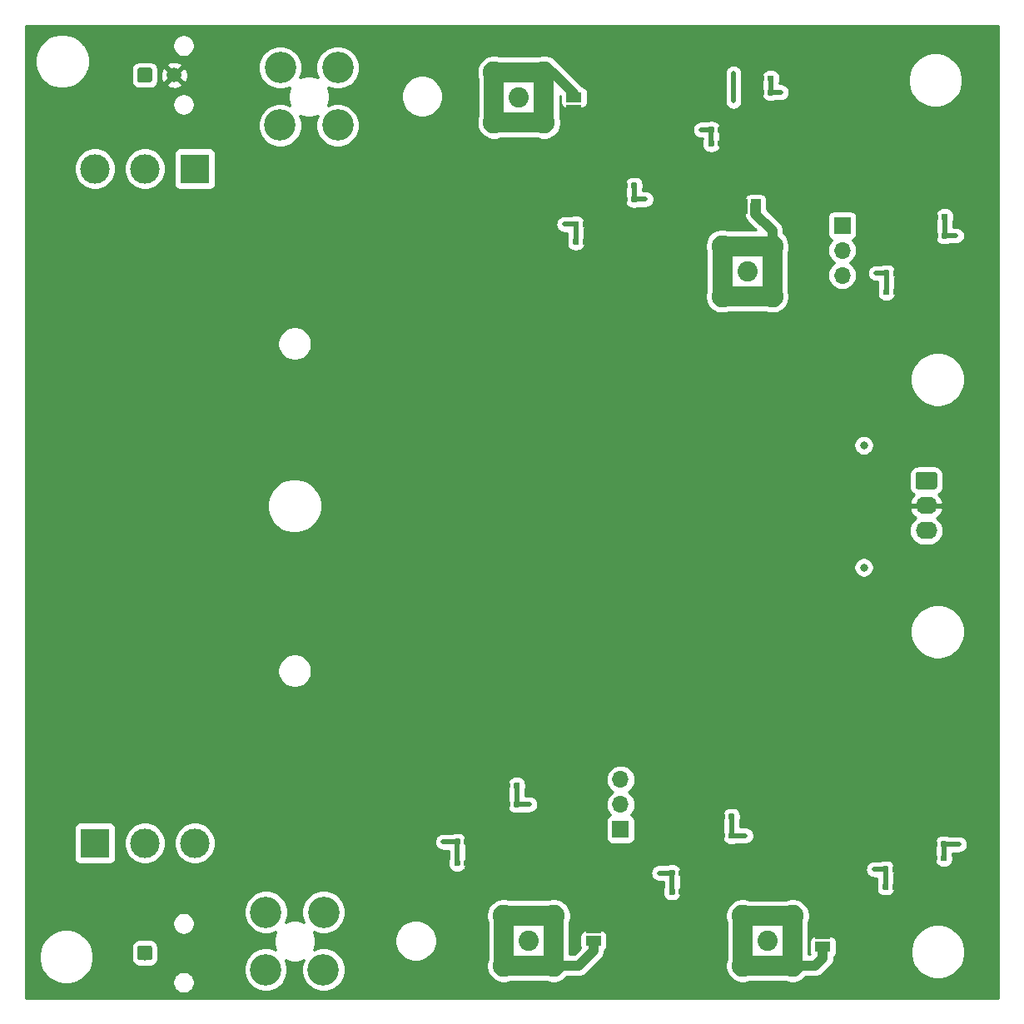
<source format=gbr>
G04 #@! TF.GenerationSoftware,KiCad,Pcbnew,(5.1.2-1)-1*
G04 #@! TF.CreationDate,2019-07-19T20:23:14+01:00*
G04 #@! TF.ProjectId,CurrentSinkModule,43757272-656e-4745-9369-6e6b4d6f6475,RevC*
G04 #@! TF.SameCoordinates,Original*
G04 #@! TF.FileFunction,Copper,L4,Bot*
G04 #@! TF.FilePolarity,Positive*
%FSLAX46Y46*%
G04 Gerber Fmt 4.6, Leading zero omitted, Abs format (unit mm)*
G04 Created by KiCad (PCBNEW (5.1.2-1)-1) date 2019-07-19 20:23:14*
%MOMM*%
%LPD*%
G04 APERTURE LIST*
%ADD10C,3.200000*%
%ADD11R,1.500000X1.000000*%
%ADD12R,1.000000X1.500000*%
%ADD13C,3.000000*%
%ADD14R,3.000000X3.000000*%
%ADD15O,1.700000X1.700000*%
%ADD16R,1.700000X1.700000*%
%ADD17C,0.100000*%
%ADD18C,0.590000*%
%ADD19C,2.050000*%
%ADD20C,2.250000*%
%ADD21C,1.500000*%
%ADD22C,1.740000*%
%ADD23O,2.200000X1.740000*%
%ADD24C,0.500000*%
%ADD25C,0.800000*%
%ADD26C,2.000000*%
%ADD27C,1.000000*%
%ADD28C,0.600000*%
%ADD29C,0.500000*%
%ADD30C,0.254000*%
G04 APERTURE END LIST*
D10*
X206654400Y-68859400D03*
X206679800Y-62992000D03*
X212521800Y-68859400D03*
X212547200Y-62992000D03*
D11*
X261874000Y-151115000D03*
X261874000Y-152415000D03*
D12*
X253733300Y-77152500D03*
X255033300Y-77152500D03*
D11*
X238544100Y-151792700D03*
X238544100Y-150492700D03*
X236562900Y-66014600D03*
X236562900Y-67314600D03*
D10*
X224053400Y-68859400D03*
X218186000Y-68834000D03*
X224053400Y-62992000D03*
X218186000Y-62966600D03*
X217551000Y-148844000D03*
X223418400Y-148869400D03*
X217551000Y-154711400D03*
X223418400Y-154736800D03*
X211099400Y-148882100D03*
X211074000Y-154749500D03*
X205232000Y-148882100D03*
X205206600Y-154749500D03*
D13*
X197993000Y-141859000D03*
X192913000Y-141859000D03*
D14*
X187833000Y-141859000D03*
D13*
X187833000Y-73279000D03*
X192913000Y-73279000D03*
D14*
X197993000Y-73279000D03*
D15*
X263829800Y-84124800D03*
X263829800Y-81584800D03*
D16*
X263829800Y-79044800D03*
D15*
X241300000Y-135382000D03*
X241300000Y-137922000D03*
D16*
X241300000Y-140462000D03*
D17*
G36*
X247661958Y-146492710D02*
G01*
X247676276Y-146494834D01*
X247690317Y-146498351D01*
X247703946Y-146503228D01*
X247717031Y-146509417D01*
X247729447Y-146516858D01*
X247741073Y-146525481D01*
X247751798Y-146535202D01*
X247761519Y-146545927D01*
X247770142Y-146557553D01*
X247777583Y-146569969D01*
X247783772Y-146583054D01*
X247788649Y-146596683D01*
X247792166Y-146610724D01*
X247794290Y-146625042D01*
X247795000Y-146639500D01*
X247795000Y-146984500D01*
X247794290Y-146998958D01*
X247792166Y-147013276D01*
X247788649Y-147027317D01*
X247783772Y-147040946D01*
X247777583Y-147054031D01*
X247770142Y-147066447D01*
X247761519Y-147078073D01*
X247751798Y-147088798D01*
X247741073Y-147098519D01*
X247729447Y-147107142D01*
X247717031Y-147114583D01*
X247703946Y-147120772D01*
X247690317Y-147125649D01*
X247676276Y-147129166D01*
X247661958Y-147131290D01*
X247647500Y-147132000D01*
X247352500Y-147132000D01*
X247338042Y-147131290D01*
X247323724Y-147129166D01*
X247309683Y-147125649D01*
X247296054Y-147120772D01*
X247282969Y-147114583D01*
X247270553Y-147107142D01*
X247258927Y-147098519D01*
X247248202Y-147088798D01*
X247238481Y-147078073D01*
X247229858Y-147066447D01*
X247222417Y-147054031D01*
X247216228Y-147040946D01*
X247211351Y-147027317D01*
X247207834Y-147013276D01*
X247205710Y-146998958D01*
X247205000Y-146984500D01*
X247205000Y-146639500D01*
X247205710Y-146625042D01*
X247207834Y-146610724D01*
X247211351Y-146596683D01*
X247216228Y-146583054D01*
X247222417Y-146569969D01*
X247229858Y-146557553D01*
X247238481Y-146545927D01*
X247248202Y-146535202D01*
X247258927Y-146525481D01*
X247270553Y-146516858D01*
X247282969Y-146509417D01*
X247296054Y-146503228D01*
X247309683Y-146498351D01*
X247323724Y-146494834D01*
X247338042Y-146492710D01*
X247352500Y-146492000D01*
X247647500Y-146492000D01*
X247661958Y-146492710D01*
X247661958Y-146492710D01*
G37*
D18*
X247500000Y-146812000D03*
D17*
G36*
X246691958Y-146492710D02*
G01*
X246706276Y-146494834D01*
X246720317Y-146498351D01*
X246733946Y-146503228D01*
X246747031Y-146509417D01*
X246759447Y-146516858D01*
X246771073Y-146525481D01*
X246781798Y-146535202D01*
X246791519Y-146545927D01*
X246800142Y-146557553D01*
X246807583Y-146569969D01*
X246813772Y-146583054D01*
X246818649Y-146596683D01*
X246822166Y-146610724D01*
X246824290Y-146625042D01*
X246825000Y-146639500D01*
X246825000Y-146984500D01*
X246824290Y-146998958D01*
X246822166Y-147013276D01*
X246818649Y-147027317D01*
X246813772Y-147040946D01*
X246807583Y-147054031D01*
X246800142Y-147066447D01*
X246791519Y-147078073D01*
X246781798Y-147088798D01*
X246771073Y-147098519D01*
X246759447Y-147107142D01*
X246747031Y-147114583D01*
X246733946Y-147120772D01*
X246720317Y-147125649D01*
X246706276Y-147129166D01*
X246691958Y-147131290D01*
X246677500Y-147132000D01*
X246382500Y-147132000D01*
X246368042Y-147131290D01*
X246353724Y-147129166D01*
X246339683Y-147125649D01*
X246326054Y-147120772D01*
X246312969Y-147114583D01*
X246300553Y-147107142D01*
X246288927Y-147098519D01*
X246278202Y-147088798D01*
X246268481Y-147078073D01*
X246259858Y-147066447D01*
X246252417Y-147054031D01*
X246246228Y-147040946D01*
X246241351Y-147027317D01*
X246237834Y-147013276D01*
X246235710Y-146998958D01*
X246235000Y-146984500D01*
X246235000Y-146639500D01*
X246235710Y-146625042D01*
X246237834Y-146610724D01*
X246241351Y-146596683D01*
X246246228Y-146583054D01*
X246252417Y-146569969D01*
X246259858Y-146557553D01*
X246268481Y-146545927D01*
X246278202Y-146535202D01*
X246288927Y-146525481D01*
X246300553Y-146516858D01*
X246312969Y-146509417D01*
X246326054Y-146503228D01*
X246339683Y-146498351D01*
X246353724Y-146494834D01*
X246368042Y-146492710D01*
X246382500Y-146492000D01*
X246677500Y-146492000D01*
X246691958Y-146492710D01*
X246691958Y-146492710D01*
G37*
D18*
X246530000Y-146812000D03*
D17*
G36*
X251771958Y-140777710D02*
G01*
X251786276Y-140779834D01*
X251800317Y-140783351D01*
X251813946Y-140788228D01*
X251827031Y-140794417D01*
X251839447Y-140801858D01*
X251851073Y-140810481D01*
X251861798Y-140820202D01*
X251871519Y-140830927D01*
X251880142Y-140842553D01*
X251887583Y-140854969D01*
X251893772Y-140868054D01*
X251898649Y-140881683D01*
X251902166Y-140895724D01*
X251904290Y-140910042D01*
X251905000Y-140924500D01*
X251905000Y-141269500D01*
X251904290Y-141283958D01*
X251902166Y-141298276D01*
X251898649Y-141312317D01*
X251893772Y-141325946D01*
X251887583Y-141339031D01*
X251880142Y-141351447D01*
X251871519Y-141363073D01*
X251861798Y-141373798D01*
X251851073Y-141383519D01*
X251839447Y-141392142D01*
X251827031Y-141399583D01*
X251813946Y-141405772D01*
X251800317Y-141410649D01*
X251786276Y-141414166D01*
X251771958Y-141416290D01*
X251757500Y-141417000D01*
X251462500Y-141417000D01*
X251448042Y-141416290D01*
X251433724Y-141414166D01*
X251419683Y-141410649D01*
X251406054Y-141405772D01*
X251392969Y-141399583D01*
X251380553Y-141392142D01*
X251368927Y-141383519D01*
X251358202Y-141373798D01*
X251348481Y-141363073D01*
X251339858Y-141351447D01*
X251332417Y-141339031D01*
X251326228Y-141325946D01*
X251321351Y-141312317D01*
X251317834Y-141298276D01*
X251315710Y-141283958D01*
X251315000Y-141269500D01*
X251315000Y-140924500D01*
X251315710Y-140910042D01*
X251317834Y-140895724D01*
X251321351Y-140881683D01*
X251326228Y-140868054D01*
X251332417Y-140854969D01*
X251339858Y-140842553D01*
X251348481Y-140830927D01*
X251358202Y-140820202D01*
X251368927Y-140810481D01*
X251380553Y-140801858D01*
X251392969Y-140794417D01*
X251406054Y-140788228D01*
X251419683Y-140783351D01*
X251433724Y-140779834D01*
X251448042Y-140777710D01*
X251462500Y-140777000D01*
X251757500Y-140777000D01*
X251771958Y-140777710D01*
X251771958Y-140777710D01*
G37*
D18*
X251610000Y-141097000D03*
D17*
G36*
X252741958Y-140777710D02*
G01*
X252756276Y-140779834D01*
X252770317Y-140783351D01*
X252783946Y-140788228D01*
X252797031Y-140794417D01*
X252809447Y-140801858D01*
X252821073Y-140810481D01*
X252831798Y-140820202D01*
X252841519Y-140830927D01*
X252850142Y-140842553D01*
X252857583Y-140854969D01*
X252863772Y-140868054D01*
X252868649Y-140881683D01*
X252872166Y-140895724D01*
X252874290Y-140910042D01*
X252875000Y-140924500D01*
X252875000Y-141269500D01*
X252874290Y-141283958D01*
X252872166Y-141298276D01*
X252868649Y-141312317D01*
X252863772Y-141325946D01*
X252857583Y-141339031D01*
X252850142Y-141351447D01*
X252841519Y-141363073D01*
X252831798Y-141373798D01*
X252821073Y-141383519D01*
X252809447Y-141392142D01*
X252797031Y-141399583D01*
X252783946Y-141405772D01*
X252770317Y-141410649D01*
X252756276Y-141414166D01*
X252741958Y-141416290D01*
X252727500Y-141417000D01*
X252432500Y-141417000D01*
X252418042Y-141416290D01*
X252403724Y-141414166D01*
X252389683Y-141410649D01*
X252376054Y-141405772D01*
X252362969Y-141399583D01*
X252350553Y-141392142D01*
X252338927Y-141383519D01*
X252328202Y-141373798D01*
X252318481Y-141363073D01*
X252309858Y-141351447D01*
X252302417Y-141339031D01*
X252296228Y-141325946D01*
X252291351Y-141312317D01*
X252287834Y-141298276D01*
X252285710Y-141283958D01*
X252285000Y-141269500D01*
X252285000Y-140924500D01*
X252285710Y-140910042D01*
X252287834Y-140895724D01*
X252291351Y-140881683D01*
X252296228Y-140868054D01*
X252302417Y-140854969D01*
X252309858Y-140842553D01*
X252318481Y-140830927D01*
X252328202Y-140820202D01*
X252338927Y-140810481D01*
X252350553Y-140801858D01*
X252362969Y-140794417D01*
X252376054Y-140788228D01*
X252389683Y-140783351D01*
X252403724Y-140779834D01*
X252418042Y-140777710D01*
X252432500Y-140777000D01*
X252727500Y-140777000D01*
X252741958Y-140777710D01*
X252741958Y-140777710D01*
G37*
D18*
X252580000Y-141097000D03*
D17*
G36*
X247661958Y-144587710D02*
G01*
X247676276Y-144589834D01*
X247690317Y-144593351D01*
X247703946Y-144598228D01*
X247717031Y-144604417D01*
X247729447Y-144611858D01*
X247741073Y-144620481D01*
X247751798Y-144630202D01*
X247761519Y-144640927D01*
X247770142Y-144652553D01*
X247777583Y-144664969D01*
X247783772Y-144678054D01*
X247788649Y-144691683D01*
X247792166Y-144705724D01*
X247794290Y-144720042D01*
X247795000Y-144734500D01*
X247795000Y-145079500D01*
X247794290Y-145093958D01*
X247792166Y-145108276D01*
X247788649Y-145122317D01*
X247783772Y-145135946D01*
X247777583Y-145149031D01*
X247770142Y-145161447D01*
X247761519Y-145173073D01*
X247751798Y-145183798D01*
X247741073Y-145193519D01*
X247729447Y-145202142D01*
X247717031Y-145209583D01*
X247703946Y-145215772D01*
X247690317Y-145220649D01*
X247676276Y-145224166D01*
X247661958Y-145226290D01*
X247647500Y-145227000D01*
X247352500Y-145227000D01*
X247338042Y-145226290D01*
X247323724Y-145224166D01*
X247309683Y-145220649D01*
X247296054Y-145215772D01*
X247282969Y-145209583D01*
X247270553Y-145202142D01*
X247258927Y-145193519D01*
X247248202Y-145183798D01*
X247238481Y-145173073D01*
X247229858Y-145161447D01*
X247222417Y-145149031D01*
X247216228Y-145135946D01*
X247211351Y-145122317D01*
X247207834Y-145108276D01*
X247205710Y-145093958D01*
X247205000Y-145079500D01*
X247205000Y-144734500D01*
X247205710Y-144720042D01*
X247207834Y-144705724D01*
X247211351Y-144691683D01*
X247216228Y-144678054D01*
X247222417Y-144664969D01*
X247229858Y-144652553D01*
X247238481Y-144640927D01*
X247248202Y-144630202D01*
X247258927Y-144620481D01*
X247270553Y-144611858D01*
X247282969Y-144604417D01*
X247296054Y-144598228D01*
X247309683Y-144593351D01*
X247323724Y-144589834D01*
X247338042Y-144587710D01*
X247352500Y-144587000D01*
X247647500Y-144587000D01*
X247661958Y-144587710D01*
X247661958Y-144587710D01*
G37*
D18*
X247500000Y-144907000D03*
D17*
G36*
X246691958Y-144587710D02*
G01*
X246706276Y-144589834D01*
X246720317Y-144593351D01*
X246733946Y-144598228D01*
X246747031Y-144604417D01*
X246759447Y-144611858D01*
X246771073Y-144620481D01*
X246781798Y-144630202D01*
X246791519Y-144640927D01*
X246800142Y-144652553D01*
X246807583Y-144664969D01*
X246813772Y-144678054D01*
X246818649Y-144691683D01*
X246822166Y-144705724D01*
X246824290Y-144720042D01*
X246825000Y-144734500D01*
X246825000Y-145079500D01*
X246824290Y-145093958D01*
X246822166Y-145108276D01*
X246818649Y-145122317D01*
X246813772Y-145135946D01*
X246807583Y-145149031D01*
X246800142Y-145161447D01*
X246791519Y-145173073D01*
X246781798Y-145183798D01*
X246771073Y-145193519D01*
X246759447Y-145202142D01*
X246747031Y-145209583D01*
X246733946Y-145215772D01*
X246720317Y-145220649D01*
X246706276Y-145224166D01*
X246691958Y-145226290D01*
X246677500Y-145227000D01*
X246382500Y-145227000D01*
X246368042Y-145226290D01*
X246353724Y-145224166D01*
X246339683Y-145220649D01*
X246326054Y-145215772D01*
X246312969Y-145209583D01*
X246300553Y-145202142D01*
X246288927Y-145193519D01*
X246278202Y-145183798D01*
X246268481Y-145173073D01*
X246259858Y-145161447D01*
X246252417Y-145149031D01*
X246246228Y-145135946D01*
X246241351Y-145122317D01*
X246237834Y-145108276D01*
X246235710Y-145093958D01*
X246235000Y-145079500D01*
X246235000Y-144734500D01*
X246235710Y-144720042D01*
X246237834Y-144705724D01*
X246241351Y-144691683D01*
X246246228Y-144678054D01*
X246252417Y-144664969D01*
X246259858Y-144652553D01*
X246268481Y-144640927D01*
X246278202Y-144630202D01*
X246288927Y-144620481D01*
X246300553Y-144611858D01*
X246312969Y-144604417D01*
X246326054Y-144598228D01*
X246339683Y-144593351D01*
X246353724Y-144589834D01*
X246368042Y-144587710D01*
X246382500Y-144587000D01*
X246677500Y-144587000D01*
X246691958Y-144587710D01*
X246691958Y-144587710D01*
G37*
D18*
X246530000Y-144907000D03*
D17*
G36*
X251771958Y-138872710D02*
G01*
X251786276Y-138874834D01*
X251800317Y-138878351D01*
X251813946Y-138883228D01*
X251827031Y-138889417D01*
X251839447Y-138896858D01*
X251851073Y-138905481D01*
X251861798Y-138915202D01*
X251871519Y-138925927D01*
X251880142Y-138937553D01*
X251887583Y-138949969D01*
X251893772Y-138963054D01*
X251898649Y-138976683D01*
X251902166Y-138990724D01*
X251904290Y-139005042D01*
X251905000Y-139019500D01*
X251905000Y-139364500D01*
X251904290Y-139378958D01*
X251902166Y-139393276D01*
X251898649Y-139407317D01*
X251893772Y-139420946D01*
X251887583Y-139434031D01*
X251880142Y-139446447D01*
X251871519Y-139458073D01*
X251861798Y-139468798D01*
X251851073Y-139478519D01*
X251839447Y-139487142D01*
X251827031Y-139494583D01*
X251813946Y-139500772D01*
X251800317Y-139505649D01*
X251786276Y-139509166D01*
X251771958Y-139511290D01*
X251757500Y-139512000D01*
X251462500Y-139512000D01*
X251448042Y-139511290D01*
X251433724Y-139509166D01*
X251419683Y-139505649D01*
X251406054Y-139500772D01*
X251392969Y-139494583D01*
X251380553Y-139487142D01*
X251368927Y-139478519D01*
X251358202Y-139468798D01*
X251348481Y-139458073D01*
X251339858Y-139446447D01*
X251332417Y-139434031D01*
X251326228Y-139420946D01*
X251321351Y-139407317D01*
X251317834Y-139393276D01*
X251315710Y-139378958D01*
X251315000Y-139364500D01*
X251315000Y-139019500D01*
X251315710Y-139005042D01*
X251317834Y-138990724D01*
X251321351Y-138976683D01*
X251326228Y-138963054D01*
X251332417Y-138949969D01*
X251339858Y-138937553D01*
X251348481Y-138925927D01*
X251358202Y-138915202D01*
X251368927Y-138905481D01*
X251380553Y-138896858D01*
X251392969Y-138889417D01*
X251406054Y-138883228D01*
X251419683Y-138878351D01*
X251433724Y-138874834D01*
X251448042Y-138872710D01*
X251462500Y-138872000D01*
X251757500Y-138872000D01*
X251771958Y-138872710D01*
X251771958Y-138872710D01*
G37*
D18*
X251610000Y-139192000D03*
D17*
G36*
X252741958Y-138872710D02*
G01*
X252756276Y-138874834D01*
X252770317Y-138878351D01*
X252783946Y-138883228D01*
X252797031Y-138889417D01*
X252809447Y-138896858D01*
X252821073Y-138905481D01*
X252831798Y-138915202D01*
X252841519Y-138925927D01*
X252850142Y-138937553D01*
X252857583Y-138949969D01*
X252863772Y-138963054D01*
X252868649Y-138976683D01*
X252872166Y-138990724D01*
X252874290Y-139005042D01*
X252875000Y-139019500D01*
X252875000Y-139364500D01*
X252874290Y-139378958D01*
X252872166Y-139393276D01*
X252868649Y-139407317D01*
X252863772Y-139420946D01*
X252857583Y-139434031D01*
X252850142Y-139446447D01*
X252841519Y-139458073D01*
X252831798Y-139468798D01*
X252821073Y-139478519D01*
X252809447Y-139487142D01*
X252797031Y-139494583D01*
X252783946Y-139500772D01*
X252770317Y-139505649D01*
X252756276Y-139509166D01*
X252741958Y-139511290D01*
X252727500Y-139512000D01*
X252432500Y-139512000D01*
X252418042Y-139511290D01*
X252403724Y-139509166D01*
X252389683Y-139505649D01*
X252376054Y-139500772D01*
X252362969Y-139494583D01*
X252350553Y-139487142D01*
X252338927Y-139478519D01*
X252328202Y-139468798D01*
X252318481Y-139458073D01*
X252309858Y-139446447D01*
X252302417Y-139434031D01*
X252296228Y-139420946D01*
X252291351Y-139407317D01*
X252287834Y-139393276D01*
X252285710Y-139378958D01*
X252285000Y-139364500D01*
X252285000Y-139019500D01*
X252285710Y-139005042D01*
X252287834Y-138990724D01*
X252291351Y-138976683D01*
X252296228Y-138963054D01*
X252302417Y-138949969D01*
X252309858Y-138937553D01*
X252318481Y-138925927D01*
X252328202Y-138915202D01*
X252338927Y-138905481D01*
X252350553Y-138896858D01*
X252362969Y-138889417D01*
X252376054Y-138883228D01*
X252389683Y-138878351D01*
X252403724Y-138874834D01*
X252418042Y-138872710D01*
X252432500Y-138872000D01*
X252727500Y-138872000D01*
X252741958Y-138872710D01*
X252741958Y-138872710D01*
G37*
D18*
X252580000Y-139192000D03*
D17*
G36*
X269467858Y-85481910D02*
G01*
X269482176Y-85484034D01*
X269496217Y-85487551D01*
X269509846Y-85492428D01*
X269522931Y-85498617D01*
X269535347Y-85506058D01*
X269546973Y-85514681D01*
X269557698Y-85524402D01*
X269567419Y-85535127D01*
X269576042Y-85546753D01*
X269583483Y-85559169D01*
X269589672Y-85572254D01*
X269594549Y-85585883D01*
X269598066Y-85599924D01*
X269600190Y-85614242D01*
X269600900Y-85628700D01*
X269600900Y-85973700D01*
X269600190Y-85988158D01*
X269598066Y-86002476D01*
X269594549Y-86016517D01*
X269589672Y-86030146D01*
X269583483Y-86043231D01*
X269576042Y-86055647D01*
X269567419Y-86067273D01*
X269557698Y-86077998D01*
X269546973Y-86087719D01*
X269535347Y-86096342D01*
X269522931Y-86103783D01*
X269509846Y-86109972D01*
X269496217Y-86114849D01*
X269482176Y-86118366D01*
X269467858Y-86120490D01*
X269453400Y-86121200D01*
X269158400Y-86121200D01*
X269143942Y-86120490D01*
X269129624Y-86118366D01*
X269115583Y-86114849D01*
X269101954Y-86109972D01*
X269088869Y-86103783D01*
X269076453Y-86096342D01*
X269064827Y-86087719D01*
X269054102Y-86077998D01*
X269044381Y-86067273D01*
X269035758Y-86055647D01*
X269028317Y-86043231D01*
X269022128Y-86030146D01*
X269017251Y-86016517D01*
X269013734Y-86002476D01*
X269011610Y-85988158D01*
X269010900Y-85973700D01*
X269010900Y-85628700D01*
X269011610Y-85614242D01*
X269013734Y-85599924D01*
X269017251Y-85585883D01*
X269022128Y-85572254D01*
X269028317Y-85559169D01*
X269035758Y-85546753D01*
X269044381Y-85535127D01*
X269054102Y-85524402D01*
X269064827Y-85514681D01*
X269076453Y-85506058D01*
X269088869Y-85498617D01*
X269101954Y-85492428D01*
X269115583Y-85487551D01*
X269129624Y-85484034D01*
X269143942Y-85481910D01*
X269158400Y-85481200D01*
X269453400Y-85481200D01*
X269467858Y-85481910D01*
X269467858Y-85481910D01*
G37*
D18*
X269305900Y-85801200D03*
D17*
G36*
X268497858Y-85481910D02*
G01*
X268512176Y-85484034D01*
X268526217Y-85487551D01*
X268539846Y-85492428D01*
X268552931Y-85498617D01*
X268565347Y-85506058D01*
X268576973Y-85514681D01*
X268587698Y-85524402D01*
X268597419Y-85535127D01*
X268606042Y-85546753D01*
X268613483Y-85559169D01*
X268619672Y-85572254D01*
X268624549Y-85585883D01*
X268628066Y-85599924D01*
X268630190Y-85614242D01*
X268630900Y-85628700D01*
X268630900Y-85973700D01*
X268630190Y-85988158D01*
X268628066Y-86002476D01*
X268624549Y-86016517D01*
X268619672Y-86030146D01*
X268613483Y-86043231D01*
X268606042Y-86055647D01*
X268597419Y-86067273D01*
X268587698Y-86077998D01*
X268576973Y-86087719D01*
X268565347Y-86096342D01*
X268552931Y-86103783D01*
X268539846Y-86109972D01*
X268526217Y-86114849D01*
X268512176Y-86118366D01*
X268497858Y-86120490D01*
X268483400Y-86121200D01*
X268188400Y-86121200D01*
X268173942Y-86120490D01*
X268159624Y-86118366D01*
X268145583Y-86114849D01*
X268131954Y-86109972D01*
X268118869Y-86103783D01*
X268106453Y-86096342D01*
X268094827Y-86087719D01*
X268084102Y-86077998D01*
X268074381Y-86067273D01*
X268065758Y-86055647D01*
X268058317Y-86043231D01*
X268052128Y-86030146D01*
X268047251Y-86016517D01*
X268043734Y-86002476D01*
X268041610Y-85988158D01*
X268040900Y-85973700D01*
X268040900Y-85628700D01*
X268041610Y-85614242D01*
X268043734Y-85599924D01*
X268047251Y-85585883D01*
X268052128Y-85572254D01*
X268058317Y-85559169D01*
X268065758Y-85546753D01*
X268074381Y-85535127D01*
X268084102Y-85524402D01*
X268094827Y-85514681D01*
X268106453Y-85506058D01*
X268118869Y-85498617D01*
X268131954Y-85492428D01*
X268145583Y-85487551D01*
X268159624Y-85484034D01*
X268173942Y-85481910D01*
X268188400Y-85481200D01*
X268483400Y-85481200D01*
X268497858Y-85481910D01*
X268497858Y-85481910D01*
G37*
D18*
X268335900Y-85801200D03*
D17*
G36*
X273450858Y-77861910D02*
G01*
X273465176Y-77864034D01*
X273479217Y-77867551D01*
X273492846Y-77872428D01*
X273505931Y-77878617D01*
X273518347Y-77886058D01*
X273529973Y-77894681D01*
X273540698Y-77904402D01*
X273550419Y-77915127D01*
X273559042Y-77926753D01*
X273566483Y-77939169D01*
X273572672Y-77952254D01*
X273577549Y-77965883D01*
X273581066Y-77979924D01*
X273583190Y-77994242D01*
X273583900Y-78008700D01*
X273583900Y-78353700D01*
X273583190Y-78368158D01*
X273581066Y-78382476D01*
X273577549Y-78396517D01*
X273572672Y-78410146D01*
X273566483Y-78423231D01*
X273559042Y-78435647D01*
X273550419Y-78447273D01*
X273540698Y-78457998D01*
X273529973Y-78467719D01*
X273518347Y-78476342D01*
X273505931Y-78483783D01*
X273492846Y-78489972D01*
X273479217Y-78494849D01*
X273465176Y-78498366D01*
X273450858Y-78500490D01*
X273436400Y-78501200D01*
X273141400Y-78501200D01*
X273126942Y-78500490D01*
X273112624Y-78498366D01*
X273098583Y-78494849D01*
X273084954Y-78489972D01*
X273071869Y-78483783D01*
X273059453Y-78476342D01*
X273047827Y-78467719D01*
X273037102Y-78457998D01*
X273027381Y-78447273D01*
X273018758Y-78435647D01*
X273011317Y-78423231D01*
X273005128Y-78410146D01*
X273000251Y-78396517D01*
X272996734Y-78382476D01*
X272994610Y-78368158D01*
X272993900Y-78353700D01*
X272993900Y-78008700D01*
X272994610Y-77994242D01*
X272996734Y-77979924D01*
X273000251Y-77965883D01*
X273005128Y-77952254D01*
X273011317Y-77939169D01*
X273018758Y-77926753D01*
X273027381Y-77915127D01*
X273037102Y-77904402D01*
X273047827Y-77894681D01*
X273059453Y-77886058D01*
X273071869Y-77878617D01*
X273084954Y-77872428D01*
X273098583Y-77867551D01*
X273112624Y-77864034D01*
X273126942Y-77861910D01*
X273141400Y-77861200D01*
X273436400Y-77861200D01*
X273450858Y-77861910D01*
X273450858Y-77861910D01*
G37*
D18*
X273288900Y-78181200D03*
D17*
G36*
X274420858Y-77861910D02*
G01*
X274435176Y-77864034D01*
X274449217Y-77867551D01*
X274462846Y-77872428D01*
X274475931Y-77878617D01*
X274488347Y-77886058D01*
X274499973Y-77894681D01*
X274510698Y-77904402D01*
X274520419Y-77915127D01*
X274529042Y-77926753D01*
X274536483Y-77939169D01*
X274542672Y-77952254D01*
X274547549Y-77965883D01*
X274551066Y-77979924D01*
X274553190Y-77994242D01*
X274553900Y-78008700D01*
X274553900Y-78353700D01*
X274553190Y-78368158D01*
X274551066Y-78382476D01*
X274547549Y-78396517D01*
X274542672Y-78410146D01*
X274536483Y-78423231D01*
X274529042Y-78435647D01*
X274520419Y-78447273D01*
X274510698Y-78457998D01*
X274499973Y-78467719D01*
X274488347Y-78476342D01*
X274475931Y-78483783D01*
X274462846Y-78489972D01*
X274449217Y-78494849D01*
X274435176Y-78498366D01*
X274420858Y-78500490D01*
X274406400Y-78501200D01*
X274111400Y-78501200D01*
X274096942Y-78500490D01*
X274082624Y-78498366D01*
X274068583Y-78494849D01*
X274054954Y-78489972D01*
X274041869Y-78483783D01*
X274029453Y-78476342D01*
X274017827Y-78467719D01*
X274007102Y-78457998D01*
X273997381Y-78447273D01*
X273988758Y-78435647D01*
X273981317Y-78423231D01*
X273975128Y-78410146D01*
X273970251Y-78396517D01*
X273966734Y-78382476D01*
X273964610Y-78368158D01*
X273963900Y-78353700D01*
X273963900Y-78008700D01*
X273964610Y-77994242D01*
X273966734Y-77979924D01*
X273970251Y-77965883D01*
X273975128Y-77952254D01*
X273981317Y-77939169D01*
X273988758Y-77926753D01*
X273997381Y-77915127D01*
X274007102Y-77904402D01*
X274017827Y-77894681D01*
X274029453Y-77886058D01*
X274041869Y-77878617D01*
X274054954Y-77872428D01*
X274068583Y-77867551D01*
X274082624Y-77864034D01*
X274096942Y-77861910D01*
X274111400Y-77861200D01*
X274406400Y-77861200D01*
X274420858Y-77861910D01*
X274420858Y-77861910D01*
G37*
D18*
X274258900Y-78181200D03*
D17*
G36*
X269467858Y-83576910D02*
G01*
X269482176Y-83579034D01*
X269496217Y-83582551D01*
X269509846Y-83587428D01*
X269522931Y-83593617D01*
X269535347Y-83601058D01*
X269546973Y-83609681D01*
X269557698Y-83619402D01*
X269567419Y-83630127D01*
X269576042Y-83641753D01*
X269583483Y-83654169D01*
X269589672Y-83667254D01*
X269594549Y-83680883D01*
X269598066Y-83694924D01*
X269600190Y-83709242D01*
X269600900Y-83723700D01*
X269600900Y-84068700D01*
X269600190Y-84083158D01*
X269598066Y-84097476D01*
X269594549Y-84111517D01*
X269589672Y-84125146D01*
X269583483Y-84138231D01*
X269576042Y-84150647D01*
X269567419Y-84162273D01*
X269557698Y-84172998D01*
X269546973Y-84182719D01*
X269535347Y-84191342D01*
X269522931Y-84198783D01*
X269509846Y-84204972D01*
X269496217Y-84209849D01*
X269482176Y-84213366D01*
X269467858Y-84215490D01*
X269453400Y-84216200D01*
X269158400Y-84216200D01*
X269143942Y-84215490D01*
X269129624Y-84213366D01*
X269115583Y-84209849D01*
X269101954Y-84204972D01*
X269088869Y-84198783D01*
X269076453Y-84191342D01*
X269064827Y-84182719D01*
X269054102Y-84172998D01*
X269044381Y-84162273D01*
X269035758Y-84150647D01*
X269028317Y-84138231D01*
X269022128Y-84125146D01*
X269017251Y-84111517D01*
X269013734Y-84097476D01*
X269011610Y-84083158D01*
X269010900Y-84068700D01*
X269010900Y-83723700D01*
X269011610Y-83709242D01*
X269013734Y-83694924D01*
X269017251Y-83680883D01*
X269022128Y-83667254D01*
X269028317Y-83654169D01*
X269035758Y-83641753D01*
X269044381Y-83630127D01*
X269054102Y-83619402D01*
X269064827Y-83609681D01*
X269076453Y-83601058D01*
X269088869Y-83593617D01*
X269101954Y-83587428D01*
X269115583Y-83582551D01*
X269129624Y-83579034D01*
X269143942Y-83576910D01*
X269158400Y-83576200D01*
X269453400Y-83576200D01*
X269467858Y-83576910D01*
X269467858Y-83576910D01*
G37*
D18*
X269305900Y-83896200D03*
D17*
G36*
X268497858Y-83576910D02*
G01*
X268512176Y-83579034D01*
X268526217Y-83582551D01*
X268539846Y-83587428D01*
X268552931Y-83593617D01*
X268565347Y-83601058D01*
X268576973Y-83609681D01*
X268587698Y-83619402D01*
X268597419Y-83630127D01*
X268606042Y-83641753D01*
X268613483Y-83654169D01*
X268619672Y-83667254D01*
X268624549Y-83680883D01*
X268628066Y-83694924D01*
X268630190Y-83709242D01*
X268630900Y-83723700D01*
X268630900Y-84068700D01*
X268630190Y-84083158D01*
X268628066Y-84097476D01*
X268624549Y-84111517D01*
X268619672Y-84125146D01*
X268613483Y-84138231D01*
X268606042Y-84150647D01*
X268597419Y-84162273D01*
X268587698Y-84172998D01*
X268576973Y-84182719D01*
X268565347Y-84191342D01*
X268552931Y-84198783D01*
X268539846Y-84204972D01*
X268526217Y-84209849D01*
X268512176Y-84213366D01*
X268497858Y-84215490D01*
X268483400Y-84216200D01*
X268188400Y-84216200D01*
X268173942Y-84215490D01*
X268159624Y-84213366D01*
X268145583Y-84209849D01*
X268131954Y-84204972D01*
X268118869Y-84198783D01*
X268106453Y-84191342D01*
X268094827Y-84182719D01*
X268084102Y-84172998D01*
X268074381Y-84162273D01*
X268065758Y-84150647D01*
X268058317Y-84138231D01*
X268052128Y-84125146D01*
X268047251Y-84111517D01*
X268043734Y-84097476D01*
X268041610Y-84083158D01*
X268040900Y-84068700D01*
X268040900Y-83723700D01*
X268041610Y-83709242D01*
X268043734Y-83694924D01*
X268047251Y-83680883D01*
X268052128Y-83667254D01*
X268058317Y-83654169D01*
X268065758Y-83641753D01*
X268074381Y-83630127D01*
X268084102Y-83619402D01*
X268094827Y-83609681D01*
X268106453Y-83601058D01*
X268118869Y-83593617D01*
X268131954Y-83587428D01*
X268145583Y-83582551D01*
X268159624Y-83579034D01*
X268173942Y-83576910D01*
X268188400Y-83576200D01*
X268483400Y-83576200D01*
X268497858Y-83576910D01*
X268497858Y-83576910D01*
G37*
D18*
X268335900Y-83896200D03*
D17*
G36*
X273450858Y-79766910D02*
G01*
X273465176Y-79769034D01*
X273479217Y-79772551D01*
X273492846Y-79777428D01*
X273505931Y-79783617D01*
X273518347Y-79791058D01*
X273529973Y-79799681D01*
X273540698Y-79809402D01*
X273550419Y-79820127D01*
X273559042Y-79831753D01*
X273566483Y-79844169D01*
X273572672Y-79857254D01*
X273577549Y-79870883D01*
X273581066Y-79884924D01*
X273583190Y-79899242D01*
X273583900Y-79913700D01*
X273583900Y-80258700D01*
X273583190Y-80273158D01*
X273581066Y-80287476D01*
X273577549Y-80301517D01*
X273572672Y-80315146D01*
X273566483Y-80328231D01*
X273559042Y-80340647D01*
X273550419Y-80352273D01*
X273540698Y-80362998D01*
X273529973Y-80372719D01*
X273518347Y-80381342D01*
X273505931Y-80388783D01*
X273492846Y-80394972D01*
X273479217Y-80399849D01*
X273465176Y-80403366D01*
X273450858Y-80405490D01*
X273436400Y-80406200D01*
X273141400Y-80406200D01*
X273126942Y-80405490D01*
X273112624Y-80403366D01*
X273098583Y-80399849D01*
X273084954Y-80394972D01*
X273071869Y-80388783D01*
X273059453Y-80381342D01*
X273047827Y-80372719D01*
X273037102Y-80362998D01*
X273027381Y-80352273D01*
X273018758Y-80340647D01*
X273011317Y-80328231D01*
X273005128Y-80315146D01*
X273000251Y-80301517D01*
X272996734Y-80287476D01*
X272994610Y-80273158D01*
X272993900Y-80258700D01*
X272993900Y-79913700D01*
X272994610Y-79899242D01*
X272996734Y-79884924D01*
X273000251Y-79870883D01*
X273005128Y-79857254D01*
X273011317Y-79844169D01*
X273018758Y-79831753D01*
X273027381Y-79820127D01*
X273037102Y-79809402D01*
X273047827Y-79799681D01*
X273059453Y-79791058D01*
X273071869Y-79783617D01*
X273084954Y-79777428D01*
X273098583Y-79772551D01*
X273112624Y-79769034D01*
X273126942Y-79766910D01*
X273141400Y-79766200D01*
X273436400Y-79766200D01*
X273450858Y-79766910D01*
X273450858Y-79766910D01*
G37*
D18*
X273288900Y-80086200D03*
D17*
G36*
X274420858Y-79766910D02*
G01*
X274435176Y-79769034D01*
X274449217Y-79772551D01*
X274462846Y-79777428D01*
X274475931Y-79783617D01*
X274488347Y-79791058D01*
X274499973Y-79799681D01*
X274510698Y-79809402D01*
X274520419Y-79820127D01*
X274529042Y-79831753D01*
X274536483Y-79844169D01*
X274542672Y-79857254D01*
X274547549Y-79870883D01*
X274551066Y-79884924D01*
X274553190Y-79899242D01*
X274553900Y-79913700D01*
X274553900Y-80258700D01*
X274553190Y-80273158D01*
X274551066Y-80287476D01*
X274547549Y-80301517D01*
X274542672Y-80315146D01*
X274536483Y-80328231D01*
X274529042Y-80340647D01*
X274520419Y-80352273D01*
X274510698Y-80362998D01*
X274499973Y-80372719D01*
X274488347Y-80381342D01*
X274475931Y-80388783D01*
X274462846Y-80394972D01*
X274449217Y-80399849D01*
X274435176Y-80403366D01*
X274420858Y-80405490D01*
X274406400Y-80406200D01*
X274111400Y-80406200D01*
X274096942Y-80405490D01*
X274082624Y-80403366D01*
X274068583Y-80399849D01*
X274054954Y-80394972D01*
X274041869Y-80388783D01*
X274029453Y-80381342D01*
X274017827Y-80372719D01*
X274007102Y-80362998D01*
X273997381Y-80352273D01*
X273988758Y-80340647D01*
X273981317Y-80328231D01*
X273975128Y-80315146D01*
X273970251Y-80301517D01*
X273966734Y-80287476D01*
X273964610Y-80273158D01*
X273963900Y-80258700D01*
X273963900Y-79913700D01*
X273964610Y-79899242D01*
X273966734Y-79884924D01*
X273970251Y-79870883D01*
X273975128Y-79857254D01*
X273981317Y-79844169D01*
X273988758Y-79831753D01*
X273997381Y-79820127D01*
X274007102Y-79809402D01*
X274017827Y-79799681D01*
X274029453Y-79791058D01*
X274041869Y-79783617D01*
X274054954Y-79777428D01*
X274068583Y-79772551D01*
X274082624Y-79769034D01*
X274096942Y-79766910D01*
X274111400Y-79766200D01*
X274406400Y-79766200D01*
X274420858Y-79766910D01*
X274420858Y-79766910D01*
G37*
D18*
X274258900Y-80086200D03*
D17*
G36*
X269378958Y-145984710D02*
G01*
X269393276Y-145986834D01*
X269407317Y-145990351D01*
X269420946Y-145995228D01*
X269434031Y-146001417D01*
X269446447Y-146008858D01*
X269458073Y-146017481D01*
X269468798Y-146027202D01*
X269478519Y-146037927D01*
X269487142Y-146049553D01*
X269494583Y-146061969D01*
X269500772Y-146075054D01*
X269505649Y-146088683D01*
X269509166Y-146102724D01*
X269511290Y-146117042D01*
X269512000Y-146131500D01*
X269512000Y-146476500D01*
X269511290Y-146490958D01*
X269509166Y-146505276D01*
X269505649Y-146519317D01*
X269500772Y-146532946D01*
X269494583Y-146546031D01*
X269487142Y-146558447D01*
X269478519Y-146570073D01*
X269468798Y-146580798D01*
X269458073Y-146590519D01*
X269446447Y-146599142D01*
X269434031Y-146606583D01*
X269420946Y-146612772D01*
X269407317Y-146617649D01*
X269393276Y-146621166D01*
X269378958Y-146623290D01*
X269364500Y-146624000D01*
X269069500Y-146624000D01*
X269055042Y-146623290D01*
X269040724Y-146621166D01*
X269026683Y-146617649D01*
X269013054Y-146612772D01*
X268999969Y-146606583D01*
X268987553Y-146599142D01*
X268975927Y-146590519D01*
X268965202Y-146580798D01*
X268955481Y-146570073D01*
X268946858Y-146558447D01*
X268939417Y-146546031D01*
X268933228Y-146532946D01*
X268928351Y-146519317D01*
X268924834Y-146505276D01*
X268922710Y-146490958D01*
X268922000Y-146476500D01*
X268922000Y-146131500D01*
X268922710Y-146117042D01*
X268924834Y-146102724D01*
X268928351Y-146088683D01*
X268933228Y-146075054D01*
X268939417Y-146061969D01*
X268946858Y-146049553D01*
X268955481Y-146037927D01*
X268965202Y-146027202D01*
X268975927Y-146017481D01*
X268987553Y-146008858D01*
X268999969Y-146001417D01*
X269013054Y-145995228D01*
X269026683Y-145990351D01*
X269040724Y-145986834D01*
X269055042Y-145984710D01*
X269069500Y-145984000D01*
X269364500Y-145984000D01*
X269378958Y-145984710D01*
X269378958Y-145984710D01*
G37*
D18*
X269217000Y-146304000D03*
D17*
G36*
X268408958Y-145984710D02*
G01*
X268423276Y-145986834D01*
X268437317Y-145990351D01*
X268450946Y-145995228D01*
X268464031Y-146001417D01*
X268476447Y-146008858D01*
X268488073Y-146017481D01*
X268498798Y-146027202D01*
X268508519Y-146037927D01*
X268517142Y-146049553D01*
X268524583Y-146061969D01*
X268530772Y-146075054D01*
X268535649Y-146088683D01*
X268539166Y-146102724D01*
X268541290Y-146117042D01*
X268542000Y-146131500D01*
X268542000Y-146476500D01*
X268541290Y-146490958D01*
X268539166Y-146505276D01*
X268535649Y-146519317D01*
X268530772Y-146532946D01*
X268524583Y-146546031D01*
X268517142Y-146558447D01*
X268508519Y-146570073D01*
X268498798Y-146580798D01*
X268488073Y-146590519D01*
X268476447Y-146599142D01*
X268464031Y-146606583D01*
X268450946Y-146612772D01*
X268437317Y-146617649D01*
X268423276Y-146621166D01*
X268408958Y-146623290D01*
X268394500Y-146624000D01*
X268099500Y-146624000D01*
X268085042Y-146623290D01*
X268070724Y-146621166D01*
X268056683Y-146617649D01*
X268043054Y-146612772D01*
X268029969Y-146606583D01*
X268017553Y-146599142D01*
X268005927Y-146590519D01*
X267995202Y-146580798D01*
X267985481Y-146570073D01*
X267976858Y-146558447D01*
X267969417Y-146546031D01*
X267963228Y-146532946D01*
X267958351Y-146519317D01*
X267954834Y-146505276D01*
X267952710Y-146490958D01*
X267952000Y-146476500D01*
X267952000Y-146131500D01*
X267952710Y-146117042D01*
X267954834Y-146102724D01*
X267958351Y-146088683D01*
X267963228Y-146075054D01*
X267969417Y-146061969D01*
X267976858Y-146049553D01*
X267985481Y-146037927D01*
X267995202Y-146027202D01*
X268005927Y-146017481D01*
X268017553Y-146008858D01*
X268029969Y-146001417D01*
X268043054Y-145995228D01*
X268056683Y-145990351D01*
X268070724Y-145986834D01*
X268085042Y-145984710D01*
X268099500Y-145984000D01*
X268394500Y-145984000D01*
X268408958Y-145984710D01*
X268408958Y-145984710D01*
G37*
D18*
X268247000Y-146304000D03*
D17*
G36*
X273361958Y-141666710D02*
G01*
X273376276Y-141668834D01*
X273390317Y-141672351D01*
X273403946Y-141677228D01*
X273417031Y-141683417D01*
X273429447Y-141690858D01*
X273441073Y-141699481D01*
X273451798Y-141709202D01*
X273461519Y-141719927D01*
X273470142Y-141731553D01*
X273477583Y-141743969D01*
X273483772Y-141757054D01*
X273488649Y-141770683D01*
X273492166Y-141784724D01*
X273494290Y-141799042D01*
X273495000Y-141813500D01*
X273495000Y-142158500D01*
X273494290Y-142172958D01*
X273492166Y-142187276D01*
X273488649Y-142201317D01*
X273483772Y-142214946D01*
X273477583Y-142228031D01*
X273470142Y-142240447D01*
X273461519Y-142252073D01*
X273451798Y-142262798D01*
X273441073Y-142272519D01*
X273429447Y-142281142D01*
X273417031Y-142288583D01*
X273403946Y-142294772D01*
X273390317Y-142299649D01*
X273376276Y-142303166D01*
X273361958Y-142305290D01*
X273347500Y-142306000D01*
X273052500Y-142306000D01*
X273038042Y-142305290D01*
X273023724Y-142303166D01*
X273009683Y-142299649D01*
X272996054Y-142294772D01*
X272982969Y-142288583D01*
X272970553Y-142281142D01*
X272958927Y-142272519D01*
X272948202Y-142262798D01*
X272938481Y-142252073D01*
X272929858Y-142240447D01*
X272922417Y-142228031D01*
X272916228Y-142214946D01*
X272911351Y-142201317D01*
X272907834Y-142187276D01*
X272905710Y-142172958D01*
X272905000Y-142158500D01*
X272905000Y-141813500D01*
X272905710Y-141799042D01*
X272907834Y-141784724D01*
X272911351Y-141770683D01*
X272916228Y-141757054D01*
X272922417Y-141743969D01*
X272929858Y-141731553D01*
X272938481Y-141719927D01*
X272948202Y-141709202D01*
X272958927Y-141699481D01*
X272970553Y-141690858D01*
X272982969Y-141683417D01*
X272996054Y-141677228D01*
X273009683Y-141672351D01*
X273023724Y-141668834D01*
X273038042Y-141666710D01*
X273052500Y-141666000D01*
X273347500Y-141666000D01*
X273361958Y-141666710D01*
X273361958Y-141666710D01*
G37*
D18*
X273200000Y-141986000D03*
D17*
G36*
X274331958Y-141666710D02*
G01*
X274346276Y-141668834D01*
X274360317Y-141672351D01*
X274373946Y-141677228D01*
X274387031Y-141683417D01*
X274399447Y-141690858D01*
X274411073Y-141699481D01*
X274421798Y-141709202D01*
X274431519Y-141719927D01*
X274440142Y-141731553D01*
X274447583Y-141743969D01*
X274453772Y-141757054D01*
X274458649Y-141770683D01*
X274462166Y-141784724D01*
X274464290Y-141799042D01*
X274465000Y-141813500D01*
X274465000Y-142158500D01*
X274464290Y-142172958D01*
X274462166Y-142187276D01*
X274458649Y-142201317D01*
X274453772Y-142214946D01*
X274447583Y-142228031D01*
X274440142Y-142240447D01*
X274431519Y-142252073D01*
X274421798Y-142262798D01*
X274411073Y-142272519D01*
X274399447Y-142281142D01*
X274387031Y-142288583D01*
X274373946Y-142294772D01*
X274360317Y-142299649D01*
X274346276Y-142303166D01*
X274331958Y-142305290D01*
X274317500Y-142306000D01*
X274022500Y-142306000D01*
X274008042Y-142305290D01*
X273993724Y-142303166D01*
X273979683Y-142299649D01*
X273966054Y-142294772D01*
X273952969Y-142288583D01*
X273940553Y-142281142D01*
X273928927Y-142272519D01*
X273918202Y-142262798D01*
X273908481Y-142252073D01*
X273899858Y-142240447D01*
X273892417Y-142228031D01*
X273886228Y-142214946D01*
X273881351Y-142201317D01*
X273877834Y-142187276D01*
X273875710Y-142172958D01*
X273875000Y-142158500D01*
X273875000Y-141813500D01*
X273875710Y-141799042D01*
X273877834Y-141784724D01*
X273881351Y-141770683D01*
X273886228Y-141757054D01*
X273892417Y-141743969D01*
X273899858Y-141731553D01*
X273908481Y-141719927D01*
X273918202Y-141709202D01*
X273928927Y-141699481D01*
X273940553Y-141690858D01*
X273952969Y-141683417D01*
X273966054Y-141677228D01*
X273979683Y-141672351D01*
X273993724Y-141668834D01*
X274008042Y-141666710D01*
X274022500Y-141666000D01*
X274317500Y-141666000D01*
X274331958Y-141666710D01*
X274331958Y-141666710D01*
G37*
D18*
X274170000Y-141986000D03*
D17*
G36*
X237882958Y-80389210D02*
G01*
X237897276Y-80391334D01*
X237911317Y-80394851D01*
X237924946Y-80399728D01*
X237938031Y-80405917D01*
X237950447Y-80413358D01*
X237962073Y-80421981D01*
X237972798Y-80431702D01*
X237982519Y-80442427D01*
X237991142Y-80454053D01*
X237998583Y-80466469D01*
X238004772Y-80479554D01*
X238009649Y-80493183D01*
X238013166Y-80507224D01*
X238015290Y-80521542D01*
X238016000Y-80536000D01*
X238016000Y-80881000D01*
X238015290Y-80895458D01*
X238013166Y-80909776D01*
X238009649Y-80923817D01*
X238004772Y-80937446D01*
X237998583Y-80950531D01*
X237991142Y-80962947D01*
X237982519Y-80974573D01*
X237972798Y-80985298D01*
X237962073Y-80995019D01*
X237950447Y-81003642D01*
X237938031Y-81011083D01*
X237924946Y-81017272D01*
X237911317Y-81022149D01*
X237897276Y-81025666D01*
X237882958Y-81027790D01*
X237868500Y-81028500D01*
X237573500Y-81028500D01*
X237559042Y-81027790D01*
X237544724Y-81025666D01*
X237530683Y-81022149D01*
X237517054Y-81017272D01*
X237503969Y-81011083D01*
X237491553Y-81003642D01*
X237479927Y-80995019D01*
X237469202Y-80985298D01*
X237459481Y-80974573D01*
X237450858Y-80962947D01*
X237443417Y-80950531D01*
X237437228Y-80937446D01*
X237432351Y-80923817D01*
X237428834Y-80909776D01*
X237426710Y-80895458D01*
X237426000Y-80881000D01*
X237426000Y-80536000D01*
X237426710Y-80521542D01*
X237428834Y-80507224D01*
X237432351Y-80493183D01*
X237437228Y-80479554D01*
X237443417Y-80466469D01*
X237450858Y-80454053D01*
X237459481Y-80442427D01*
X237469202Y-80431702D01*
X237479927Y-80421981D01*
X237491553Y-80413358D01*
X237503969Y-80405917D01*
X237517054Y-80399728D01*
X237530683Y-80394851D01*
X237544724Y-80391334D01*
X237559042Y-80389210D01*
X237573500Y-80388500D01*
X237868500Y-80388500D01*
X237882958Y-80389210D01*
X237882958Y-80389210D01*
G37*
D18*
X237721000Y-80708500D03*
D17*
G36*
X236912958Y-80389210D02*
G01*
X236927276Y-80391334D01*
X236941317Y-80394851D01*
X236954946Y-80399728D01*
X236968031Y-80405917D01*
X236980447Y-80413358D01*
X236992073Y-80421981D01*
X237002798Y-80431702D01*
X237012519Y-80442427D01*
X237021142Y-80454053D01*
X237028583Y-80466469D01*
X237034772Y-80479554D01*
X237039649Y-80493183D01*
X237043166Y-80507224D01*
X237045290Y-80521542D01*
X237046000Y-80536000D01*
X237046000Y-80881000D01*
X237045290Y-80895458D01*
X237043166Y-80909776D01*
X237039649Y-80923817D01*
X237034772Y-80937446D01*
X237028583Y-80950531D01*
X237021142Y-80962947D01*
X237012519Y-80974573D01*
X237002798Y-80985298D01*
X236992073Y-80995019D01*
X236980447Y-81003642D01*
X236968031Y-81011083D01*
X236954946Y-81017272D01*
X236941317Y-81022149D01*
X236927276Y-81025666D01*
X236912958Y-81027790D01*
X236898500Y-81028500D01*
X236603500Y-81028500D01*
X236589042Y-81027790D01*
X236574724Y-81025666D01*
X236560683Y-81022149D01*
X236547054Y-81017272D01*
X236533969Y-81011083D01*
X236521553Y-81003642D01*
X236509927Y-80995019D01*
X236499202Y-80985298D01*
X236489481Y-80974573D01*
X236480858Y-80962947D01*
X236473417Y-80950531D01*
X236467228Y-80937446D01*
X236462351Y-80923817D01*
X236458834Y-80909776D01*
X236456710Y-80895458D01*
X236456000Y-80881000D01*
X236456000Y-80536000D01*
X236456710Y-80521542D01*
X236458834Y-80507224D01*
X236462351Y-80493183D01*
X236467228Y-80479554D01*
X236473417Y-80466469D01*
X236480858Y-80454053D01*
X236489481Y-80442427D01*
X236499202Y-80431702D01*
X236509927Y-80421981D01*
X236521553Y-80413358D01*
X236533969Y-80405917D01*
X236547054Y-80399728D01*
X236560683Y-80394851D01*
X236574724Y-80391334D01*
X236589042Y-80389210D01*
X236603500Y-80388500D01*
X236898500Y-80388500D01*
X236912958Y-80389210D01*
X236912958Y-80389210D01*
G37*
D18*
X236751000Y-80708500D03*
D17*
G36*
X241865958Y-74674210D02*
G01*
X241880276Y-74676334D01*
X241894317Y-74679851D01*
X241907946Y-74684728D01*
X241921031Y-74690917D01*
X241933447Y-74698358D01*
X241945073Y-74706981D01*
X241955798Y-74716702D01*
X241965519Y-74727427D01*
X241974142Y-74739053D01*
X241981583Y-74751469D01*
X241987772Y-74764554D01*
X241992649Y-74778183D01*
X241996166Y-74792224D01*
X241998290Y-74806542D01*
X241999000Y-74821000D01*
X241999000Y-75166000D01*
X241998290Y-75180458D01*
X241996166Y-75194776D01*
X241992649Y-75208817D01*
X241987772Y-75222446D01*
X241981583Y-75235531D01*
X241974142Y-75247947D01*
X241965519Y-75259573D01*
X241955798Y-75270298D01*
X241945073Y-75280019D01*
X241933447Y-75288642D01*
X241921031Y-75296083D01*
X241907946Y-75302272D01*
X241894317Y-75307149D01*
X241880276Y-75310666D01*
X241865958Y-75312790D01*
X241851500Y-75313500D01*
X241556500Y-75313500D01*
X241542042Y-75312790D01*
X241527724Y-75310666D01*
X241513683Y-75307149D01*
X241500054Y-75302272D01*
X241486969Y-75296083D01*
X241474553Y-75288642D01*
X241462927Y-75280019D01*
X241452202Y-75270298D01*
X241442481Y-75259573D01*
X241433858Y-75247947D01*
X241426417Y-75235531D01*
X241420228Y-75222446D01*
X241415351Y-75208817D01*
X241411834Y-75194776D01*
X241409710Y-75180458D01*
X241409000Y-75166000D01*
X241409000Y-74821000D01*
X241409710Y-74806542D01*
X241411834Y-74792224D01*
X241415351Y-74778183D01*
X241420228Y-74764554D01*
X241426417Y-74751469D01*
X241433858Y-74739053D01*
X241442481Y-74727427D01*
X241452202Y-74716702D01*
X241462927Y-74706981D01*
X241474553Y-74698358D01*
X241486969Y-74690917D01*
X241500054Y-74684728D01*
X241513683Y-74679851D01*
X241527724Y-74676334D01*
X241542042Y-74674210D01*
X241556500Y-74673500D01*
X241851500Y-74673500D01*
X241865958Y-74674210D01*
X241865958Y-74674210D01*
G37*
D18*
X241704000Y-74993500D03*
D17*
G36*
X242835958Y-74674210D02*
G01*
X242850276Y-74676334D01*
X242864317Y-74679851D01*
X242877946Y-74684728D01*
X242891031Y-74690917D01*
X242903447Y-74698358D01*
X242915073Y-74706981D01*
X242925798Y-74716702D01*
X242935519Y-74727427D01*
X242944142Y-74739053D01*
X242951583Y-74751469D01*
X242957772Y-74764554D01*
X242962649Y-74778183D01*
X242966166Y-74792224D01*
X242968290Y-74806542D01*
X242969000Y-74821000D01*
X242969000Y-75166000D01*
X242968290Y-75180458D01*
X242966166Y-75194776D01*
X242962649Y-75208817D01*
X242957772Y-75222446D01*
X242951583Y-75235531D01*
X242944142Y-75247947D01*
X242935519Y-75259573D01*
X242925798Y-75270298D01*
X242915073Y-75280019D01*
X242903447Y-75288642D01*
X242891031Y-75296083D01*
X242877946Y-75302272D01*
X242864317Y-75307149D01*
X242850276Y-75310666D01*
X242835958Y-75312790D01*
X242821500Y-75313500D01*
X242526500Y-75313500D01*
X242512042Y-75312790D01*
X242497724Y-75310666D01*
X242483683Y-75307149D01*
X242470054Y-75302272D01*
X242456969Y-75296083D01*
X242444553Y-75288642D01*
X242432927Y-75280019D01*
X242422202Y-75270298D01*
X242412481Y-75259573D01*
X242403858Y-75247947D01*
X242396417Y-75235531D01*
X242390228Y-75222446D01*
X242385351Y-75208817D01*
X242381834Y-75194776D01*
X242379710Y-75180458D01*
X242379000Y-75166000D01*
X242379000Y-74821000D01*
X242379710Y-74806542D01*
X242381834Y-74792224D01*
X242385351Y-74778183D01*
X242390228Y-74764554D01*
X242396417Y-74751469D01*
X242403858Y-74739053D01*
X242412481Y-74727427D01*
X242422202Y-74716702D01*
X242432927Y-74706981D01*
X242444553Y-74698358D01*
X242456969Y-74690917D01*
X242470054Y-74684728D01*
X242483683Y-74679851D01*
X242497724Y-74676334D01*
X242512042Y-74674210D01*
X242526500Y-74673500D01*
X242821500Y-74673500D01*
X242835958Y-74674210D01*
X242835958Y-74674210D01*
G37*
D18*
X242674000Y-74993500D03*
D17*
G36*
X268408958Y-144206710D02*
G01*
X268423276Y-144208834D01*
X268437317Y-144212351D01*
X268450946Y-144217228D01*
X268464031Y-144223417D01*
X268476447Y-144230858D01*
X268488073Y-144239481D01*
X268498798Y-144249202D01*
X268508519Y-144259927D01*
X268517142Y-144271553D01*
X268524583Y-144283969D01*
X268530772Y-144297054D01*
X268535649Y-144310683D01*
X268539166Y-144324724D01*
X268541290Y-144339042D01*
X268542000Y-144353500D01*
X268542000Y-144698500D01*
X268541290Y-144712958D01*
X268539166Y-144727276D01*
X268535649Y-144741317D01*
X268530772Y-144754946D01*
X268524583Y-144768031D01*
X268517142Y-144780447D01*
X268508519Y-144792073D01*
X268498798Y-144802798D01*
X268488073Y-144812519D01*
X268476447Y-144821142D01*
X268464031Y-144828583D01*
X268450946Y-144834772D01*
X268437317Y-144839649D01*
X268423276Y-144843166D01*
X268408958Y-144845290D01*
X268394500Y-144846000D01*
X268099500Y-144846000D01*
X268085042Y-144845290D01*
X268070724Y-144843166D01*
X268056683Y-144839649D01*
X268043054Y-144834772D01*
X268029969Y-144828583D01*
X268017553Y-144821142D01*
X268005927Y-144812519D01*
X267995202Y-144802798D01*
X267985481Y-144792073D01*
X267976858Y-144780447D01*
X267969417Y-144768031D01*
X267963228Y-144754946D01*
X267958351Y-144741317D01*
X267954834Y-144727276D01*
X267952710Y-144712958D01*
X267952000Y-144698500D01*
X267952000Y-144353500D01*
X267952710Y-144339042D01*
X267954834Y-144324724D01*
X267958351Y-144310683D01*
X267963228Y-144297054D01*
X267969417Y-144283969D01*
X267976858Y-144271553D01*
X267985481Y-144259927D01*
X267995202Y-144249202D01*
X268005927Y-144239481D01*
X268017553Y-144230858D01*
X268029969Y-144223417D01*
X268043054Y-144217228D01*
X268056683Y-144212351D01*
X268070724Y-144208834D01*
X268085042Y-144206710D01*
X268099500Y-144206000D01*
X268394500Y-144206000D01*
X268408958Y-144206710D01*
X268408958Y-144206710D01*
G37*
D18*
X268247000Y-144526000D03*
D17*
G36*
X269378958Y-144206710D02*
G01*
X269393276Y-144208834D01*
X269407317Y-144212351D01*
X269420946Y-144217228D01*
X269434031Y-144223417D01*
X269446447Y-144230858D01*
X269458073Y-144239481D01*
X269468798Y-144249202D01*
X269478519Y-144259927D01*
X269487142Y-144271553D01*
X269494583Y-144283969D01*
X269500772Y-144297054D01*
X269505649Y-144310683D01*
X269509166Y-144324724D01*
X269511290Y-144339042D01*
X269512000Y-144353500D01*
X269512000Y-144698500D01*
X269511290Y-144712958D01*
X269509166Y-144727276D01*
X269505649Y-144741317D01*
X269500772Y-144754946D01*
X269494583Y-144768031D01*
X269487142Y-144780447D01*
X269478519Y-144792073D01*
X269468798Y-144802798D01*
X269458073Y-144812519D01*
X269446447Y-144821142D01*
X269434031Y-144828583D01*
X269420946Y-144834772D01*
X269407317Y-144839649D01*
X269393276Y-144843166D01*
X269378958Y-144845290D01*
X269364500Y-144846000D01*
X269069500Y-144846000D01*
X269055042Y-144845290D01*
X269040724Y-144843166D01*
X269026683Y-144839649D01*
X269013054Y-144834772D01*
X268999969Y-144828583D01*
X268987553Y-144821142D01*
X268975927Y-144812519D01*
X268965202Y-144802798D01*
X268955481Y-144792073D01*
X268946858Y-144780447D01*
X268939417Y-144768031D01*
X268933228Y-144754946D01*
X268928351Y-144741317D01*
X268924834Y-144727276D01*
X268922710Y-144712958D01*
X268922000Y-144698500D01*
X268922000Y-144353500D01*
X268922710Y-144339042D01*
X268924834Y-144324724D01*
X268928351Y-144310683D01*
X268933228Y-144297054D01*
X268939417Y-144283969D01*
X268946858Y-144271553D01*
X268955481Y-144259927D01*
X268965202Y-144249202D01*
X268975927Y-144239481D01*
X268987553Y-144230858D01*
X268999969Y-144223417D01*
X269013054Y-144217228D01*
X269026683Y-144212351D01*
X269040724Y-144208834D01*
X269055042Y-144206710D01*
X269069500Y-144206000D01*
X269364500Y-144206000D01*
X269378958Y-144206710D01*
X269378958Y-144206710D01*
G37*
D18*
X269217000Y-144526000D03*
D17*
G36*
X274331958Y-143063710D02*
G01*
X274346276Y-143065834D01*
X274360317Y-143069351D01*
X274373946Y-143074228D01*
X274387031Y-143080417D01*
X274399447Y-143087858D01*
X274411073Y-143096481D01*
X274421798Y-143106202D01*
X274431519Y-143116927D01*
X274440142Y-143128553D01*
X274447583Y-143140969D01*
X274453772Y-143154054D01*
X274458649Y-143167683D01*
X274462166Y-143181724D01*
X274464290Y-143196042D01*
X274465000Y-143210500D01*
X274465000Y-143555500D01*
X274464290Y-143569958D01*
X274462166Y-143584276D01*
X274458649Y-143598317D01*
X274453772Y-143611946D01*
X274447583Y-143625031D01*
X274440142Y-143637447D01*
X274431519Y-143649073D01*
X274421798Y-143659798D01*
X274411073Y-143669519D01*
X274399447Y-143678142D01*
X274387031Y-143685583D01*
X274373946Y-143691772D01*
X274360317Y-143696649D01*
X274346276Y-143700166D01*
X274331958Y-143702290D01*
X274317500Y-143703000D01*
X274022500Y-143703000D01*
X274008042Y-143702290D01*
X273993724Y-143700166D01*
X273979683Y-143696649D01*
X273966054Y-143691772D01*
X273952969Y-143685583D01*
X273940553Y-143678142D01*
X273928927Y-143669519D01*
X273918202Y-143659798D01*
X273908481Y-143649073D01*
X273899858Y-143637447D01*
X273892417Y-143625031D01*
X273886228Y-143611946D01*
X273881351Y-143598317D01*
X273877834Y-143584276D01*
X273875710Y-143569958D01*
X273875000Y-143555500D01*
X273875000Y-143210500D01*
X273875710Y-143196042D01*
X273877834Y-143181724D01*
X273881351Y-143167683D01*
X273886228Y-143154054D01*
X273892417Y-143140969D01*
X273899858Y-143128553D01*
X273908481Y-143116927D01*
X273918202Y-143106202D01*
X273928927Y-143096481D01*
X273940553Y-143087858D01*
X273952969Y-143080417D01*
X273966054Y-143074228D01*
X273979683Y-143069351D01*
X273993724Y-143065834D01*
X274008042Y-143063710D01*
X274022500Y-143063000D01*
X274317500Y-143063000D01*
X274331958Y-143063710D01*
X274331958Y-143063710D01*
G37*
D18*
X274170000Y-143383000D03*
D17*
G36*
X273361958Y-143063710D02*
G01*
X273376276Y-143065834D01*
X273390317Y-143069351D01*
X273403946Y-143074228D01*
X273417031Y-143080417D01*
X273429447Y-143087858D01*
X273441073Y-143096481D01*
X273451798Y-143106202D01*
X273461519Y-143116927D01*
X273470142Y-143128553D01*
X273477583Y-143140969D01*
X273483772Y-143154054D01*
X273488649Y-143167683D01*
X273492166Y-143181724D01*
X273494290Y-143196042D01*
X273495000Y-143210500D01*
X273495000Y-143555500D01*
X273494290Y-143569958D01*
X273492166Y-143584276D01*
X273488649Y-143598317D01*
X273483772Y-143611946D01*
X273477583Y-143625031D01*
X273470142Y-143637447D01*
X273461519Y-143649073D01*
X273451798Y-143659798D01*
X273441073Y-143669519D01*
X273429447Y-143678142D01*
X273417031Y-143685583D01*
X273403946Y-143691772D01*
X273390317Y-143696649D01*
X273376276Y-143700166D01*
X273361958Y-143702290D01*
X273347500Y-143703000D01*
X273052500Y-143703000D01*
X273038042Y-143702290D01*
X273023724Y-143700166D01*
X273009683Y-143696649D01*
X272996054Y-143691772D01*
X272982969Y-143685583D01*
X272970553Y-143678142D01*
X272958927Y-143669519D01*
X272948202Y-143659798D01*
X272938481Y-143649073D01*
X272929858Y-143637447D01*
X272922417Y-143625031D01*
X272916228Y-143611946D01*
X272911351Y-143598317D01*
X272907834Y-143584276D01*
X272905710Y-143569958D01*
X272905000Y-143555500D01*
X272905000Y-143210500D01*
X272905710Y-143196042D01*
X272907834Y-143181724D01*
X272911351Y-143167683D01*
X272916228Y-143154054D01*
X272922417Y-143140969D01*
X272929858Y-143128553D01*
X272938481Y-143116927D01*
X272948202Y-143106202D01*
X272958927Y-143096481D01*
X272970553Y-143087858D01*
X272982969Y-143080417D01*
X272996054Y-143074228D01*
X273009683Y-143069351D01*
X273023724Y-143065834D01*
X273038042Y-143063710D01*
X273052500Y-143063000D01*
X273347500Y-143063000D01*
X273361958Y-143063710D01*
X273361958Y-143063710D01*
G37*
D18*
X273200000Y-143383000D03*
D17*
G36*
X236912958Y-78611210D02*
G01*
X236927276Y-78613334D01*
X236941317Y-78616851D01*
X236954946Y-78621728D01*
X236968031Y-78627917D01*
X236980447Y-78635358D01*
X236992073Y-78643981D01*
X237002798Y-78653702D01*
X237012519Y-78664427D01*
X237021142Y-78676053D01*
X237028583Y-78688469D01*
X237034772Y-78701554D01*
X237039649Y-78715183D01*
X237043166Y-78729224D01*
X237045290Y-78743542D01*
X237046000Y-78758000D01*
X237046000Y-79103000D01*
X237045290Y-79117458D01*
X237043166Y-79131776D01*
X237039649Y-79145817D01*
X237034772Y-79159446D01*
X237028583Y-79172531D01*
X237021142Y-79184947D01*
X237012519Y-79196573D01*
X237002798Y-79207298D01*
X236992073Y-79217019D01*
X236980447Y-79225642D01*
X236968031Y-79233083D01*
X236954946Y-79239272D01*
X236941317Y-79244149D01*
X236927276Y-79247666D01*
X236912958Y-79249790D01*
X236898500Y-79250500D01*
X236603500Y-79250500D01*
X236589042Y-79249790D01*
X236574724Y-79247666D01*
X236560683Y-79244149D01*
X236547054Y-79239272D01*
X236533969Y-79233083D01*
X236521553Y-79225642D01*
X236509927Y-79217019D01*
X236499202Y-79207298D01*
X236489481Y-79196573D01*
X236480858Y-79184947D01*
X236473417Y-79172531D01*
X236467228Y-79159446D01*
X236462351Y-79145817D01*
X236458834Y-79131776D01*
X236456710Y-79117458D01*
X236456000Y-79103000D01*
X236456000Y-78758000D01*
X236456710Y-78743542D01*
X236458834Y-78729224D01*
X236462351Y-78715183D01*
X236467228Y-78701554D01*
X236473417Y-78688469D01*
X236480858Y-78676053D01*
X236489481Y-78664427D01*
X236499202Y-78653702D01*
X236509927Y-78643981D01*
X236521553Y-78635358D01*
X236533969Y-78627917D01*
X236547054Y-78621728D01*
X236560683Y-78616851D01*
X236574724Y-78613334D01*
X236589042Y-78611210D01*
X236603500Y-78610500D01*
X236898500Y-78610500D01*
X236912958Y-78611210D01*
X236912958Y-78611210D01*
G37*
D18*
X236751000Y-78930500D03*
D17*
G36*
X237882958Y-78611210D02*
G01*
X237897276Y-78613334D01*
X237911317Y-78616851D01*
X237924946Y-78621728D01*
X237938031Y-78627917D01*
X237950447Y-78635358D01*
X237962073Y-78643981D01*
X237972798Y-78653702D01*
X237982519Y-78664427D01*
X237991142Y-78676053D01*
X237998583Y-78688469D01*
X238004772Y-78701554D01*
X238009649Y-78715183D01*
X238013166Y-78729224D01*
X238015290Y-78743542D01*
X238016000Y-78758000D01*
X238016000Y-79103000D01*
X238015290Y-79117458D01*
X238013166Y-79131776D01*
X238009649Y-79145817D01*
X238004772Y-79159446D01*
X237998583Y-79172531D01*
X237991142Y-79184947D01*
X237982519Y-79196573D01*
X237972798Y-79207298D01*
X237962073Y-79217019D01*
X237950447Y-79225642D01*
X237938031Y-79233083D01*
X237924946Y-79239272D01*
X237911317Y-79244149D01*
X237897276Y-79247666D01*
X237882958Y-79249790D01*
X237868500Y-79250500D01*
X237573500Y-79250500D01*
X237559042Y-79249790D01*
X237544724Y-79247666D01*
X237530683Y-79244149D01*
X237517054Y-79239272D01*
X237503969Y-79233083D01*
X237491553Y-79225642D01*
X237479927Y-79217019D01*
X237469202Y-79207298D01*
X237459481Y-79196573D01*
X237450858Y-79184947D01*
X237443417Y-79172531D01*
X237437228Y-79159446D01*
X237432351Y-79145817D01*
X237428834Y-79131776D01*
X237426710Y-79117458D01*
X237426000Y-79103000D01*
X237426000Y-78758000D01*
X237426710Y-78743542D01*
X237428834Y-78729224D01*
X237432351Y-78715183D01*
X237437228Y-78701554D01*
X237443417Y-78688469D01*
X237450858Y-78676053D01*
X237459481Y-78664427D01*
X237469202Y-78653702D01*
X237479927Y-78643981D01*
X237491553Y-78635358D01*
X237503969Y-78627917D01*
X237517054Y-78621728D01*
X237530683Y-78616851D01*
X237544724Y-78613334D01*
X237559042Y-78611210D01*
X237573500Y-78610500D01*
X237868500Y-78610500D01*
X237882958Y-78611210D01*
X237882958Y-78611210D01*
G37*
D18*
X237721000Y-78930500D03*
D17*
G36*
X242835958Y-76071210D02*
G01*
X242850276Y-76073334D01*
X242864317Y-76076851D01*
X242877946Y-76081728D01*
X242891031Y-76087917D01*
X242903447Y-76095358D01*
X242915073Y-76103981D01*
X242925798Y-76113702D01*
X242935519Y-76124427D01*
X242944142Y-76136053D01*
X242951583Y-76148469D01*
X242957772Y-76161554D01*
X242962649Y-76175183D01*
X242966166Y-76189224D01*
X242968290Y-76203542D01*
X242969000Y-76218000D01*
X242969000Y-76563000D01*
X242968290Y-76577458D01*
X242966166Y-76591776D01*
X242962649Y-76605817D01*
X242957772Y-76619446D01*
X242951583Y-76632531D01*
X242944142Y-76644947D01*
X242935519Y-76656573D01*
X242925798Y-76667298D01*
X242915073Y-76677019D01*
X242903447Y-76685642D01*
X242891031Y-76693083D01*
X242877946Y-76699272D01*
X242864317Y-76704149D01*
X242850276Y-76707666D01*
X242835958Y-76709790D01*
X242821500Y-76710500D01*
X242526500Y-76710500D01*
X242512042Y-76709790D01*
X242497724Y-76707666D01*
X242483683Y-76704149D01*
X242470054Y-76699272D01*
X242456969Y-76693083D01*
X242444553Y-76685642D01*
X242432927Y-76677019D01*
X242422202Y-76667298D01*
X242412481Y-76656573D01*
X242403858Y-76644947D01*
X242396417Y-76632531D01*
X242390228Y-76619446D01*
X242385351Y-76605817D01*
X242381834Y-76591776D01*
X242379710Y-76577458D01*
X242379000Y-76563000D01*
X242379000Y-76218000D01*
X242379710Y-76203542D01*
X242381834Y-76189224D01*
X242385351Y-76175183D01*
X242390228Y-76161554D01*
X242396417Y-76148469D01*
X242403858Y-76136053D01*
X242412481Y-76124427D01*
X242422202Y-76113702D01*
X242432927Y-76103981D01*
X242444553Y-76095358D01*
X242456969Y-76087917D01*
X242470054Y-76081728D01*
X242483683Y-76076851D01*
X242497724Y-76073334D01*
X242512042Y-76071210D01*
X242526500Y-76070500D01*
X242821500Y-76070500D01*
X242835958Y-76071210D01*
X242835958Y-76071210D01*
G37*
D18*
X242674000Y-76390500D03*
D17*
G36*
X241865958Y-76071210D02*
G01*
X241880276Y-76073334D01*
X241894317Y-76076851D01*
X241907946Y-76081728D01*
X241921031Y-76087917D01*
X241933447Y-76095358D01*
X241945073Y-76103981D01*
X241955798Y-76113702D01*
X241965519Y-76124427D01*
X241974142Y-76136053D01*
X241981583Y-76148469D01*
X241987772Y-76161554D01*
X241992649Y-76175183D01*
X241996166Y-76189224D01*
X241998290Y-76203542D01*
X241999000Y-76218000D01*
X241999000Y-76563000D01*
X241998290Y-76577458D01*
X241996166Y-76591776D01*
X241992649Y-76605817D01*
X241987772Y-76619446D01*
X241981583Y-76632531D01*
X241974142Y-76644947D01*
X241965519Y-76656573D01*
X241955798Y-76667298D01*
X241945073Y-76677019D01*
X241933447Y-76685642D01*
X241921031Y-76693083D01*
X241907946Y-76699272D01*
X241894317Y-76704149D01*
X241880276Y-76707666D01*
X241865958Y-76709790D01*
X241851500Y-76710500D01*
X241556500Y-76710500D01*
X241542042Y-76709790D01*
X241527724Y-76707666D01*
X241513683Y-76704149D01*
X241500054Y-76699272D01*
X241486969Y-76693083D01*
X241474553Y-76685642D01*
X241462927Y-76677019D01*
X241452202Y-76667298D01*
X241442481Y-76656573D01*
X241433858Y-76644947D01*
X241426417Y-76632531D01*
X241420228Y-76619446D01*
X241415351Y-76605817D01*
X241411834Y-76591776D01*
X241409710Y-76577458D01*
X241409000Y-76563000D01*
X241409000Y-76218000D01*
X241409710Y-76203542D01*
X241411834Y-76189224D01*
X241415351Y-76175183D01*
X241420228Y-76161554D01*
X241426417Y-76148469D01*
X241433858Y-76136053D01*
X241442481Y-76124427D01*
X241452202Y-76113702D01*
X241462927Y-76103981D01*
X241474553Y-76095358D01*
X241486969Y-76087917D01*
X241500054Y-76081728D01*
X241513683Y-76076851D01*
X241527724Y-76073334D01*
X241542042Y-76071210D01*
X241556500Y-76070500D01*
X241851500Y-76070500D01*
X241865958Y-76071210D01*
X241865958Y-76071210D01*
G37*
D18*
X241704000Y-76390500D03*
D17*
G36*
X251649758Y-68997310D02*
G01*
X251664076Y-68999434D01*
X251678117Y-69002951D01*
X251691746Y-69007828D01*
X251704831Y-69014017D01*
X251717247Y-69021458D01*
X251728873Y-69030081D01*
X251739598Y-69039802D01*
X251749319Y-69050527D01*
X251757942Y-69062153D01*
X251765383Y-69074569D01*
X251771572Y-69087654D01*
X251776449Y-69101283D01*
X251779966Y-69115324D01*
X251782090Y-69129642D01*
X251782800Y-69144100D01*
X251782800Y-69489100D01*
X251782090Y-69503558D01*
X251779966Y-69517876D01*
X251776449Y-69531917D01*
X251771572Y-69545546D01*
X251765383Y-69558631D01*
X251757942Y-69571047D01*
X251749319Y-69582673D01*
X251739598Y-69593398D01*
X251728873Y-69603119D01*
X251717247Y-69611742D01*
X251704831Y-69619183D01*
X251691746Y-69625372D01*
X251678117Y-69630249D01*
X251664076Y-69633766D01*
X251649758Y-69635890D01*
X251635300Y-69636600D01*
X251340300Y-69636600D01*
X251325842Y-69635890D01*
X251311524Y-69633766D01*
X251297483Y-69630249D01*
X251283854Y-69625372D01*
X251270769Y-69619183D01*
X251258353Y-69611742D01*
X251246727Y-69603119D01*
X251236002Y-69593398D01*
X251226281Y-69582673D01*
X251217658Y-69571047D01*
X251210217Y-69558631D01*
X251204028Y-69545546D01*
X251199151Y-69531917D01*
X251195634Y-69517876D01*
X251193510Y-69503558D01*
X251192800Y-69489100D01*
X251192800Y-69144100D01*
X251193510Y-69129642D01*
X251195634Y-69115324D01*
X251199151Y-69101283D01*
X251204028Y-69087654D01*
X251210217Y-69074569D01*
X251217658Y-69062153D01*
X251226281Y-69050527D01*
X251236002Y-69039802D01*
X251246727Y-69030081D01*
X251258353Y-69021458D01*
X251270769Y-69014017D01*
X251283854Y-69007828D01*
X251297483Y-69002951D01*
X251311524Y-68999434D01*
X251325842Y-68997310D01*
X251340300Y-68996600D01*
X251635300Y-68996600D01*
X251649758Y-68997310D01*
X251649758Y-68997310D01*
G37*
D18*
X251487800Y-69316600D03*
D17*
G36*
X250679758Y-68997310D02*
G01*
X250694076Y-68999434D01*
X250708117Y-69002951D01*
X250721746Y-69007828D01*
X250734831Y-69014017D01*
X250747247Y-69021458D01*
X250758873Y-69030081D01*
X250769598Y-69039802D01*
X250779319Y-69050527D01*
X250787942Y-69062153D01*
X250795383Y-69074569D01*
X250801572Y-69087654D01*
X250806449Y-69101283D01*
X250809966Y-69115324D01*
X250812090Y-69129642D01*
X250812800Y-69144100D01*
X250812800Y-69489100D01*
X250812090Y-69503558D01*
X250809966Y-69517876D01*
X250806449Y-69531917D01*
X250801572Y-69545546D01*
X250795383Y-69558631D01*
X250787942Y-69571047D01*
X250779319Y-69582673D01*
X250769598Y-69593398D01*
X250758873Y-69603119D01*
X250747247Y-69611742D01*
X250734831Y-69619183D01*
X250721746Y-69625372D01*
X250708117Y-69630249D01*
X250694076Y-69633766D01*
X250679758Y-69635890D01*
X250665300Y-69636600D01*
X250370300Y-69636600D01*
X250355842Y-69635890D01*
X250341524Y-69633766D01*
X250327483Y-69630249D01*
X250313854Y-69625372D01*
X250300769Y-69619183D01*
X250288353Y-69611742D01*
X250276727Y-69603119D01*
X250266002Y-69593398D01*
X250256281Y-69582673D01*
X250247658Y-69571047D01*
X250240217Y-69558631D01*
X250234028Y-69545546D01*
X250229151Y-69531917D01*
X250225634Y-69517876D01*
X250223510Y-69503558D01*
X250222800Y-69489100D01*
X250222800Y-69144100D01*
X250223510Y-69129642D01*
X250225634Y-69115324D01*
X250229151Y-69101283D01*
X250234028Y-69087654D01*
X250240217Y-69074569D01*
X250247658Y-69062153D01*
X250256281Y-69050527D01*
X250266002Y-69039802D01*
X250276727Y-69030081D01*
X250288353Y-69021458D01*
X250300769Y-69014017D01*
X250313854Y-69007828D01*
X250327483Y-69002951D01*
X250341524Y-68999434D01*
X250355842Y-68997310D01*
X250370300Y-68996600D01*
X250665300Y-68996600D01*
X250679758Y-68997310D01*
X250679758Y-68997310D01*
G37*
D18*
X250517800Y-69316600D03*
D17*
G36*
X255759758Y-65187310D02*
G01*
X255774076Y-65189434D01*
X255788117Y-65192951D01*
X255801746Y-65197828D01*
X255814831Y-65204017D01*
X255827247Y-65211458D01*
X255838873Y-65220081D01*
X255849598Y-65229802D01*
X255859319Y-65240527D01*
X255867942Y-65252153D01*
X255875383Y-65264569D01*
X255881572Y-65277654D01*
X255886449Y-65291283D01*
X255889966Y-65305324D01*
X255892090Y-65319642D01*
X255892800Y-65334100D01*
X255892800Y-65679100D01*
X255892090Y-65693558D01*
X255889966Y-65707876D01*
X255886449Y-65721917D01*
X255881572Y-65735546D01*
X255875383Y-65748631D01*
X255867942Y-65761047D01*
X255859319Y-65772673D01*
X255849598Y-65783398D01*
X255838873Y-65793119D01*
X255827247Y-65801742D01*
X255814831Y-65809183D01*
X255801746Y-65815372D01*
X255788117Y-65820249D01*
X255774076Y-65823766D01*
X255759758Y-65825890D01*
X255745300Y-65826600D01*
X255450300Y-65826600D01*
X255435842Y-65825890D01*
X255421524Y-65823766D01*
X255407483Y-65820249D01*
X255393854Y-65815372D01*
X255380769Y-65809183D01*
X255368353Y-65801742D01*
X255356727Y-65793119D01*
X255346002Y-65783398D01*
X255336281Y-65772673D01*
X255327658Y-65761047D01*
X255320217Y-65748631D01*
X255314028Y-65735546D01*
X255309151Y-65721917D01*
X255305634Y-65707876D01*
X255303510Y-65693558D01*
X255302800Y-65679100D01*
X255302800Y-65334100D01*
X255303510Y-65319642D01*
X255305634Y-65305324D01*
X255309151Y-65291283D01*
X255314028Y-65277654D01*
X255320217Y-65264569D01*
X255327658Y-65252153D01*
X255336281Y-65240527D01*
X255346002Y-65229802D01*
X255356727Y-65220081D01*
X255368353Y-65211458D01*
X255380769Y-65204017D01*
X255393854Y-65197828D01*
X255407483Y-65192951D01*
X255421524Y-65189434D01*
X255435842Y-65187310D01*
X255450300Y-65186600D01*
X255745300Y-65186600D01*
X255759758Y-65187310D01*
X255759758Y-65187310D01*
G37*
D18*
X255597800Y-65506600D03*
D17*
G36*
X256729758Y-65187310D02*
G01*
X256744076Y-65189434D01*
X256758117Y-65192951D01*
X256771746Y-65197828D01*
X256784831Y-65204017D01*
X256797247Y-65211458D01*
X256808873Y-65220081D01*
X256819598Y-65229802D01*
X256829319Y-65240527D01*
X256837942Y-65252153D01*
X256845383Y-65264569D01*
X256851572Y-65277654D01*
X256856449Y-65291283D01*
X256859966Y-65305324D01*
X256862090Y-65319642D01*
X256862800Y-65334100D01*
X256862800Y-65679100D01*
X256862090Y-65693558D01*
X256859966Y-65707876D01*
X256856449Y-65721917D01*
X256851572Y-65735546D01*
X256845383Y-65748631D01*
X256837942Y-65761047D01*
X256829319Y-65772673D01*
X256819598Y-65783398D01*
X256808873Y-65793119D01*
X256797247Y-65801742D01*
X256784831Y-65809183D01*
X256771746Y-65815372D01*
X256758117Y-65820249D01*
X256744076Y-65823766D01*
X256729758Y-65825890D01*
X256715300Y-65826600D01*
X256420300Y-65826600D01*
X256405842Y-65825890D01*
X256391524Y-65823766D01*
X256377483Y-65820249D01*
X256363854Y-65815372D01*
X256350769Y-65809183D01*
X256338353Y-65801742D01*
X256326727Y-65793119D01*
X256316002Y-65783398D01*
X256306281Y-65772673D01*
X256297658Y-65761047D01*
X256290217Y-65748631D01*
X256284028Y-65735546D01*
X256279151Y-65721917D01*
X256275634Y-65707876D01*
X256273510Y-65693558D01*
X256272800Y-65679100D01*
X256272800Y-65334100D01*
X256273510Y-65319642D01*
X256275634Y-65305324D01*
X256279151Y-65291283D01*
X256284028Y-65277654D01*
X256290217Y-65264569D01*
X256297658Y-65252153D01*
X256306281Y-65240527D01*
X256316002Y-65229802D01*
X256326727Y-65220081D01*
X256338353Y-65211458D01*
X256350769Y-65204017D01*
X256363854Y-65197828D01*
X256377483Y-65192951D01*
X256391524Y-65189434D01*
X256405842Y-65187310D01*
X256420300Y-65186600D01*
X256715300Y-65186600D01*
X256729758Y-65187310D01*
X256729758Y-65187310D01*
G37*
D18*
X256567800Y-65506600D03*
D17*
G36*
X251649758Y-70394310D02*
G01*
X251664076Y-70396434D01*
X251678117Y-70399951D01*
X251691746Y-70404828D01*
X251704831Y-70411017D01*
X251717247Y-70418458D01*
X251728873Y-70427081D01*
X251739598Y-70436802D01*
X251749319Y-70447527D01*
X251757942Y-70459153D01*
X251765383Y-70471569D01*
X251771572Y-70484654D01*
X251776449Y-70498283D01*
X251779966Y-70512324D01*
X251782090Y-70526642D01*
X251782800Y-70541100D01*
X251782800Y-70886100D01*
X251782090Y-70900558D01*
X251779966Y-70914876D01*
X251776449Y-70928917D01*
X251771572Y-70942546D01*
X251765383Y-70955631D01*
X251757942Y-70968047D01*
X251749319Y-70979673D01*
X251739598Y-70990398D01*
X251728873Y-71000119D01*
X251717247Y-71008742D01*
X251704831Y-71016183D01*
X251691746Y-71022372D01*
X251678117Y-71027249D01*
X251664076Y-71030766D01*
X251649758Y-71032890D01*
X251635300Y-71033600D01*
X251340300Y-71033600D01*
X251325842Y-71032890D01*
X251311524Y-71030766D01*
X251297483Y-71027249D01*
X251283854Y-71022372D01*
X251270769Y-71016183D01*
X251258353Y-71008742D01*
X251246727Y-71000119D01*
X251236002Y-70990398D01*
X251226281Y-70979673D01*
X251217658Y-70968047D01*
X251210217Y-70955631D01*
X251204028Y-70942546D01*
X251199151Y-70928917D01*
X251195634Y-70914876D01*
X251193510Y-70900558D01*
X251192800Y-70886100D01*
X251192800Y-70541100D01*
X251193510Y-70526642D01*
X251195634Y-70512324D01*
X251199151Y-70498283D01*
X251204028Y-70484654D01*
X251210217Y-70471569D01*
X251217658Y-70459153D01*
X251226281Y-70447527D01*
X251236002Y-70436802D01*
X251246727Y-70427081D01*
X251258353Y-70418458D01*
X251270769Y-70411017D01*
X251283854Y-70404828D01*
X251297483Y-70399951D01*
X251311524Y-70396434D01*
X251325842Y-70394310D01*
X251340300Y-70393600D01*
X251635300Y-70393600D01*
X251649758Y-70394310D01*
X251649758Y-70394310D01*
G37*
D18*
X251487800Y-70713600D03*
D17*
G36*
X250679758Y-70394310D02*
G01*
X250694076Y-70396434D01*
X250708117Y-70399951D01*
X250721746Y-70404828D01*
X250734831Y-70411017D01*
X250747247Y-70418458D01*
X250758873Y-70427081D01*
X250769598Y-70436802D01*
X250779319Y-70447527D01*
X250787942Y-70459153D01*
X250795383Y-70471569D01*
X250801572Y-70484654D01*
X250806449Y-70498283D01*
X250809966Y-70512324D01*
X250812090Y-70526642D01*
X250812800Y-70541100D01*
X250812800Y-70886100D01*
X250812090Y-70900558D01*
X250809966Y-70914876D01*
X250806449Y-70928917D01*
X250801572Y-70942546D01*
X250795383Y-70955631D01*
X250787942Y-70968047D01*
X250779319Y-70979673D01*
X250769598Y-70990398D01*
X250758873Y-71000119D01*
X250747247Y-71008742D01*
X250734831Y-71016183D01*
X250721746Y-71022372D01*
X250708117Y-71027249D01*
X250694076Y-71030766D01*
X250679758Y-71032890D01*
X250665300Y-71033600D01*
X250370300Y-71033600D01*
X250355842Y-71032890D01*
X250341524Y-71030766D01*
X250327483Y-71027249D01*
X250313854Y-71022372D01*
X250300769Y-71016183D01*
X250288353Y-71008742D01*
X250276727Y-71000119D01*
X250266002Y-70990398D01*
X250256281Y-70979673D01*
X250247658Y-70968047D01*
X250240217Y-70955631D01*
X250234028Y-70942546D01*
X250229151Y-70928917D01*
X250225634Y-70914876D01*
X250223510Y-70900558D01*
X250222800Y-70886100D01*
X250222800Y-70541100D01*
X250223510Y-70526642D01*
X250225634Y-70512324D01*
X250229151Y-70498283D01*
X250234028Y-70484654D01*
X250240217Y-70471569D01*
X250247658Y-70459153D01*
X250256281Y-70447527D01*
X250266002Y-70436802D01*
X250276727Y-70427081D01*
X250288353Y-70418458D01*
X250300769Y-70411017D01*
X250313854Y-70404828D01*
X250327483Y-70399951D01*
X250341524Y-70396434D01*
X250355842Y-70394310D01*
X250370300Y-70393600D01*
X250665300Y-70393600D01*
X250679758Y-70394310D01*
X250679758Y-70394310D01*
G37*
D18*
X250517800Y-70713600D03*
D17*
G36*
X255759758Y-63790310D02*
G01*
X255774076Y-63792434D01*
X255788117Y-63795951D01*
X255801746Y-63800828D01*
X255814831Y-63807017D01*
X255827247Y-63814458D01*
X255838873Y-63823081D01*
X255849598Y-63832802D01*
X255859319Y-63843527D01*
X255867942Y-63855153D01*
X255875383Y-63867569D01*
X255881572Y-63880654D01*
X255886449Y-63894283D01*
X255889966Y-63908324D01*
X255892090Y-63922642D01*
X255892800Y-63937100D01*
X255892800Y-64282100D01*
X255892090Y-64296558D01*
X255889966Y-64310876D01*
X255886449Y-64324917D01*
X255881572Y-64338546D01*
X255875383Y-64351631D01*
X255867942Y-64364047D01*
X255859319Y-64375673D01*
X255849598Y-64386398D01*
X255838873Y-64396119D01*
X255827247Y-64404742D01*
X255814831Y-64412183D01*
X255801746Y-64418372D01*
X255788117Y-64423249D01*
X255774076Y-64426766D01*
X255759758Y-64428890D01*
X255745300Y-64429600D01*
X255450300Y-64429600D01*
X255435842Y-64428890D01*
X255421524Y-64426766D01*
X255407483Y-64423249D01*
X255393854Y-64418372D01*
X255380769Y-64412183D01*
X255368353Y-64404742D01*
X255356727Y-64396119D01*
X255346002Y-64386398D01*
X255336281Y-64375673D01*
X255327658Y-64364047D01*
X255320217Y-64351631D01*
X255314028Y-64338546D01*
X255309151Y-64324917D01*
X255305634Y-64310876D01*
X255303510Y-64296558D01*
X255302800Y-64282100D01*
X255302800Y-63937100D01*
X255303510Y-63922642D01*
X255305634Y-63908324D01*
X255309151Y-63894283D01*
X255314028Y-63880654D01*
X255320217Y-63867569D01*
X255327658Y-63855153D01*
X255336281Y-63843527D01*
X255346002Y-63832802D01*
X255356727Y-63823081D01*
X255368353Y-63814458D01*
X255380769Y-63807017D01*
X255393854Y-63800828D01*
X255407483Y-63795951D01*
X255421524Y-63792434D01*
X255435842Y-63790310D01*
X255450300Y-63789600D01*
X255745300Y-63789600D01*
X255759758Y-63790310D01*
X255759758Y-63790310D01*
G37*
D18*
X255597800Y-64109600D03*
D17*
G36*
X256729758Y-63790310D02*
G01*
X256744076Y-63792434D01*
X256758117Y-63795951D01*
X256771746Y-63800828D01*
X256784831Y-63807017D01*
X256797247Y-63814458D01*
X256808873Y-63823081D01*
X256819598Y-63832802D01*
X256829319Y-63843527D01*
X256837942Y-63855153D01*
X256845383Y-63867569D01*
X256851572Y-63880654D01*
X256856449Y-63894283D01*
X256859966Y-63908324D01*
X256862090Y-63922642D01*
X256862800Y-63937100D01*
X256862800Y-64282100D01*
X256862090Y-64296558D01*
X256859966Y-64310876D01*
X256856449Y-64324917D01*
X256851572Y-64338546D01*
X256845383Y-64351631D01*
X256837942Y-64364047D01*
X256829319Y-64375673D01*
X256819598Y-64386398D01*
X256808873Y-64396119D01*
X256797247Y-64404742D01*
X256784831Y-64412183D01*
X256771746Y-64418372D01*
X256758117Y-64423249D01*
X256744076Y-64426766D01*
X256729758Y-64428890D01*
X256715300Y-64429600D01*
X256420300Y-64429600D01*
X256405842Y-64428890D01*
X256391524Y-64426766D01*
X256377483Y-64423249D01*
X256363854Y-64418372D01*
X256350769Y-64412183D01*
X256338353Y-64404742D01*
X256326727Y-64396119D01*
X256316002Y-64386398D01*
X256306281Y-64375673D01*
X256297658Y-64364047D01*
X256290217Y-64351631D01*
X256284028Y-64338546D01*
X256279151Y-64324917D01*
X256275634Y-64310876D01*
X256273510Y-64296558D01*
X256272800Y-64282100D01*
X256272800Y-63937100D01*
X256273510Y-63922642D01*
X256275634Y-63908324D01*
X256279151Y-63894283D01*
X256284028Y-63880654D01*
X256290217Y-63867569D01*
X256297658Y-63855153D01*
X256306281Y-63843527D01*
X256316002Y-63832802D01*
X256326727Y-63823081D01*
X256338353Y-63814458D01*
X256350769Y-63807017D01*
X256363854Y-63800828D01*
X256377483Y-63795951D01*
X256391524Y-63792434D01*
X256405842Y-63790310D01*
X256420300Y-63789600D01*
X256715300Y-63789600D01*
X256729758Y-63790310D01*
X256729758Y-63790310D01*
G37*
D18*
X256567800Y-64109600D03*
D17*
G36*
X225817958Y-141412710D02*
G01*
X225832276Y-141414834D01*
X225846317Y-141418351D01*
X225859946Y-141423228D01*
X225873031Y-141429417D01*
X225885447Y-141436858D01*
X225897073Y-141445481D01*
X225907798Y-141455202D01*
X225917519Y-141465927D01*
X225926142Y-141477553D01*
X225933583Y-141489969D01*
X225939772Y-141503054D01*
X225944649Y-141516683D01*
X225948166Y-141530724D01*
X225950290Y-141545042D01*
X225951000Y-141559500D01*
X225951000Y-141904500D01*
X225950290Y-141918958D01*
X225948166Y-141933276D01*
X225944649Y-141947317D01*
X225939772Y-141960946D01*
X225933583Y-141974031D01*
X225926142Y-141986447D01*
X225917519Y-141998073D01*
X225907798Y-142008798D01*
X225897073Y-142018519D01*
X225885447Y-142027142D01*
X225873031Y-142034583D01*
X225859946Y-142040772D01*
X225846317Y-142045649D01*
X225832276Y-142049166D01*
X225817958Y-142051290D01*
X225803500Y-142052000D01*
X225508500Y-142052000D01*
X225494042Y-142051290D01*
X225479724Y-142049166D01*
X225465683Y-142045649D01*
X225452054Y-142040772D01*
X225438969Y-142034583D01*
X225426553Y-142027142D01*
X225414927Y-142018519D01*
X225404202Y-142008798D01*
X225394481Y-141998073D01*
X225385858Y-141986447D01*
X225378417Y-141974031D01*
X225372228Y-141960946D01*
X225367351Y-141947317D01*
X225363834Y-141933276D01*
X225361710Y-141918958D01*
X225361000Y-141904500D01*
X225361000Y-141559500D01*
X225361710Y-141545042D01*
X225363834Y-141530724D01*
X225367351Y-141516683D01*
X225372228Y-141503054D01*
X225378417Y-141489969D01*
X225385858Y-141477553D01*
X225394481Y-141465927D01*
X225404202Y-141455202D01*
X225414927Y-141445481D01*
X225426553Y-141436858D01*
X225438969Y-141429417D01*
X225452054Y-141423228D01*
X225465683Y-141418351D01*
X225479724Y-141414834D01*
X225494042Y-141412710D01*
X225508500Y-141412000D01*
X225803500Y-141412000D01*
X225817958Y-141412710D01*
X225817958Y-141412710D01*
G37*
D18*
X225656000Y-141732000D03*
D17*
G36*
X224847958Y-141412710D02*
G01*
X224862276Y-141414834D01*
X224876317Y-141418351D01*
X224889946Y-141423228D01*
X224903031Y-141429417D01*
X224915447Y-141436858D01*
X224927073Y-141445481D01*
X224937798Y-141455202D01*
X224947519Y-141465927D01*
X224956142Y-141477553D01*
X224963583Y-141489969D01*
X224969772Y-141503054D01*
X224974649Y-141516683D01*
X224978166Y-141530724D01*
X224980290Y-141545042D01*
X224981000Y-141559500D01*
X224981000Y-141904500D01*
X224980290Y-141918958D01*
X224978166Y-141933276D01*
X224974649Y-141947317D01*
X224969772Y-141960946D01*
X224963583Y-141974031D01*
X224956142Y-141986447D01*
X224947519Y-141998073D01*
X224937798Y-142008798D01*
X224927073Y-142018519D01*
X224915447Y-142027142D01*
X224903031Y-142034583D01*
X224889946Y-142040772D01*
X224876317Y-142045649D01*
X224862276Y-142049166D01*
X224847958Y-142051290D01*
X224833500Y-142052000D01*
X224538500Y-142052000D01*
X224524042Y-142051290D01*
X224509724Y-142049166D01*
X224495683Y-142045649D01*
X224482054Y-142040772D01*
X224468969Y-142034583D01*
X224456553Y-142027142D01*
X224444927Y-142018519D01*
X224434202Y-142008798D01*
X224424481Y-141998073D01*
X224415858Y-141986447D01*
X224408417Y-141974031D01*
X224402228Y-141960946D01*
X224397351Y-141947317D01*
X224393834Y-141933276D01*
X224391710Y-141918958D01*
X224391000Y-141904500D01*
X224391000Y-141559500D01*
X224391710Y-141545042D01*
X224393834Y-141530724D01*
X224397351Y-141516683D01*
X224402228Y-141503054D01*
X224408417Y-141489969D01*
X224415858Y-141477553D01*
X224424481Y-141465927D01*
X224434202Y-141455202D01*
X224444927Y-141445481D01*
X224456553Y-141436858D01*
X224468969Y-141429417D01*
X224482054Y-141423228D01*
X224495683Y-141418351D01*
X224509724Y-141414834D01*
X224524042Y-141412710D01*
X224538500Y-141412000D01*
X224833500Y-141412000D01*
X224847958Y-141412710D01*
X224847958Y-141412710D01*
G37*
D18*
X224686000Y-141732000D03*
D17*
G36*
X229927958Y-135697710D02*
G01*
X229942276Y-135699834D01*
X229956317Y-135703351D01*
X229969946Y-135708228D01*
X229983031Y-135714417D01*
X229995447Y-135721858D01*
X230007073Y-135730481D01*
X230017798Y-135740202D01*
X230027519Y-135750927D01*
X230036142Y-135762553D01*
X230043583Y-135774969D01*
X230049772Y-135788054D01*
X230054649Y-135801683D01*
X230058166Y-135815724D01*
X230060290Y-135830042D01*
X230061000Y-135844500D01*
X230061000Y-136189500D01*
X230060290Y-136203958D01*
X230058166Y-136218276D01*
X230054649Y-136232317D01*
X230049772Y-136245946D01*
X230043583Y-136259031D01*
X230036142Y-136271447D01*
X230027519Y-136283073D01*
X230017798Y-136293798D01*
X230007073Y-136303519D01*
X229995447Y-136312142D01*
X229983031Y-136319583D01*
X229969946Y-136325772D01*
X229956317Y-136330649D01*
X229942276Y-136334166D01*
X229927958Y-136336290D01*
X229913500Y-136337000D01*
X229618500Y-136337000D01*
X229604042Y-136336290D01*
X229589724Y-136334166D01*
X229575683Y-136330649D01*
X229562054Y-136325772D01*
X229548969Y-136319583D01*
X229536553Y-136312142D01*
X229524927Y-136303519D01*
X229514202Y-136293798D01*
X229504481Y-136283073D01*
X229495858Y-136271447D01*
X229488417Y-136259031D01*
X229482228Y-136245946D01*
X229477351Y-136232317D01*
X229473834Y-136218276D01*
X229471710Y-136203958D01*
X229471000Y-136189500D01*
X229471000Y-135844500D01*
X229471710Y-135830042D01*
X229473834Y-135815724D01*
X229477351Y-135801683D01*
X229482228Y-135788054D01*
X229488417Y-135774969D01*
X229495858Y-135762553D01*
X229504481Y-135750927D01*
X229514202Y-135740202D01*
X229524927Y-135730481D01*
X229536553Y-135721858D01*
X229548969Y-135714417D01*
X229562054Y-135708228D01*
X229575683Y-135703351D01*
X229589724Y-135699834D01*
X229604042Y-135697710D01*
X229618500Y-135697000D01*
X229913500Y-135697000D01*
X229927958Y-135697710D01*
X229927958Y-135697710D01*
G37*
D18*
X229766000Y-136017000D03*
D17*
G36*
X230897958Y-135697710D02*
G01*
X230912276Y-135699834D01*
X230926317Y-135703351D01*
X230939946Y-135708228D01*
X230953031Y-135714417D01*
X230965447Y-135721858D01*
X230977073Y-135730481D01*
X230987798Y-135740202D01*
X230997519Y-135750927D01*
X231006142Y-135762553D01*
X231013583Y-135774969D01*
X231019772Y-135788054D01*
X231024649Y-135801683D01*
X231028166Y-135815724D01*
X231030290Y-135830042D01*
X231031000Y-135844500D01*
X231031000Y-136189500D01*
X231030290Y-136203958D01*
X231028166Y-136218276D01*
X231024649Y-136232317D01*
X231019772Y-136245946D01*
X231013583Y-136259031D01*
X231006142Y-136271447D01*
X230997519Y-136283073D01*
X230987798Y-136293798D01*
X230977073Y-136303519D01*
X230965447Y-136312142D01*
X230953031Y-136319583D01*
X230939946Y-136325772D01*
X230926317Y-136330649D01*
X230912276Y-136334166D01*
X230897958Y-136336290D01*
X230883500Y-136337000D01*
X230588500Y-136337000D01*
X230574042Y-136336290D01*
X230559724Y-136334166D01*
X230545683Y-136330649D01*
X230532054Y-136325772D01*
X230518969Y-136319583D01*
X230506553Y-136312142D01*
X230494927Y-136303519D01*
X230484202Y-136293798D01*
X230474481Y-136283073D01*
X230465858Y-136271447D01*
X230458417Y-136259031D01*
X230452228Y-136245946D01*
X230447351Y-136232317D01*
X230443834Y-136218276D01*
X230441710Y-136203958D01*
X230441000Y-136189500D01*
X230441000Y-135844500D01*
X230441710Y-135830042D01*
X230443834Y-135815724D01*
X230447351Y-135801683D01*
X230452228Y-135788054D01*
X230458417Y-135774969D01*
X230465858Y-135762553D01*
X230474481Y-135750927D01*
X230484202Y-135740202D01*
X230494927Y-135730481D01*
X230506553Y-135721858D01*
X230518969Y-135714417D01*
X230532054Y-135708228D01*
X230545683Y-135703351D01*
X230559724Y-135699834D01*
X230574042Y-135697710D01*
X230588500Y-135697000D01*
X230883500Y-135697000D01*
X230897958Y-135697710D01*
X230897958Y-135697710D01*
G37*
D18*
X230736000Y-136017000D03*
D17*
G36*
X225817958Y-143571710D02*
G01*
X225832276Y-143573834D01*
X225846317Y-143577351D01*
X225859946Y-143582228D01*
X225873031Y-143588417D01*
X225885447Y-143595858D01*
X225897073Y-143604481D01*
X225907798Y-143614202D01*
X225917519Y-143624927D01*
X225926142Y-143636553D01*
X225933583Y-143648969D01*
X225939772Y-143662054D01*
X225944649Y-143675683D01*
X225948166Y-143689724D01*
X225950290Y-143704042D01*
X225951000Y-143718500D01*
X225951000Y-144063500D01*
X225950290Y-144077958D01*
X225948166Y-144092276D01*
X225944649Y-144106317D01*
X225939772Y-144119946D01*
X225933583Y-144133031D01*
X225926142Y-144145447D01*
X225917519Y-144157073D01*
X225907798Y-144167798D01*
X225897073Y-144177519D01*
X225885447Y-144186142D01*
X225873031Y-144193583D01*
X225859946Y-144199772D01*
X225846317Y-144204649D01*
X225832276Y-144208166D01*
X225817958Y-144210290D01*
X225803500Y-144211000D01*
X225508500Y-144211000D01*
X225494042Y-144210290D01*
X225479724Y-144208166D01*
X225465683Y-144204649D01*
X225452054Y-144199772D01*
X225438969Y-144193583D01*
X225426553Y-144186142D01*
X225414927Y-144177519D01*
X225404202Y-144167798D01*
X225394481Y-144157073D01*
X225385858Y-144145447D01*
X225378417Y-144133031D01*
X225372228Y-144119946D01*
X225367351Y-144106317D01*
X225363834Y-144092276D01*
X225361710Y-144077958D01*
X225361000Y-144063500D01*
X225361000Y-143718500D01*
X225361710Y-143704042D01*
X225363834Y-143689724D01*
X225367351Y-143675683D01*
X225372228Y-143662054D01*
X225378417Y-143648969D01*
X225385858Y-143636553D01*
X225394481Y-143624927D01*
X225404202Y-143614202D01*
X225414927Y-143604481D01*
X225426553Y-143595858D01*
X225438969Y-143588417D01*
X225452054Y-143582228D01*
X225465683Y-143577351D01*
X225479724Y-143573834D01*
X225494042Y-143571710D01*
X225508500Y-143571000D01*
X225803500Y-143571000D01*
X225817958Y-143571710D01*
X225817958Y-143571710D01*
G37*
D18*
X225656000Y-143891000D03*
D17*
G36*
X224847958Y-143571710D02*
G01*
X224862276Y-143573834D01*
X224876317Y-143577351D01*
X224889946Y-143582228D01*
X224903031Y-143588417D01*
X224915447Y-143595858D01*
X224927073Y-143604481D01*
X224937798Y-143614202D01*
X224947519Y-143624927D01*
X224956142Y-143636553D01*
X224963583Y-143648969D01*
X224969772Y-143662054D01*
X224974649Y-143675683D01*
X224978166Y-143689724D01*
X224980290Y-143704042D01*
X224981000Y-143718500D01*
X224981000Y-144063500D01*
X224980290Y-144077958D01*
X224978166Y-144092276D01*
X224974649Y-144106317D01*
X224969772Y-144119946D01*
X224963583Y-144133031D01*
X224956142Y-144145447D01*
X224947519Y-144157073D01*
X224937798Y-144167798D01*
X224927073Y-144177519D01*
X224915447Y-144186142D01*
X224903031Y-144193583D01*
X224889946Y-144199772D01*
X224876317Y-144204649D01*
X224862276Y-144208166D01*
X224847958Y-144210290D01*
X224833500Y-144211000D01*
X224538500Y-144211000D01*
X224524042Y-144210290D01*
X224509724Y-144208166D01*
X224495683Y-144204649D01*
X224482054Y-144199772D01*
X224468969Y-144193583D01*
X224456553Y-144186142D01*
X224444927Y-144177519D01*
X224434202Y-144167798D01*
X224424481Y-144157073D01*
X224415858Y-144145447D01*
X224408417Y-144133031D01*
X224402228Y-144119946D01*
X224397351Y-144106317D01*
X224393834Y-144092276D01*
X224391710Y-144077958D01*
X224391000Y-144063500D01*
X224391000Y-143718500D01*
X224391710Y-143704042D01*
X224393834Y-143689724D01*
X224397351Y-143675683D01*
X224402228Y-143662054D01*
X224408417Y-143648969D01*
X224415858Y-143636553D01*
X224424481Y-143624927D01*
X224434202Y-143614202D01*
X224444927Y-143604481D01*
X224456553Y-143595858D01*
X224468969Y-143588417D01*
X224482054Y-143582228D01*
X224495683Y-143577351D01*
X224509724Y-143573834D01*
X224524042Y-143571710D01*
X224538500Y-143571000D01*
X224833500Y-143571000D01*
X224847958Y-143571710D01*
X224847958Y-143571710D01*
G37*
D18*
X224686000Y-143891000D03*
D17*
G36*
X229927958Y-137602710D02*
G01*
X229942276Y-137604834D01*
X229956317Y-137608351D01*
X229969946Y-137613228D01*
X229983031Y-137619417D01*
X229995447Y-137626858D01*
X230007073Y-137635481D01*
X230017798Y-137645202D01*
X230027519Y-137655927D01*
X230036142Y-137667553D01*
X230043583Y-137679969D01*
X230049772Y-137693054D01*
X230054649Y-137706683D01*
X230058166Y-137720724D01*
X230060290Y-137735042D01*
X230061000Y-137749500D01*
X230061000Y-138094500D01*
X230060290Y-138108958D01*
X230058166Y-138123276D01*
X230054649Y-138137317D01*
X230049772Y-138150946D01*
X230043583Y-138164031D01*
X230036142Y-138176447D01*
X230027519Y-138188073D01*
X230017798Y-138198798D01*
X230007073Y-138208519D01*
X229995447Y-138217142D01*
X229983031Y-138224583D01*
X229969946Y-138230772D01*
X229956317Y-138235649D01*
X229942276Y-138239166D01*
X229927958Y-138241290D01*
X229913500Y-138242000D01*
X229618500Y-138242000D01*
X229604042Y-138241290D01*
X229589724Y-138239166D01*
X229575683Y-138235649D01*
X229562054Y-138230772D01*
X229548969Y-138224583D01*
X229536553Y-138217142D01*
X229524927Y-138208519D01*
X229514202Y-138198798D01*
X229504481Y-138188073D01*
X229495858Y-138176447D01*
X229488417Y-138164031D01*
X229482228Y-138150946D01*
X229477351Y-138137317D01*
X229473834Y-138123276D01*
X229471710Y-138108958D01*
X229471000Y-138094500D01*
X229471000Y-137749500D01*
X229471710Y-137735042D01*
X229473834Y-137720724D01*
X229477351Y-137706683D01*
X229482228Y-137693054D01*
X229488417Y-137679969D01*
X229495858Y-137667553D01*
X229504481Y-137655927D01*
X229514202Y-137645202D01*
X229524927Y-137635481D01*
X229536553Y-137626858D01*
X229548969Y-137619417D01*
X229562054Y-137613228D01*
X229575683Y-137608351D01*
X229589724Y-137604834D01*
X229604042Y-137602710D01*
X229618500Y-137602000D01*
X229913500Y-137602000D01*
X229927958Y-137602710D01*
X229927958Y-137602710D01*
G37*
D18*
X229766000Y-137922000D03*
D17*
G36*
X230897958Y-137602710D02*
G01*
X230912276Y-137604834D01*
X230926317Y-137608351D01*
X230939946Y-137613228D01*
X230953031Y-137619417D01*
X230965447Y-137626858D01*
X230977073Y-137635481D01*
X230987798Y-137645202D01*
X230997519Y-137655927D01*
X231006142Y-137667553D01*
X231013583Y-137679969D01*
X231019772Y-137693054D01*
X231024649Y-137706683D01*
X231028166Y-137720724D01*
X231030290Y-137735042D01*
X231031000Y-137749500D01*
X231031000Y-138094500D01*
X231030290Y-138108958D01*
X231028166Y-138123276D01*
X231024649Y-138137317D01*
X231019772Y-138150946D01*
X231013583Y-138164031D01*
X231006142Y-138176447D01*
X230997519Y-138188073D01*
X230987798Y-138198798D01*
X230977073Y-138208519D01*
X230965447Y-138217142D01*
X230953031Y-138224583D01*
X230939946Y-138230772D01*
X230926317Y-138235649D01*
X230912276Y-138239166D01*
X230897958Y-138241290D01*
X230883500Y-138242000D01*
X230588500Y-138242000D01*
X230574042Y-138241290D01*
X230559724Y-138239166D01*
X230545683Y-138235649D01*
X230532054Y-138230772D01*
X230518969Y-138224583D01*
X230506553Y-138217142D01*
X230494927Y-138208519D01*
X230484202Y-138198798D01*
X230474481Y-138188073D01*
X230465858Y-138176447D01*
X230458417Y-138164031D01*
X230452228Y-138150946D01*
X230447351Y-138137317D01*
X230443834Y-138123276D01*
X230441710Y-138108958D01*
X230441000Y-138094500D01*
X230441000Y-137749500D01*
X230441710Y-137735042D01*
X230443834Y-137720724D01*
X230447351Y-137706683D01*
X230452228Y-137693054D01*
X230458417Y-137679969D01*
X230465858Y-137667553D01*
X230474481Y-137655927D01*
X230484202Y-137645202D01*
X230494927Y-137635481D01*
X230506553Y-137626858D01*
X230518969Y-137619417D01*
X230532054Y-137613228D01*
X230545683Y-137608351D01*
X230559724Y-137604834D01*
X230574042Y-137602710D01*
X230588500Y-137602000D01*
X230883500Y-137602000D01*
X230897958Y-137602710D01*
X230897958Y-137602710D01*
G37*
D18*
X230736000Y-137922000D03*
D19*
X254177800Y-83693000D03*
D20*
X251637800Y-86233000D03*
X256717800Y-86233000D03*
X256717800Y-81153000D03*
X251637800Y-81153000D03*
X253720600Y-149250400D03*
X258800600Y-149250400D03*
X258800600Y-154330400D03*
X253720600Y-154330400D03*
D19*
X256260600Y-151790400D03*
X230974900Y-66014600D03*
D20*
X228434900Y-68554600D03*
X233514900Y-68554600D03*
X233514900Y-63474600D03*
X228434900Y-63474600D03*
X234480100Y-154317700D03*
X229400100Y-154317700D03*
X229400100Y-149237700D03*
X234480100Y-149237700D03*
D19*
X231940100Y-151777700D03*
D21*
X195913000Y-153035000D03*
D17*
G36*
X193437504Y-152286204D02*
G01*
X193461773Y-152289804D01*
X193485571Y-152295765D01*
X193508671Y-152304030D01*
X193530849Y-152314520D01*
X193551893Y-152327133D01*
X193571598Y-152341747D01*
X193589777Y-152358223D01*
X193606253Y-152376402D01*
X193620867Y-152396107D01*
X193633480Y-152417151D01*
X193643970Y-152439329D01*
X193652235Y-152462429D01*
X193658196Y-152486227D01*
X193661796Y-152510496D01*
X193663000Y-152535000D01*
X193663000Y-153535000D01*
X193661796Y-153559504D01*
X193658196Y-153583773D01*
X193652235Y-153607571D01*
X193643970Y-153630671D01*
X193633480Y-153652849D01*
X193620867Y-153673893D01*
X193606253Y-153693598D01*
X193589777Y-153711777D01*
X193571598Y-153728253D01*
X193551893Y-153742867D01*
X193530849Y-153755480D01*
X193508671Y-153765970D01*
X193485571Y-153774235D01*
X193461773Y-153780196D01*
X193437504Y-153783796D01*
X193413000Y-153785000D01*
X192413000Y-153785000D01*
X192388496Y-153783796D01*
X192364227Y-153780196D01*
X192340429Y-153774235D01*
X192317329Y-153765970D01*
X192295151Y-153755480D01*
X192274107Y-153742867D01*
X192254402Y-153728253D01*
X192236223Y-153711777D01*
X192219747Y-153693598D01*
X192205133Y-153673893D01*
X192192520Y-153652849D01*
X192182030Y-153630671D01*
X192173765Y-153607571D01*
X192167804Y-153583773D01*
X192164204Y-153559504D01*
X192163000Y-153535000D01*
X192163000Y-152535000D01*
X192164204Y-152510496D01*
X192167804Y-152486227D01*
X192173765Y-152462429D01*
X192182030Y-152439329D01*
X192192520Y-152417151D01*
X192205133Y-152396107D01*
X192219747Y-152376402D01*
X192236223Y-152358223D01*
X192254402Y-152341747D01*
X192274107Y-152327133D01*
X192295151Y-152314520D01*
X192317329Y-152304030D01*
X192340429Y-152295765D01*
X192364227Y-152289804D01*
X192388496Y-152286204D01*
X192413000Y-152285000D01*
X193413000Y-152285000D01*
X193437504Y-152286204D01*
X193437504Y-152286204D01*
G37*
D21*
X192913000Y-153035000D03*
D17*
G36*
X193437504Y-63005204D02*
G01*
X193461773Y-63008804D01*
X193485571Y-63014765D01*
X193508671Y-63023030D01*
X193530849Y-63033520D01*
X193551893Y-63046133D01*
X193571598Y-63060747D01*
X193589777Y-63077223D01*
X193606253Y-63095402D01*
X193620867Y-63115107D01*
X193633480Y-63136151D01*
X193643970Y-63158329D01*
X193652235Y-63181429D01*
X193658196Y-63205227D01*
X193661796Y-63229496D01*
X193663000Y-63254000D01*
X193663000Y-64254000D01*
X193661796Y-64278504D01*
X193658196Y-64302773D01*
X193652235Y-64326571D01*
X193643970Y-64349671D01*
X193633480Y-64371849D01*
X193620867Y-64392893D01*
X193606253Y-64412598D01*
X193589777Y-64430777D01*
X193571598Y-64447253D01*
X193551893Y-64461867D01*
X193530849Y-64474480D01*
X193508671Y-64484970D01*
X193485571Y-64493235D01*
X193461773Y-64499196D01*
X193437504Y-64502796D01*
X193413000Y-64504000D01*
X192413000Y-64504000D01*
X192388496Y-64502796D01*
X192364227Y-64499196D01*
X192340429Y-64493235D01*
X192317329Y-64484970D01*
X192295151Y-64474480D01*
X192274107Y-64461867D01*
X192254402Y-64447253D01*
X192236223Y-64430777D01*
X192219747Y-64412598D01*
X192205133Y-64392893D01*
X192192520Y-64371849D01*
X192182030Y-64349671D01*
X192173765Y-64326571D01*
X192167804Y-64302773D01*
X192164204Y-64278504D01*
X192163000Y-64254000D01*
X192163000Y-63254000D01*
X192164204Y-63229496D01*
X192167804Y-63205227D01*
X192173765Y-63181429D01*
X192182030Y-63158329D01*
X192192520Y-63136151D01*
X192205133Y-63115107D01*
X192219747Y-63095402D01*
X192236223Y-63077223D01*
X192254402Y-63060747D01*
X192274107Y-63046133D01*
X192295151Y-63033520D01*
X192317329Y-63023030D01*
X192340429Y-63014765D01*
X192364227Y-63008804D01*
X192388496Y-63005204D01*
X192413000Y-63004000D01*
X193413000Y-63004000D01*
X193437504Y-63005204D01*
X193437504Y-63005204D01*
G37*
D21*
X192913000Y-63754000D03*
X195913000Y-63754000D03*
D17*
G36*
X273264105Y-104134804D02*
G01*
X273288373Y-104138404D01*
X273312172Y-104144365D01*
X273335271Y-104152630D01*
X273357450Y-104163120D01*
X273378493Y-104175732D01*
X273398199Y-104190347D01*
X273416377Y-104206823D01*
X273432853Y-104225001D01*
X273447468Y-104244707D01*
X273460080Y-104265750D01*
X273470570Y-104287929D01*
X273478835Y-104311028D01*
X273484796Y-104334827D01*
X273488396Y-104359095D01*
X273489600Y-104383599D01*
X273489600Y-105623601D01*
X273488396Y-105648105D01*
X273484796Y-105672373D01*
X273478835Y-105696172D01*
X273470570Y-105719271D01*
X273460080Y-105741450D01*
X273447468Y-105762493D01*
X273432853Y-105782199D01*
X273416377Y-105800377D01*
X273398199Y-105816853D01*
X273378493Y-105831468D01*
X273357450Y-105844080D01*
X273335271Y-105854570D01*
X273312172Y-105862835D01*
X273288373Y-105868796D01*
X273264105Y-105872396D01*
X273239601Y-105873600D01*
X271539599Y-105873600D01*
X271515095Y-105872396D01*
X271490827Y-105868796D01*
X271467028Y-105862835D01*
X271443929Y-105854570D01*
X271421750Y-105844080D01*
X271400707Y-105831468D01*
X271381001Y-105816853D01*
X271362823Y-105800377D01*
X271346347Y-105782199D01*
X271331732Y-105762493D01*
X271319120Y-105741450D01*
X271308630Y-105719271D01*
X271300365Y-105696172D01*
X271294404Y-105672373D01*
X271290804Y-105648105D01*
X271289600Y-105623601D01*
X271289600Y-104383599D01*
X271290804Y-104359095D01*
X271294404Y-104334827D01*
X271300365Y-104311028D01*
X271308630Y-104287929D01*
X271319120Y-104265750D01*
X271331732Y-104244707D01*
X271346347Y-104225001D01*
X271362823Y-104206823D01*
X271381001Y-104190347D01*
X271400707Y-104175732D01*
X271421750Y-104163120D01*
X271443929Y-104152630D01*
X271467028Y-104144365D01*
X271490827Y-104138404D01*
X271515095Y-104134804D01*
X271539599Y-104133600D01*
X273239601Y-104133600D01*
X273264105Y-104134804D01*
X273264105Y-104134804D01*
G37*
D22*
X272389600Y-105003600D03*
D23*
X272389600Y-107543600D03*
X272389600Y-110083600D03*
D24*
X265049000Y-144526000D03*
X265049000Y-140716000D03*
X275717000Y-144526000D03*
X260350000Y-138557000D03*
X251650500Y-131699000D03*
X272415000Y-136652000D03*
X268858996Y-136652000D03*
X263169398Y-146685000D03*
X233934000Y-74993500D03*
X278345900Y-85483700D03*
X247573800Y-69316600D03*
X265264900Y-75641200D03*
X243840000Y-78930500D03*
X233807000Y-78930500D03*
X241604799Y-67983100D03*
X236639100Y-82702400D03*
X222948500Y-82499200D03*
X227075998Y-75501500D03*
X271449800Y-71196200D03*
D25*
X272542000Y-128651000D03*
D24*
X256794000Y-146240500D03*
X235394500Y-142938500D03*
X221932500Y-142366994D03*
X241325400Y-152298400D03*
X260629400Y-70307200D03*
X252780800Y-66395600D03*
X252780800Y-63601600D03*
X254000000Y-141097000D03*
X232029000Y-137922000D03*
X275717000Y-141986000D03*
X257606800Y-65506600D03*
X275424900Y-80086200D03*
X243840000Y-76390500D03*
D25*
X266039600Y-101416100D03*
D24*
X267081000Y-144526000D03*
X245237000Y-144907000D03*
X267296900Y-83896200D03*
X249478800Y-69316600D03*
X235585000Y-78930500D03*
D25*
X266039600Y-113830100D03*
D24*
X223266000Y-141732000D03*
D26*
X251637800Y-81153000D02*
X256717800Y-81153000D01*
X256717800Y-86233000D02*
X256717800Y-81153000D01*
X256717800Y-86233000D02*
X251637800Y-86233000D01*
X251637800Y-86233000D02*
X251637800Y-81153000D01*
D27*
X255016000Y-77860210D02*
X255016000Y-76962000D01*
X256717800Y-79562010D02*
X255016000Y-77860210D01*
X256717800Y-81153000D02*
X256717800Y-79562010D01*
D26*
X253720600Y-154330400D02*
X253720600Y-149250400D01*
X258800600Y-149250400D02*
X253720600Y-149250400D01*
X258800600Y-154330400D02*
X258800600Y-149250400D01*
X258800600Y-154330400D02*
X253720600Y-154330400D01*
D27*
X259029200Y-154559000D02*
X258800600Y-154330400D01*
D28*
X258826000Y-149225000D02*
X258800600Y-149250400D01*
D27*
X261086600Y-154330400D02*
X258800600Y-154330400D01*
X261874000Y-153543000D02*
X261086600Y-154330400D01*
X261874000Y-152415000D02*
X261874000Y-153543000D01*
D26*
X233514900Y-63474600D02*
X228434900Y-63474600D01*
X233514900Y-63474600D02*
X233514900Y-68554600D01*
X228434900Y-63474600D02*
X228434900Y-68554600D01*
X228434900Y-68554600D02*
X233514900Y-68554600D01*
D27*
X234403900Y-63474600D02*
X233514900Y-63474600D01*
X236562900Y-65633600D02*
X234403900Y-63474600D01*
D26*
X229400100Y-149237700D02*
X229400100Y-154317700D01*
X229400100Y-154317700D02*
X234480100Y-154317700D01*
X234480100Y-149237700D02*
X234480100Y-154317700D01*
X234480100Y-149237700D02*
X229400100Y-149237700D01*
D27*
X237045500Y-154317700D02*
X234480100Y-154317700D01*
X238544100Y-151792700D02*
X238544100Y-152819100D01*
X238544100Y-152819100D02*
X237045500Y-154317700D01*
D29*
X252780800Y-66395600D02*
X252780800Y-63601600D01*
X274170000Y-141986000D02*
X275717000Y-141986000D01*
X274170000Y-143383000D02*
X274170000Y-141986000D01*
X254000000Y-141097000D02*
X252580000Y-141097000D01*
X252580000Y-141097000D02*
X252580000Y-139192000D01*
X232029000Y-137922000D02*
X230736000Y-137922000D01*
X230736000Y-136017000D02*
X230736000Y-137922000D01*
X257606800Y-65506600D02*
X256567800Y-65506600D01*
X256567800Y-65506600D02*
X256567800Y-64109600D01*
X275424900Y-80086200D02*
X274258900Y-80086200D01*
X274258900Y-80086200D02*
X274258900Y-78181200D01*
X242674000Y-76390500D02*
X242674000Y-74993500D01*
X243840000Y-76390500D02*
X242674000Y-76390500D01*
X267081000Y-144526000D02*
X268247000Y-144526000D01*
X268247000Y-146304000D02*
X268247000Y-144526000D01*
X245237000Y-144907000D02*
X246530000Y-144907000D01*
X246530000Y-146812000D02*
X246530000Y-144907000D01*
X224686000Y-143891000D02*
X224686000Y-141732000D01*
X249478800Y-69316600D02*
X250517800Y-69316600D01*
X250517800Y-70713600D02*
X250517800Y-69316600D01*
X267296900Y-83896200D02*
X268335900Y-83896200D01*
X268335900Y-85801200D02*
X268335900Y-83896200D01*
X236751000Y-80708500D02*
X236751000Y-78930500D01*
X236751000Y-78930500D02*
X235585000Y-78930500D01*
X224686000Y-141732000D02*
X223266000Y-141732000D01*
D30*
G36*
X279706001Y-157659000D02*
G01*
X180796000Y-157659000D01*
X180796000Y-153141701D01*
X182127000Y-153141701D01*
X182127000Y-153690299D01*
X182234026Y-154228354D01*
X182443965Y-154735192D01*
X182748750Y-155191334D01*
X183136666Y-155579250D01*
X183592808Y-155884035D01*
X184099646Y-156093974D01*
X184637701Y-156201000D01*
X185186299Y-156201000D01*
X185724354Y-156093974D01*
X186136610Y-155923212D01*
X195718000Y-155923212D01*
X195718000Y-156146788D01*
X195761617Y-156366067D01*
X195847176Y-156572624D01*
X195971388Y-156758520D01*
X196129480Y-156916612D01*
X196315376Y-157040824D01*
X196521933Y-157126383D01*
X196741212Y-157170000D01*
X196964788Y-157170000D01*
X197184067Y-157126383D01*
X197390624Y-157040824D01*
X197576520Y-156916612D01*
X197734612Y-156758520D01*
X197858824Y-156572624D01*
X197944383Y-156366067D01*
X197988000Y-156146788D01*
X197988000Y-155923212D01*
X197944383Y-155703933D01*
X197858824Y-155497376D01*
X197734612Y-155311480D01*
X197576520Y-155153388D01*
X197390624Y-155029176D01*
X197184067Y-154943617D01*
X196964788Y-154900000D01*
X196741212Y-154900000D01*
X196521933Y-154943617D01*
X196315376Y-155029176D01*
X196129480Y-155153388D01*
X195971388Y-155311480D01*
X195847176Y-155497376D01*
X195761617Y-155703933D01*
X195718000Y-155923212D01*
X186136610Y-155923212D01*
X186231192Y-155884035D01*
X186687334Y-155579250D01*
X187075250Y-155191334D01*
X187380035Y-154735192D01*
X187465288Y-154529372D01*
X202971600Y-154529372D01*
X202971600Y-154969628D01*
X203057490Y-155401425D01*
X203225969Y-155808169D01*
X203470562Y-156174229D01*
X203781871Y-156485538D01*
X204147931Y-156730131D01*
X204554675Y-156898610D01*
X204986472Y-156984500D01*
X205426728Y-156984500D01*
X205858525Y-156898610D01*
X206265269Y-156730131D01*
X206631329Y-156485538D01*
X206942638Y-156174229D01*
X207187231Y-155808169D01*
X207355710Y-155401425D01*
X207441600Y-154969628D01*
X207441600Y-154529372D01*
X207355710Y-154097575D01*
X207211502Y-153749426D01*
X207530244Y-153881453D01*
X207942721Y-153963500D01*
X208363279Y-153963500D01*
X208775756Y-153881453D01*
X209063838Y-153762126D01*
X208924890Y-154097575D01*
X208839000Y-154529372D01*
X208839000Y-154969628D01*
X208924890Y-155401425D01*
X209093369Y-155808169D01*
X209337962Y-156174229D01*
X209649271Y-156485538D01*
X210015331Y-156730131D01*
X210422075Y-156898610D01*
X210853872Y-156984500D01*
X211294128Y-156984500D01*
X211725925Y-156898610D01*
X212132669Y-156730131D01*
X212498729Y-156485538D01*
X212810038Y-156174229D01*
X213054631Y-155808169D01*
X213223110Y-155401425D01*
X213309000Y-154969628D01*
X213309000Y-154529372D01*
X213223110Y-154097575D01*
X213054631Y-153690831D01*
X212810038Y-153324771D01*
X212498729Y-153013462D01*
X212132669Y-152768869D01*
X211725925Y-152600390D01*
X211294128Y-152514500D01*
X210853872Y-152514500D01*
X210422075Y-152600390D01*
X210086626Y-152739338D01*
X210205953Y-152451256D01*
X210288000Y-152038779D01*
X210288000Y-151618221D01*
X210280422Y-151580121D01*
X218337000Y-151580121D01*
X218337000Y-152000679D01*
X218419047Y-152413156D01*
X218579988Y-152801702D01*
X218813637Y-153151383D01*
X219111017Y-153448763D01*
X219460698Y-153682412D01*
X219849244Y-153843353D01*
X220261721Y-153925400D01*
X220682279Y-153925400D01*
X221094756Y-153843353D01*
X221483302Y-153682412D01*
X221832983Y-153448763D01*
X222130363Y-153151383D01*
X222364012Y-152801702D01*
X222524953Y-152413156D01*
X222607000Y-152000679D01*
X222607000Y-151580121D01*
X222524953Y-151167644D01*
X222364012Y-150779098D01*
X222130363Y-150429417D01*
X221832983Y-150132037D01*
X221483302Y-149898388D01*
X221094756Y-149737447D01*
X220682279Y-149655400D01*
X220261721Y-149655400D01*
X219849244Y-149737447D01*
X219460698Y-149898388D01*
X219111017Y-150132037D01*
X218813637Y-150429417D01*
X218579988Y-150779098D01*
X218419047Y-151167644D01*
X218337000Y-151580121D01*
X210280422Y-151580121D01*
X210205953Y-151205744D01*
X210068665Y-150874302D01*
X210447475Y-151031210D01*
X210879272Y-151117100D01*
X211319528Y-151117100D01*
X211751325Y-151031210D01*
X212158069Y-150862731D01*
X212524129Y-150618138D01*
X212835438Y-150306829D01*
X213080031Y-149940769D01*
X213248510Y-149534025D01*
X213334400Y-149102228D01*
X213334400Y-149064355D01*
X227640100Y-149064355D01*
X227640100Y-149411045D01*
X227707736Y-149751073D01*
X227765100Y-149889563D01*
X227765101Y-153665835D01*
X227707736Y-153804327D01*
X227640100Y-154144355D01*
X227640100Y-154491045D01*
X227707736Y-154831073D01*
X227840408Y-155151373D01*
X228033019Y-155439635D01*
X228278165Y-155684781D01*
X228566427Y-155877392D01*
X228886727Y-156010064D01*
X229226755Y-156077700D01*
X229573445Y-156077700D01*
X229913473Y-156010064D01*
X230051963Y-155952700D01*
X233828237Y-155952700D01*
X233966727Y-156010064D01*
X234306755Y-156077700D01*
X234653445Y-156077700D01*
X234993473Y-156010064D01*
X235313773Y-155877392D01*
X235602035Y-155684781D01*
X235834116Y-155452700D01*
X236989749Y-155452700D01*
X237045500Y-155458191D01*
X237101251Y-155452700D01*
X237101252Y-155452700D01*
X237267999Y-155436277D01*
X237481947Y-155371376D01*
X237679123Y-155265984D01*
X237851949Y-155124149D01*
X237887496Y-155080835D01*
X239307240Y-153661092D01*
X239350549Y-153625549D01*
X239492384Y-153452723D01*
X239597776Y-153255547D01*
X239662677Y-153041599D01*
X239679100Y-152874852D01*
X239679100Y-152874843D01*
X239684590Y-152819101D01*
X239682275Y-152795596D01*
X239745285Y-152743885D01*
X239824637Y-152647194D01*
X239883602Y-152536880D01*
X239919912Y-152417182D01*
X239932172Y-152292700D01*
X239932172Y-151292700D01*
X239919912Y-151168218D01*
X239883602Y-151048520D01*
X239824637Y-150938206D01*
X239745285Y-150841515D01*
X239648594Y-150762163D01*
X239538280Y-150703198D01*
X239418582Y-150666888D01*
X239294100Y-150654628D01*
X238568661Y-150654628D01*
X238544100Y-150652209D01*
X238519539Y-150654628D01*
X237794100Y-150654628D01*
X237669618Y-150666888D01*
X237549920Y-150703198D01*
X237439606Y-150762163D01*
X237342915Y-150841515D01*
X237263563Y-150938206D01*
X237204598Y-151048520D01*
X237168288Y-151168218D01*
X237156028Y-151292700D01*
X237156028Y-152292700D01*
X237168288Y-152417182D01*
X237204598Y-152536880D01*
X237210377Y-152547691D01*
X236575369Y-153182700D01*
X236115100Y-153182700D01*
X236115100Y-149889563D01*
X236172464Y-149751073D01*
X236240100Y-149411045D01*
X236240100Y-149077055D01*
X251960600Y-149077055D01*
X251960600Y-149423745D01*
X252028236Y-149763773D01*
X252085601Y-149902265D01*
X252085600Y-153678537D01*
X252028236Y-153817027D01*
X251960600Y-154157055D01*
X251960600Y-154503745D01*
X252028236Y-154843773D01*
X252160908Y-155164073D01*
X252353519Y-155452335D01*
X252598665Y-155697481D01*
X252886927Y-155890092D01*
X253207227Y-156022764D01*
X253547255Y-156090400D01*
X253893945Y-156090400D01*
X254233973Y-156022764D01*
X254372463Y-155965400D01*
X258148737Y-155965400D01*
X258287227Y-156022764D01*
X258627255Y-156090400D01*
X258973945Y-156090400D01*
X259313973Y-156022764D01*
X259634273Y-155890092D01*
X259922535Y-155697481D01*
X260154616Y-155465400D01*
X261030849Y-155465400D01*
X261086600Y-155470891D01*
X261142351Y-155465400D01*
X261142352Y-155465400D01*
X261309099Y-155448977D01*
X261523047Y-155384076D01*
X261720223Y-155278684D01*
X261893049Y-155136849D01*
X261928595Y-155093536D01*
X262637140Y-154384992D01*
X262680449Y-154349449D01*
X262822284Y-154176623D01*
X262927676Y-153979447D01*
X262992577Y-153765499D01*
X263009000Y-153598752D01*
X263014491Y-153543000D01*
X263009000Y-153487248D01*
X263009000Y-153420501D01*
X263075185Y-153366185D01*
X263154537Y-153269494D01*
X263213502Y-153159180D01*
X263249812Y-153039482D01*
X263262072Y-152915000D01*
X263262072Y-152633701D01*
X270773000Y-152633701D01*
X270773000Y-153182299D01*
X270880026Y-153720354D01*
X271089965Y-154227192D01*
X271394750Y-154683334D01*
X271782666Y-155071250D01*
X272238808Y-155376035D01*
X272745646Y-155585974D01*
X273283701Y-155693000D01*
X273832299Y-155693000D01*
X274370354Y-155585974D01*
X274877192Y-155376035D01*
X275333334Y-155071250D01*
X275721250Y-154683334D01*
X276026035Y-154227192D01*
X276235974Y-153720354D01*
X276343000Y-153182299D01*
X276343000Y-152633701D01*
X276235974Y-152095646D01*
X276026035Y-151588808D01*
X275721250Y-151132666D01*
X275333334Y-150744750D01*
X274877192Y-150439965D01*
X274370354Y-150230026D01*
X273832299Y-150123000D01*
X273283701Y-150123000D01*
X272745646Y-150230026D01*
X272238808Y-150439965D01*
X271782666Y-150744750D01*
X271394750Y-151132666D01*
X271089965Y-151588808D01*
X270880026Y-152095646D01*
X270773000Y-152633701D01*
X263262072Y-152633701D01*
X263262072Y-151915000D01*
X263249812Y-151790518D01*
X263213502Y-151670820D01*
X263154537Y-151560506D01*
X263075185Y-151463815D01*
X262978494Y-151384463D01*
X262868180Y-151325498D01*
X262748482Y-151289188D01*
X262624000Y-151276928D01*
X261898561Y-151276928D01*
X261874000Y-151274509D01*
X261849439Y-151276928D01*
X261124000Y-151276928D01*
X260999518Y-151289188D01*
X260879820Y-151325498D01*
X260769506Y-151384463D01*
X260672815Y-151463815D01*
X260593463Y-151560506D01*
X260534498Y-151670820D01*
X260498188Y-151790518D01*
X260485928Y-151915000D01*
X260485928Y-152915000D01*
X260498188Y-153039482D01*
X260534498Y-153159180D01*
X260553858Y-153195400D01*
X260435600Y-153195400D01*
X260435600Y-149902263D01*
X260492964Y-149763773D01*
X260560600Y-149423745D01*
X260560600Y-149077055D01*
X260492964Y-148737027D01*
X260360292Y-148416727D01*
X260167681Y-148128465D01*
X259922535Y-147883319D01*
X259634273Y-147690708D01*
X259313973Y-147558036D01*
X258973945Y-147490400D01*
X258627255Y-147490400D01*
X258287227Y-147558036D01*
X258148737Y-147615400D01*
X254372463Y-147615400D01*
X254233973Y-147558036D01*
X253893945Y-147490400D01*
X253547255Y-147490400D01*
X253207227Y-147558036D01*
X252886927Y-147690708D01*
X252598665Y-147883319D01*
X252353519Y-148128465D01*
X252160908Y-148416727D01*
X252028236Y-148737027D01*
X251960600Y-149077055D01*
X236240100Y-149077055D01*
X236240100Y-149064355D01*
X236172464Y-148724327D01*
X236039792Y-148404027D01*
X235847181Y-148115765D01*
X235602035Y-147870619D01*
X235313773Y-147678008D01*
X234993473Y-147545336D01*
X234653445Y-147477700D01*
X234306755Y-147477700D01*
X233966727Y-147545336D01*
X233828237Y-147602700D01*
X230051963Y-147602700D01*
X229913473Y-147545336D01*
X229573445Y-147477700D01*
X229226755Y-147477700D01*
X228886727Y-147545336D01*
X228566427Y-147678008D01*
X228278165Y-147870619D01*
X228033019Y-148115765D01*
X227840408Y-148404027D01*
X227707736Y-148724327D01*
X227640100Y-149064355D01*
X213334400Y-149064355D01*
X213334400Y-148661972D01*
X213248510Y-148230175D01*
X213080031Y-147823431D01*
X212835438Y-147457371D01*
X212524129Y-147146062D01*
X212158069Y-146901469D01*
X211751325Y-146732990D01*
X211319528Y-146647100D01*
X210879272Y-146647100D01*
X210447475Y-146732990D01*
X210040731Y-146901469D01*
X209674671Y-147146062D01*
X209363362Y-147457371D01*
X209118769Y-147823431D01*
X208950290Y-148230175D01*
X208864400Y-148661972D01*
X208864400Y-149102228D01*
X208950290Y-149534025D01*
X209107198Y-149912835D01*
X208775756Y-149775547D01*
X208363279Y-149693500D01*
X207942721Y-149693500D01*
X207530244Y-149775547D01*
X207229462Y-149900135D01*
X207381110Y-149534025D01*
X207467000Y-149102228D01*
X207467000Y-148661972D01*
X207381110Y-148230175D01*
X207212631Y-147823431D01*
X206968038Y-147457371D01*
X206656729Y-147146062D01*
X206290669Y-146901469D01*
X205883925Y-146732990D01*
X205452128Y-146647100D01*
X205011872Y-146647100D01*
X204580075Y-146732990D01*
X204173331Y-146901469D01*
X203807271Y-147146062D01*
X203495962Y-147457371D01*
X203251369Y-147823431D01*
X203082890Y-148230175D01*
X202997000Y-148661972D01*
X202997000Y-149102228D01*
X203082890Y-149534025D01*
X203251369Y-149940769D01*
X203495962Y-150306829D01*
X203807271Y-150618138D01*
X204173331Y-150862731D01*
X204580075Y-151031210D01*
X205011872Y-151117100D01*
X205452128Y-151117100D01*
X205883925Y-151031210D01*
X206232074Y-150887002D01*
X206100047Y-151205744D01*
X206018000Y-151618221D01*
X206018000Y-152038779D01*
X206100047Y-152451256D01*
X206224635Y-152752038D01*
X205858525Y-152600390D01*
X205426728Y-152514500D01*
X204986472Y-152514500D01*
X204554675Y-152600390D01*
X204147931Y-152768869D01*
X203781871Y-153013462D01*
X203470562Y-153324771D01*
X203225969Y-153690831D01*
X203057490Y-154097575D01*
X202971600Y-154529372D01*
X187465288Y-154529372D01*
X187589974Y-154228354D01*
X187697000Y-153690299D01*
X187697000Y-153141701D01*
X187589974Y-152603646D01*
X187561540Y-152535000D01*
X191524928Y-152535000D01*
X191524928Y-153535000D01*
X191541992Y-153708254D01*
X191592528Y-153874850D01*
X191674595Y-154028386D01*
X191785038Y-154162962D01*
X191919614Y-154273405D01*
X192073150Y-154355472D01*
X192239746Y-154406008D01*
X192413000Y-154423072D01*
X193413000Y-154423072D01*
X193586254Y-154406008D01*
X193752850Y-154355472D01*
X193906386Y-154273405D01*
X194040962Y-154162962D01*
X194151405Y-154028386D01*
X194233472Y-153874850D01*
X194284008Y-153708254D01*
X194301072Y-153535000D01*
X194301072Y-152535000D01*
X194284008Y-152361746D01*
X194233472Y-152195150D01*
X194151405Y-152041614D01*
X194040962Y-151907038D01*
X193906386Y-151796595D01*
X193752850Y-151714528D01*
X193586254Y-151663992D01*
X193413000Y-151646928D01*
X192413000Y-151646928D01*
X192239746Y-151663992D01*
X192073150Y-151714528D01*
X191919614Y-151796595D01*
X191785038Y-151907038D01*
X191674595Y-152041614D01*
X191592528Y-152195150D01*
X191541992Y-152361746D01*
X191524928Y-152535000D01*
X187561540Y-152535000D01*
X187380035Y-152096808D01*
X187075250Y-151640666D01*
X186687334Y-151252750D01*
X186231192Y-150947965D01*
X185724354Y-150738026D01*
X185186299Y-150631000D01*
X184637701Y-150631000D01*
X184099646Y-150738026D01*
X183592808Y-150947965D01*
X183136666Y-151252750D01*
X182748750Y-151640666D01*
X182443965Y-152096808D01*
X182234026Y-152603646D01*
X182127000Y-153141701D01*
X180796000Y-153141701D01*
X180796000Y-149923212D01*
X195718000Y-149923212D01*
X195718000Y-150146788D01*
X195761617Y-150366067D01*
X195847176Y-150572624D01*
X195971388Y-150758520D01*
X196129480Y-150916612D01*
X196315376Y-151040824D01*
X196521933Y-151126383D01*
X196741212Y-151170000D01*
X196964788Y-151170000D01*
X197184067Y-151126383D01*
X197390624Y-151040824D01*
X197576520Y-150916612D01*
X197734612Y-150758520D01*
X197858824Y-150572624D01*
X197944383Y-150366067D01*
X197988000Y-150146788D01*
X197988000Y-149923212D01*
X197944383Y-149703933D01*
X197858824Y-149497376D01*
X197734612Y-149311480D01*
X197576520Y-149153388D01*
X197390624Y-149029176D01*
X197184067Y-148943617D01*
X196964788Y-148900000D01*
X196741212Y-148900000D01*
X196521933Y-148943617D01*
X196315376Y-149029176D01*
X196129480Y-149153388D01*
X195971388Y-149311480D01*
X195847176Y-149497376D01*
X195761617Y-149703933D01*
X195718000Y-149923212D01*
X180796000Y-149923212D01*
X180796000Y-144907000D01*
X244347718Y-144907000D01*
X244352000Y-144950477D01*
X244352000Y-144994165D01*
X244360523Y-145037013D01*
X244364805Y-145080490D01*
X244377487Y-145122295D01*
X244386010Y-145165145D01*
X244402731Y-145205513D01*
X244415411Y-145247313D01*
X244436001Y-145285835D01*
X244452723Y-145326205D01*
X244476996Y-145362533D01*
X244497589Y-145401059D01*
X244525304Y-145434829D01*
X244549576Y-145471155D01*
X244580470Y-145502049D01*
X244608183Y-145535817D01*
X244641951Y-145563530D01*
X244672845Y-145594424D01*
X244709171Y-145618696D01*
X244742941Y-145646411D01*
X244781467Y-145667004D01*
X244817795Y-145691277D01*
X244858165Y-145707999D01*
X244896687Y-145728589D01*
X244938487Y-145741269D01*
X244978855Y-145757990D01*
X245021705Y-145766513D01*
X245063510Y-145779195D01*
X245106987Y-145783477D01*
X245149835Y-145792000D01*
X245645001Y-145792000D01*
X245645000Y-146377530D01*
X245612023Y-146486243D01*
X245596928Y-146639500D01*
X245596928Y-146984500D01*
X245612023Y-147137757D01*
X245656726Y-147285125D01*
X245729321Y-147420940D01*
X245827017Y-147539983D01*
X245946060Y-147637679D01*
X246081875Y-147710274D01*
X246229243Y-147754977D01*
X246382500Y-147770072D01*
X246677500Y-147770072D01*
X246830757Y-147754977D01*
X246978125Y-147710274D01*
X247113940Y-147637679D01*
X247232983Y-147539983D01*
X247330679Y-147420940D01*
X247403274Y-147285125D01*
X247447977Y-147137757D01*
X247463072Y-146984500D01*
X247463072Y-146639500D01*
X247447977Y-146486243D01*
X247415000Y-146377531D01*
X247415000Y-145341469D01*
X247447977Y-145232757D01*
X247463072Y-145079500D01*
X247463072Y-144734500D01*
X247447977Y-144581243D01*
X247431220Y-144526000D01*
X266191718Y-144526000D01*
X266196000Y-144569477D01*
X266196000Y-144613165D01*
X266204523Y-144656013D01*
X266208805Y-144699490D01*
X266221487Y-144741295D01*
X266230010Y-144784145D01*
X266246731Y-144824513D01*
X266259411Y-144866313D01*
X266280001Y-144904835D01*
X266296723Y-144945205D01*
X266320996Y-144981533D01*
X266341589Y-145020059D01*
X266369304Y-145053829D01*
X266393576Y-145090155D01*
X266424470Y-145121049D01*
X266452183Y-145154817D01*
X266485951Y-145182530D01*
X266516845Y-145213424D01*
X266553171Y-145237696D01*
X266586941Y-145265411D01*
X266625467Y-145286004D01*
X266661795Y-145310277D01*
X266702165Y-145326999D01*
X266740687Y-145347589D01*
X266782487Y-145360269D01*
X266822855Y-145376990D01*
X266865705Y-145385513D01*
X266907510Y-145398195D01*
X266950987Y-145402477D01*
X266993835Y-145411000D01*
X267362001Y-145411000D01*
X267362000Y-145869530D01*
X267329023Y-145978243D01*
X267313928Y-146131500D01*
X267313928Y-146476500D01*
X267329023Y-146629757D01*
X267373726Y-146777125D01*
X267446321Y-146912940D01*
X267544017Y-147031983D01*
X267663060Y-147129679D01*
X267798875Y-147202274D01*
X267946243Y-147246977D01*
X268099500Y-147262072D01*
X268394500Y-147262072D01*
X268547757Y-147246977D01*
X268695125Y-147202274D01*
X268830940Y-147129679D01*
X268949983Y-147031983D01*
X269047679Y-146912940D01*
X269120274Y-146777125D01*
X269164977Y-146629757D01*
X269180072Y-146476500D01*
X269180072Y-146131500D01*
X269164977Y-145978243D01*
X269132000Y-145869531D01*
X269132000Y-144960469D01*
X269164977Y-144851757D01*
X269180072Y-144698500D01*
X269180072Y-144353500D01*
X269164977Y-144200243D01*
X269120274Y-144052875D01*
X269047679Y-143917060D01*
X268949983Y-143798017D01*
X268830940Y-143700321D01*
X268695125Y-143627726D01*
X268547757Y-143583023D01*
X268394500Y-143567928D01*
X268099500Y-143567928D01*
X267946243Y-143583023D01*
X267798875Y-143627726D01*
X267774041Y-143641000D01*
X266993835Y-143641000D01*
X266950987Y-143649523D01*
X266907510Y-143653805D01*
X266865705Y-143666487D01*
X266822855Y-143675010D01*
X266782487Y-143691731D01*
X266740687Y-143704411D01*
X266702165Y-143725001D01*
X266661795Y-143741723D01*
X266625467Y-143765996D01*
X266586941Y-143786589D01*
X266553171Y-143814304D01*
X266516845Y-143838576D01*
X266485951Y-143869470D01*
X266452183Y-143897183D01*
X266424470Y-143930951D01*
X266393576Y-143961845D01*
X266369304Y-143998171D01*
X266341589Y-144031941D01*
X266320996Y-144070467D01*
X266296723Y-144106795D01*
X266280001Y-144147165D01*
X266259411Y-144185687D01*
X266246731Y-144227487D01*
X266230010Y-144267855D01*
X266221487Y-144310705D01*
X266208805Y-144352510D01*
X266204523Y-144395987D01*
X266196000Y-144438835D01*
X266196000Y-144482523D01*
X266191718Y-144526000D01*
X247431220Y-144526000D01*
X247403274Y-144433875D01*
X247330679Y-144298060D01*
X247232983Y-144179017D01*
X247113940Y-144081321D01*
X246978125Y-144008726D01*
X246830757Y-143964023D01*
X246677500Y-143948928D01*
X246382500Y-143948928D01*
X246229243Y-143964023D01*
X246081875Y-144008726D01*
X246057041Y-144022000D01*
X245149835Y-144022000D01*
X245106987Y-144030523D01*
X245063510Y-144034805D01*
X245021705Y-144047487D01*
X244978855Y-144056010D01*
X244938487Y-144072731D01*
X244896687Y-144085411D01*
X244858165Y-144106001D01*
X244817795Y-144122723D01*
X244781467Y-144146996D01*
X244742941Y-144167589D01*
X244709171Y-144195304D01*
X244672845Y-144219576D01*
X244641951Y-144250470D01*
X244608183Y-144278183D01*
X244580470Y-144311951D01*
X244549576Y-144342845D01*
X244525304Y-144379171D01*
X244497589Y-144412941D01*
X244476996Y-144451467D01*
X244452723Y-144487795D01*
X244436001Y-144528165D01*
X244415411Y-144566687D01*
X244402731Y-144608487D01*
X244386010Y-144648855D01*
X244377487Y-144691705D01*
X244364805Y-144733510D01*
X244360523Y-144776987D01*
X244352000Y-144819835D01*
X244352000Y-144863523D01*
X244347718Y-144907000D01*
X180796000Y-144907000D01*
X180796000Y-140359000D01*
X185694928Y-140359000D01*
X185694928Y-143359000D01*
X185707188Y-143483482D01*
X185743498Y-143603180D01*
X185802463Y-143713494D01*
X185881815Y-143810185D01*
X185978506Y-143889537D01*
X186088820Y-143948502D01*
X186208518Y-143984812D01*
X186333000Y-143997072D01*
X189333000Y-143997072D01*
X189457482Y-143984812D01*
X189577180Y-143948502D01*
X189687494Y-143889537D01*
X189784185Y-143810185D01*
X189863537Y-143713494D01*
X189922502Y-143603180D01*
X189958812Y-143483482D01*
X189971072Y-143359000D01*
X189971072Y-141648721D01*
X190778000Y-141648721D01*
X190778000Y-142069279D01*
X190860047Y-142481756D01*
X191020988Y-142870302D01*
X191254637Y-143219983D01*
X191552017Y-143517363D01*
X191901698Y-143751012D01*
X192290244Y-143911953D01*
X192702721Y-143994000D01*
X193123279Y-143994000D01*
X193535756Y-143911953D01*
X193924302Y-143751012D01*
X194273983Y-143517363D01*
X194571363Y-143219983D01*
X194805012Y-142870302D01*
X194965953Y-142481756D01*
X195048000Y-142069279D01*
X195048000Y-141648721D01*
X195858000Y-141648721D01*
X195858000Y-142069279D01*
X195940047Y-142481756D01*
X196100988Y-142870302D01*
X196334637Y-143219983D01*
X196632017Y-143517363D01*
X196981698Y-143751012D01*
X197370244Y-143911953D01*
X197782721Y-143994000D01*
X198203279Y-143994000D01*
X198615756Y-143911953D01*
X199004302Y-143751012D01*
X199353983Y-143517363D01*
X199651363Y-143219983D01*
X199885012Y-142870302D01*
X200045953Y-142481756D01*
X200128000Y-142069279D01*
X200128000Y-141732000D01*
X222376718Y-141732000D01*
X222381000Y-141775477D01*
X222381000Y-141819165D01*
X222389523Y-141862013D01*
X222393805Y-141905490D01*
X222406487Y-141947295D01*
X222415010Y-141990145D01*
X222431731Y-142030513D01*
X222444411Y-142072313D01*
X222465001Y-142110835D01*
X222481723Y-142151205D01*
X222505996Y-142187533D01*
X222526589Y-142226059D01*
X222554304Y-142259829D01*
X222578576Y-142296155D01*
X222609470Y-142327049D01*
X222637183Y-142360817D01*
X222670951Y-142388530D01*
X222701845Y-142419424D01*
X222738171Y-142443696D01*
X222771941Y-142471411D01*
X222810467Y-142492004D01*
X222846795Y-142516277D01*
X222887165Y-142532999D01*
X222925687Y-142553589D01*
X222967487Y-142566269D01*
X223007855Y-142582990D01*
X223050705Y-142591513D01*
X223092510Y-142604195D01*
X223135987Y-142608477D01*
X223178835Y-142617000D01*
X223801001Y-142617000D01*
X223801000Y-143456530D01*
X223768023Y-143565243D01*
X223752928Y-143718500D01*
X223752928Y-144063500D01*
X223768023Y-144216757D01*
X223812726Y-144364125D01*
X223885321Y-144499940D01*
X223983017Y-144618983D01*
X224102060Y-144716679D01*
X224237875Y-144789274D01*
X224385243Y-144833977D01*
X224538500Y-144849072D01*
X224833500Y-144849072D01*
X224986757Y-144833977D01*
X225134125Y-144789274D01*
X225269940Y-144716679D01*
X225388983Y-144618983D01*
X225486679Y-144499940D01*
X225559274Y-144364125D01*
X225603977Y-144216757D01*
X225619072Y-144063500D01*
X225619072Y-143718500D01*
X225603977Y-143565243D01*
X225571000Y-143456531D01*
X225571000Y-142166469D01*
X225603977Y-142057757D01*
X225619072Y-141904500D01*
X225619072Y-141559500D01*
X225603977Y-141406243D01*
X225559274Y-141258875D01*
X225486679Y-141123060D01*
X225388983Y-141004017D01*
X225269940Y-140906321D01*
X225134125Y-140833726D01*
X224986757Y-140789023D01*
X224833500Y-140773928D01*
X224538500Y-140773928D01*
X224385243Y-140789023D01*
X224237875Y-140833726D01*
X224213041Y-140847000D01*
X223178835Y-140847000D01*
X223135987Y-140855523D01*
X223092510Y-140859805D01*
X223050705Y-140872487D01*
X223007855Y-140881010D01*
X222967487Y-140897731D01*
X222925687Y-140910411D01*
X222887165Y-140931001D01*
X222846795Y-140947723D01*
X222810467Y-140971996D01*
X222771941Y-140992589D01*
X222738171Y-141020304D01*
X222701845Y-141044576D01*
X222670951Y-141075470D01*
X222637183Y-141103183D01*
X222609470Y-141136951D01*
X222578576Y-141167845D01*
X222554304Y-141204171D01*
X222526589Y-141237941D01*
X222505996Y-141276467D01*
X222481723Y-141312795D01*
X222465001Y-141353165D01*
X222444411Y-141391687D01*
X222431731Y-141433487D01*
X222415010Y-141473855D01*
X222406487Y-141516705D01*
X222393805Y-141558510D01*
X222389523Y-141601987D01*
X222381000Y-141644835D01*
X222381000Y-141688523D01*
X222376718Y-141732000D01*
X200128000Y-141732000D01*
X200128000Y-141648721D01*
X200045953Y-141236244D01*
X199885012Y-140847698D01*
X199651363Y-140498017D01*
X199353983Y-140200637D01*
X199004302Y-139966988D01*
X198615756Y-139806047D01*
X198203279Y-139724000D01*
X197782721Y-139724000D01*
X197370244Y-139806047D01*
X196981698Y-139966988D01*
X196632017Y-140200637D01*
X196334637Y-140498017D01*
X196100988Y-140847698D01*
X195940047Y-141236244D01*
X195858000Y-141648721D01*
X195048000Y-141648721D01*
X194965953Y-141236244D01*
X194805012Y-140847698D01*
X194571363Y-140498017D01*
X194273983Y-140200637D01*
X193924302Y-139966988D01*
X193535756Y-139806047D01*
X193123279Y-139724000D01*
X192702721Y-139724000D01*
X192290244Y-139806047D01*
X191901698Y-139966988D01*
X191552017Y-140200637D01*
X191254637Y-140498017D01*
X191020988Y-140847698D01*
X190860047Y-141236244D01*
X190778000Y-141648721D01*
X189971072Y-141648721D01*
X189971072Y-140359000D01*
X189958812Y-140234518D01*
X189922502Y-140114820D01*
X189863537Y-140004506D01*
X189784185Y-139907815D01*
X189687494Y-139828463D01*
X189577180Y-139769498D01*
X189457482Y-139733188D01*
X189333000Y-139720928D01*
X186333000Y-139720928D01*
X186208518Y-139733188D01*
X186088820Y-139769498D01*
X185978506Y-139828463D01*
X185881815Y-139907815D01*
X185802463Y-140004506D01*
X185743498Y-140114820D01*
X185707188Y-140234518D01*
X185694928Y-140359000D01*
X180796000Y-140359000D01*
X180796000Y-135844500D01*
X229802928Y-135844500D01*
X229802928Y-136189500D01*
X229818023Y-136342757D01*
X229851000Y-136451470D01*
X229851001Y-137487528D01*
X229818023Y-137596243D01*
X229802928Y-137749500D01*
X229802928Y-138094500D01*
X229818023Y-138247757D01*
X229862726Y-138395125D01*
X229935321Y-138530940D01*
X230033017Y-138649983D01*
X230152060Y-138747679D01*
X230287875Y-138820274D01*
X230435243Y-138864977D01*
X230588500Y-138880072D01*
X230883500Y-138880072D01*
X231036757Y-138864977D01*
X231184125Y-138820274D01*
X231208959Y-138807000D01*
X232116165Y-138807000D01*
X232159013Y-138798477D01*
X232202490Y-138794195D01*
X232244295Y-138781513D01*
X232287145Y-138772990D01*
X232327513Y-138756269D01*
X232369313Y-138743589D01*
X232407835Y-138722999D01*
X232448205Y-138706277D01*
X232484533Y-138682004D01*
X232523059Y-138661411D01*
X232556829Y-138633696D01*
X232593155Y-138609424D01*
X232624049Y-138578530D01*
X232657817Y-138550817D01*
X232685530Y-138517049D01*
X232716424Y-138486155D01*
X232740696Y-138449829D01*
X232768411Y-138416059D01*
X232789004Y-138377533D01*
X232813277Y-138341205D01*
X232829999Y-138300835D01*
X232850589Y-138262313D01*
X232863269Y-138220513D01*
X232879990Y-138180145D01*
X232888513Y-138137295D01*
X232901195Y-138095490D01*
X232905477Y-138052013D01*
X232914000Y-138009165D01*
X232914000Y-137965477D01*
X232918282Y-137922000D01*
X232914000Y-137878523D01*
X232914000Y-137834835D01*
X232905477Y-137791987D01*
X232901195Y-137748510D01*
X232888513Y-137706705D01*
X232879990Y-137663855D01*
X232863269Y-137623487D01*
X232850589Y-137581687D01*
X232829999Y-137543165D01*
X232813277Y-137502795D01*
X232789004Y-137466467D01*
X232768411Y-137427941D01*
X232740696Y-137394171D01*
X232716424Y-137357845D01*
X232685530Y-137326951D01*
X232657817Y-137293183D01*
X232624049Y-137265470D01*
X232593155Y-137234576D01*
X232556829Y-137210304D01*
X232523059Y-137182589D01*
X232484533Y-137161996D01*
X232448205Y-137137723D01*
X232407835Y-137121001D01*
X232369313Y-137100411D01*
X232327513Y-137087731D01*
X232287145Y-137071010D01*
X232244295Y-137062487D01*
X232202490Y-137049805D01*
X232159013Y-137045523D01*
X232116165Y-137037000D01*
X231621000Y-137037000D01*
X231621000Y-136451469D01*
X231653977Y-136342757D01*
X231669072Y-136189500D01*
X231669072Y-135844500D01*
X231653977Y-135691243D01*
X231609274Y-135543875D01*
X231536679Y-135408060D01*
X231515293Y-135382000D01*
X239807815Y-135382000D01*
X239836487Y-135673111D01*
X239921401Y-135953034D01*
X240059294Y-136211014D01*
X240244866Y-136437134D01*
X240470986Y-136622706D01*
X240525791Y-136652000D01*
X240470986Y-136681294D01*
X240244866Y-136866866D01*
X240059294Y-137092986D01*
X239921401Y-137350966D01*
X239836487Y-137630889D01*
X239807815Y-137922000D01*
X239836487Y-138213111D01*
X239921401Y-138493034D01*
X240059294Y-138751014D01*
X240244866Y-138977134D01*
X240274687Y-139001607D01*
X240205820Y-139022498D01*
X240095506Y-139081463D01*
X239998815Y-139160815D01*
X239919463Y-139257506D01*
X239860498Y-139367820D01*
X239824188Y-139487518D01*
X239811928Y-139612000D01*
X239811928Y-141312000D01*
X239824188Y-141436482D01*
X239860498Y-141556180D01*
X239919463Y-141666494D01*
X239998815Y-141763185D01*
X240095506Y-141842537D01*
X240205820Y-141901502D01*
X240325518Y-141937812D01*
X240450000Y-141950072D01*
X242150000Y-141950072D01*
X242274482Y-141937812D01*
X242394180Y-141901502D01*
X242504494Y-141842537D01*
X242601185Y-141763185D01*
X242680537Y-141666494D01*
X242739502Y-141556180D01*
X242775812Y-141436482D01*
X242788072Y-141312000D01*
X242788072Y-139612000D01*
X242775812Y-139487518D01*
X242739502Y-139367820D01*
X242680537Y-139257506D01*
X242601185Y-139160815D01*
X242504494Y-139081463D01*
X242394180Y-139022498D01*
X242384298Y-139019500D01*
X251646928Y-139019500D01*
X251646928Y-139364500D01*
X251662023Y-139517757D01*
X251695001Y-139626472D01*
X251695000Y-140662530D01*
X251662023Y-140771243D01*
X251646928Y-140924500D01*
X251646928Y-141269500D01*
X251662023Y-141422757D01*
X251706726Y-141570125D01*
X251779321Y-141705940D01*
X251877017Y-141824983D01*
X251996060Y-141922679D01*
X252131875Y-141995274D01*
X252279243Y-142039977D01*
X252432500Y-142055072D01*
X252727500Y-142055072D01*
X252880757Y-142039977D01*
X253028125Y-141995274D01*
X253052959Y-141982000D01*
X254087165Y-141982000D01*
X254130013Y-141973477D01*
X254173490Y-141969195D01*
X254215295Y-141956513D01*
X254258145Y-141947990D01*
X254298513Y-141931269D01*
X254340313Y-141918589D01*
X254378835Y-141897999D01*
X254419205Y-141881277D01*
X254455533Y-141857004D01*
X254494059Y-141836411D01*
X254521975Y-141813500D01*
X273236928Y-141813500D01*
X273236928Y-142158500D01*
X273252023Y-142311757D01*
X273285001Y-142420471D01*
X273285000Y-142948530D01*
X273252023Y-143057243D01*
X273236928Y-143210500D01*
X273236928Y-143555500D01*
X273252023Y-143708757D01*
X273296726Y-143856125D01*
X273369321Y-143991940D01*
X273467017Y-144110983D01*
X273586060Y-144208679D01*
X273721875Y-144281274D01*
X273869243Y-144325977D01*
X274022500Y-144341072D01*
X274317500Y-144341072D01*
X274470757Y-144325977D01*
X274618125Y-144281274D01*
X274753940Y-144208679D01*
X274872983Y-144110983D01*
X274970679Y-143991940D01*
X275043274Y-143856125D01*
X275087977Y-143708757D01*
X275103072Y-143555500D01*
X275103072Y-143210500D01*
X275087977Y-143057243D01*
X275055000Y-142948531D01*
X275055000Y-142871000D01*
X275804165Y-142871000D01*
X275847013Y-142862477D01*
X275890490Y-142858195D01*
X275932295Y-142845513D01*
X275975145Y-142836990D01*
X276015513Y-142820269D01*
X276057313Y-142807589D01*
X276095835Y-142786999D01*
X276136205Y-142770277D01*
X276172533Y-142746004D01*
X276211059Y-142725411D01*
X276244829Y-142697696D01*
X276281155Y-142673424D01*
X276312049Y-142642530D01*
X276345817Y-142614817D01*
X276373530Y-142581049D01*
X276404424Y-142550155D01*
X276428696Y-142513829D01*
X276456411Y-142480059D01*
X276477004Y-142441533D01*
X276501277Y-142405205D01*
X276517999Y-142364835D01*
X276538589Y-142326313D01*
X276551269Y-142284513D01*
X276567990Y-142244145D01*
X276576513Y-142201295D01*
X276589195Y-142159490D01*
X276593477Y-142116013D01*
X276602000Y-142073165D01*
X276602000Y-142029477D01*
X276606282Y-141986000D01*
X276602000Y-141942523D01*
X276602000Y-141898835D01*
X276593477Y-141855987D01*
X276589195Y-141812510D01*
X276576513Y-141770705D01*
X276567990Y-141727855D01*
X276551269Y-141687487D01*
X276538589Y-141645687D01*
X276517999Y-141607165D01*
X276501277Y-141566795D01*
X276477004Y-141530467D01*
X276456411Y-141491941D01*
X276428696Y-141458171D01*
X276404424Y-141421845D01*
X276373530Y-141390951D01*
X276345817Y-141357183D01*
X276312049Y-141329470D01*
X276281155Y-141298576D01*
X276244829Y-141274304D01*
X276211059Y-141246589D01*
X276172533Y-141225996D01*
X276136205Y-141201723D01*
X276095835Y-141185001D01*
X276057313Y-141164411D01*
X276015513Y-141151731D01*
X275975145Y-141135010D01*
X275932295Y-141126487D01*
X275890490Y-141113805D01*
X275847013Y-141109523D01*
X275804165Y-141101000D01*
X274642959Y-141101000D01*
X274618125Y-141087726D01*
X274470757Y-141043023D01*
X274317500Y-141027928D01*
X274022500Y-141027928D01*
X273869243Y-141043023D01*
X273721875Y-141087726D01*
X273586060Y-141160321D01*
X273467017Y-141258017D01*
X273369321Y-141377060D01*
X273296726Y-141512875D01*
X273252023Y-141660243D01*
X273236928Y-141813500D01*
X254521975Y-141813500D01*
X254527829Y-141808696D01*
X254564155Y-141784424D01*
X254595049Y-141753530D01*
X254628817Y-141725817D01*
X254656530Y-141692049D01*
X254687424Y-141661155D01*
X254711696Y-141624829D01*
X254739411Y-141591059D01*
X254760004Y-141552533D01*
X254784277Y-141516205D01*
X254800999Y-141475835D01*
X254821589Y-141437313D01*
X254834269Y-141395513D01*
X254850990Y-141355145D01*
X254859513Y-141312295D01*
X254872195Y-141270490D01*
X254876477Y-141227013D01*
X254885000Y-141184165D01*
X254885000Y-141140476D01*
X254889282Y-141097000D01*
X254885000Y-141053523D01*
X254885000Y-141009835D01*
X254876477Y-140966987D01*
X254872195Y-140923510D01*
X254859513Y-140881705D01*
X254850990Y-140838855D01*
X254834269Y-140798487D01*
X254821589Y-140756687D01*
X254800999Y-140718165D01*
X254784277Y-140677795D01*
X254760004Y-140641467D01*
X254739411Y-140602941D01*
X254711696Y-140569171D01*
X254687424Y-140532845D01*
X254656530Y-140501951D01*
X254628817Y-140468183D01*
X254595049Y-140440470D01*
X254564155Y-140409576D01*
X254527829Y-140385304D01*
X254494059Y-140357589D01*
X254455533Y-140336996D01*
X254419205Y-140312723D01*
X254378835Y-140296001D01*
X254340313Y-140275411D01*
X254298513Y-140262731D01*
X254258145Y-140246010D01*
X254215295Y-140237487D01*
X254173490Y-140224805D01*
X254130013Y-140220523D01*
X254087165Y-140212000D01*
X253465000Y-140212000D01*
X253465000Y-139626469D01*
X253497977Y-139517757D01*
X253513072Y-139364500D01*
X253513072Y-139019500D01*
X253497977Y-138866243D01*
X253453274Y-138718875D01*
X253380679Y-138583060D01*
X253282983Y-138464017D01*
X253163940Y-138366321D01*
X253028125Y-138293726D01*
X252880757Y-138249023D01*
X252727500Y-138233928D01*
X252432500Y-138233928D01*
X252279243Y-138249023D01*
X252131875Y-138293726D01*
X251996060Y-138366321D01*
X251877017Y-138464017D01*
X251779321Y-138583060D01*
X251706726Y-138718875D01*
X251662023Y-138866243D01*
X251646928Y-139019500D01*
X242384298Y-139019500D01*
X242325313Y-139001607D01*
X242355134Y-138977134D01*
X242540706Y-138751014D01*
X242678599Y-138493034D01*
X242763513Y-138213111D01*
X242792185Y-137922000D01*
X242763513Y-137630889D01*
X242678599Y-137350966D01*
X242540706Y-137092986D01*
X242355134Y-136866866D01*
X242129014Y-136681294D01*
X242074209Y-136652000D01*
X242129014Y-136622706D01*
X242355134Y-136437134D01*
X242540706Y-136211014D01*
X242678599Y-135953034D01*
X242763513Y-135673111D01*
X242792185Y-135382000D01*
X242763513Y-135090889D01*
X242678599Y-134810966D01*
X242540706Y-134552986D01*
X242355134Y-134326866D01*
X242129014Y-134141294D01*
X241871034Y-134003401D01*
X241591111Y-133918487D01*
X241372950Y-133897000D01*
X241227050Y-133897000D01*
X241008889Y-133918487D01*
X240728966Y-134003401D01*
X240470986Y-134141294D01*
X240244866Y-134326866D01*
X240059294Y-134552986D01*
X239921401Y-134810966D01*
X239836487Y-135090889D01*
X239807815Y-135382000D01*
X231515293Y-135382000D01*
X231438983Y-135289017D01*
X231319940Y-135191321D01*
X231184125Y-135118726D01*
X231036757Y-135074023D01*
X230883500Y-135058928D01*
X230588500Y-135058928D01*
X230435243Y-135074023D01*
X230287875Y-135118726D01*
X230152060Y-135191321D01*
X230033017Y-135289017D01*
X229935321Y-135408060D01*
X229862726Y-135543875D01*
X229818023Y-135691243D01*
X229802928Y-135844500D01*
X180796000Y-135844500D01*
X180796000Y-124162117D01*
X206418000Y-124162117D01*
X206418000Y-124503883D01*
X206484675Y-124839081D01*
X206615463Y-125154831D01*
X206805337Y-125438998D01*
X207047002Y-125680663D01*
X207331169Y-125870537D01*
X207646919Y-126001325D01*
X207982117Y-126068000D01*
X208323883Y-126068000D01*
X208659081Y-126001325D01*
X208974831Y-125870537D01*
X209258998Y-125680663D01*
X209500663Y-125438998D01*
X209690537Y-125154831D01*
X209821325Y-124839081D01*
X209888000Y-124503883D01*
X209888000Y-124162117D01*
X209821325Y-123826919D01*
X209690537Y-123511169D01*
X209500663Y-123227002D01*
X209258998Y-122985337D01*
X208974831Y-122795463D01*
X208659081Y-122664675D01*
X208323883Y-122598000D01*
X207982117Y-122598000D01*
X207646919Y-122664675D01*
X207331169Y-122795463D01*
X207047002Y-122985337D01*
X206805337Y-123227002D01*
X206615463Y-123511169D01*
X206484675Y-123826919D01*
X206418000Y-124162117D01*
X180796000Y-124162117D01*
X180796000Y-120096301D01*
X270747600Y-120096301D01*
X270747600Y-120644899D01*
X270854626Y-121182954D01*
X271064565Y-121689792D01*
X271369350Y-122145934D01*
X271757266Y-122533850D01*
X272213408Y-122838635D01*
X272720246Y-123048574D01*
X273258301Y-123155600D01*
X273806899Y-123155600D01*
X274344954Y-123048574D01*
X274851792Y-122838635D01*
X275307934Y-122533850D01*
X275695850Y-122145934D01*
X276000635Y-121689792D01*
X276210574Y-121182954D01*
X276317600Y-120644899D01*
X276317600Y-120096301D01*
X276210574Y-119558246D01*
X276000635Y-119051408D01*
X275695850Y-118595266D01*
X275307934Y-118207350D01*
X274851792Y-117902565D01*
X274344954Y-117692626D01*
X273806899Y-117585600D01*
X273258301Y-117585600D01*
X272720246Y-117692626D01*
X272213408Y-117902565D01*
X271757266Y-118207350D01*
X271369350Y-118595266D01*
X271064565Y-119051408D01*
X270854626Y-119558246D01*
X270747600Y-120096301D01*
X180796000Y-120096301D01*
X180796000Y-113728161D01*
X265004600Y-113728161D01*
X265004600Y-113932039D01*
X265044374Y-114131998D01*
X265122395Y-114320356D01*
X265235663Y-114489874D01*
X265379826Y-114634037D01*
X265549344Y-114747305D01*
X265737702Y-114825326D01*
X265937661Y-114865100D01*
X266141539Y-114865100D01*
X266341498Y-114825326D01*
X266529856Y-114747305D01*
X266699374Y-114634037D01*
X266843537Y-114489874D01*
X266956805Y-114320356D01*
X267034826Y-114131998D01*
X267074600Y-113932039D01*
X267074600Y-113728161D01*
X267034826Y-113528202D01*
X266956805Y-113339844D01*
X266843537Y-113170326D01*
X266699374Y-113026163D01*
X266529856Y-112912895D01*
X266341498Y-112834874D01*
X266141539Y-112795100D01*
X265937661Y-112795100D01*
X265737702Y-112834874D01*
X265549344Y-112912895D01*
X265379826Y-113026163D01*
X265235663Y-113170326D01*
X265122395Y-113339844D01*
X265044374Y-113528202D01*
X265004600Y-113728161D01*
X180796000Y-113728161D01*
X180796000Y-107294701D01*
X205368000Y-107294701D01*
X205368000Y-107843299D01*
X205475026Y-108381354D01*
X205684965Y-108888192D01*
X205989750Y-109344334D01*
X206377666Y-109732250D01*
X206833808Y-110037035D01*
X207340646Y-110246974D01*
X207878701Y-110354000D01*
X208427299Y-110354000D01*
X208965354Y-110246974D01*
X209359774Y-110083600D01*
X270647318Y-110083600D01*
X270676376Y-110378632D01*
X270762434Y-110662325D01*
X270902183Y-110923779D01*
X271090255Y-111152945D01*
X271319421Y-111341017D01*
X271580875Y-111480766D01*
X271864568Y-111566824D01*
X272085664Y-111588600D01*
X272693536Y-111588600D01*
X272914632Y-111566824D01*
X273198325Y-111480766D01*
X273459779Y-111341017D01*
X273688945Y-111152945D01*
X273877017Y-110923779D01*
X274016766Y-110662325D01*
X274102824Y-110378632D01*
X274131882Y-110083600D01*
X274102824Y-109788568D01*
X274016766Y-109504875D01*
X273877017Y-109243421D01*
X273688945Y-109014255D01*
X273459779Y-108826183D01*
X273431931Y-108811298D01*
X273568503Y-108721856D01*
X273780136Y-108514094D01*
X273947171Y-108269037D01*
X274063188Y-107996102D01*
X274080902Y-107903631D01*
X273959846Y-107670600D01*
X272516600Y-107670600D01*
X272516600Y-107690600D01*
X272262600Y-107690600D01*
X272262600Y-107670600D01*
X270819354Y-107670600D01*
X270698298Y-107903631D01*
X270716012Y-107996102D01*
X270832029Y-108269037D01*
X270999064Y-108514094D01*
X271210697Y-108721856D01*
X271347269Y-108811298D01*
X271319421Y-108826183D01*
X271090255Y-109014255D01*
X270902183Y-109243421D01*
X270762434Y-109504875D01*
X270676376Y-109788568D01*
X270647318Y-110083600D01*
X209359774Y-110083600D01*
X209472192Y-110037035D01*
X209928334Y-109732250D01*
X210316250Y-109344334D01*
X210621035Y-108888192D01*
X210830974Y-108381354D01*
X210938000Y-107843299D01*
X210938000Y-107294701D01*
X210830974Y-106756646D01*
X210621035Y-106249808D01*
X210316250Y-105793666D01*
X209928334Y-105405750D01*
X209472192Y-105100965D01*
X208965354Y-104891026D01*
X208427299Y-104784000D01*
X207878701Y-104784000D01*
X207340646Y-104891026D01*
X206833808Y-105100965D01*
X206377666Y-105405750D01*
X205989750Y-105793666D01*
X205684965Y-106249808D01*
X205475026Y-106756646D01*
X205368000Y-107294701D01*
X180796000Y-107294701D01*
X180796000Y-104383599D01*
X270651528Y-104383599D01*
X270651528Y-105623601D01*
X270668592Y-105796855D01*
X270719128Y-105963451D01*
X270801195Y-106116987D01*
X270911638Y-106251562D01*
X271046213Y-106362005D01*
X271154914Y-106420107D01*
X270999064Y-106573106D01*
X270832029Y-106818163D01*
X270716012Y-107091098D01*
X270698298Y-107183569D01*
X270819354Y-107416600D01*
X272262600Y-107416600D01*
X272262600Y-107396600D01*
X272516600Y-107396600D01*
X272516600Y-107416600D01*
X273959846Y-107416600D01*
X274080902Y-107183569D01*
X274063188Y-107091098D01*
X273947171Y-106818163D01*
X273780136Y-106573106D01*
X273624286Y-106420107D01*
X273732987Y-106362005D01*
X273867562Y-106251562D01*
X273978005Y-106116987D01*
X274060072Y-105963451D01*
X274110608Y-105796855D01*
X274127672Y-105623601D01*
X274127672Y-104383599D01*
X274110608Y-104210345D01*
X274060072Y-104043749D01*
X273978005Y-103890213D01*
X273867562Y-103755638D01*
X273732987Y-103645195D01*
X273579451Y-103563128D01*
X273412855Y-103512592D01*
X273239601Y-103495528D01*
X271539599Y-103495528D01*
X271366345Y-103512592D01*
X271199749Y-103563128D01*
X271046213Y-103645195D01*
X270911638Y-103755638D01*
X270801195Y-103890213D01*
X270719128Y-104043749D01*
X270668592Y-104210345D01*
X270651528Y-104383599D01*
X180796000Y-104383599D01*
X180796000Y-101314161D01*
X265004600Y-101314161D01*
X265004600Y-101518039D01*
X265044374Y-101717998D01*
X265122395Y-101906356D01*
X265235663Y-102075874D01*
X265379826Y-102220037D01*
X265549344Y-102333305D01*
X265737702Y-102411326D01*
X265937661Y-102451100D01*
X266141539Y-102451100D01*
X266341498Y-102411326D01*
X266529856Y-102333305D01*
X266699374Y-102220037D01*
X266843537Y-102075874D01*
X266956805Y-101906356D01*
X267034826Y-101717998D01*
X267074600Y-101518039D01*
X267074600Y-101314161D01*
X267034826Y-101114202D01*
X266956805Y-100925844D01*
X266843537Y-100756326D01*
X266699374Y-100612163D01*
X266529856Y-100498895D01*
X266341498Y-100420874D01*
X266141539Y-100381100D01*
X265937661Y-100381100D01*
X265737702Y-100420874D01*
X265549344Y-100498895D01*
X265379826Y-100612163D01*
X265235663Y-100756326D01*
X265122395Y-100925844D01*
X265044374Y-101114202D01*
X265004600Y-101314161D01*
X180796000Y-101314161D01*
X180796000Y-94442301D01*
X270747600Y-94442301D01*
X270747600Y-94990899D01*
X270854626Y-95528954D01*
X271064565Y-96035792D01*
X271369350Y-96491934D01*
X271757266Y-96879850D01*
X272213408Y-97184635D01*
X272720246Y-97394574D01*
X273258301Y-97501600D01*
X273806899Y-97501600D01*
X274344954Y-97394574D01*
X274851792Y-97184635D01*
X275307934Y-96879850D01*
X275695850Y-96491934D01*
X276000635Y-96035792D01*
X276210574Y-95528954D01*
X276317600Y-94990899D01*
X276317600Y-94442301D01*
X276210574Y-93904246D01*
X276000635Y-93397408D01*
X275695850Y-92941266D01*
X275307934Y-92553350D01*
X274851792Y-92248565D01*
X274344954Y-92038626D01*
X273806899Y-91931600D01*
X273258301Y-91931600D01*
X272720246Y-92038626D01*
X272213408Y-92248565D01*
X271757266Y-92553350D01*
X271369350Y-92941266D01*
X271064565Y-93397408D01*
X270854626Y-93904246D01*
X270747600Y-94442301D01*
X180796000Y-94442301D01*
X180796000Y-90888117D01*
X206418000Y-90888117D01*
X206418000Y-91229883D01*
X206484675Y-91565081D01*
X206615463Y-91880831D01*
X206805337Y-92164998D01*
X207047002Y-92406663D01*
X207331169Y-92596537D01*
X207646919Y-92727325D01*
X207982117Y-92794000D01*
X208323883Y-92794000D01*
X208659081Y-92727325D01*
X208974831Y-92596537D01*
X209258998Y-92406663D01*
X209500663Y-92164998D01*
X209690537Y-91880831D01*
X209821325Y-91565081D01*
X209888000Y-91229883D01*
X209888000Y-90888117D01*
X209821325Y-90552919D01*
X209690537Y-90237169D01*
X209500663Y-89953002D01*
X209258998Y-89711337D01*
X208974831Y-89521463D01*
X208659081Y-89390675D01*
X208323883Y-89324000D01*
X207982117Y-89324000D01*
X207646919Y-89390675D01*
X207331169Y-89521463D01*
X207047002Y-89711337D01*
X206805337Y-89953002D01*
X206615463Y-90237169D01*
X206484675Y-90552919D01*
X206418000Y-90888117D01*
X180796000Y-90888117D01*
X180796000Y-78930500D01*
X234695718Y-78930500D01*
X234700000Y-78973977D01*
X234700000Y-79017665D01*
X234708523Y-79060513D01*
X234712805Y-79103990D01*
X234725487Y-79145795D01*
X234734010Y-79188645D01*
X234750731Y-79229013D01*
X234763411Y-79270813D01*
X234784001Y-79309335D01*
X234800723Y-79349705D01*
X234824996Y-79386033D01*
X234845589Y-79424559D01*
X234873304Y-79458329D01*
X234897576Y-79494655D01*
X234928470Y-79525549D01*
X234956183Y-79559317D01*
X234989951Y-79587030D01*
X235020845Y-79617924D01*
X235057171Y-79642196D01*
X235090941Y-79669911D01*
X235129467Y-79690504D01*
X235165795Y-79714777D01*
X235206165Y-79731499D01*
X235244687Y-79752089D01*
X235286487Y-79764769D01*
X235326855Y-79781490D01*
X235369705Y-79790013D01*
X235411510Y-79802695D01*
X235454987Y-79806977D01*
X235497835Y-79815500D01*
X235866001Y-79815500D01*
X235866000Y-80274030D01*
X235833023Y-80382743D01*
X235817928Y-80536000D01*
X235817928Y-80881000D01*
X235833023Y-81034257D01*
X235877726Y-81181625D01*
X235950321Y-81317440D01*
X236048017Y-81436483D01*
X236167060Y-81534179D01*
X236302875Y-81606774D01*
X236450243Y-81651477D01*
X236603500Y-81666572D01*
X236898500Y-81666572D01*
X237051757Y-81651477D01*
X237199125Y-81606774D01*
X237334940Y-81534179D01*
X237453983Y-81436483D01*
X237551679Y-81317440D01*
X237624274Y-81181625D01*
X237668977Y-81034257D01*
X237674355Y-80979655D01*
X249877800Y-80979655D01*
X249877800Y-81326345D01*
X249945436Y-81666373D01*
X250002801Y-81804865D01*
X250002800Y-85581137D01*
X249945436Y-85719627D01*
X249877800Y-86059655D01*
X249877800Y-86406345D01*
X249945436Y-86746373D01*
X250078108Y-87066673D01*
X250270719Y-87354935D01*
X250515865Y-87600081D01*
X250804127Y-87792692D01*
X251124427Y-87925364D01*
X251464455Y-87993000D01*
X251811145Y-87993000D01*
X252151173Y-87925364D01*
X252289663Y-87868000D01*
X256065937Y-87868000D01*
X256204427Y-87925364D01*
X256544455Y-87993000D01*
X256891145Y-87993000D01*
X257231173Y-87925364D01*
X257551473Y-87792692D01*
X257839735Y-87600081D01*
X258084881Y-87354935D01*
X258277492Y-87066673D01*
X258410164Y-86746373D01*
X258477800Y-86406345D01*
X258477800Y-86059655D01*
X258410164Y-85719627D01*
X258352800Y-85581137D01*
X258352800Y-81804863D01*
X258410164Y-81666373D01*
X258426389Y-81584800D01*
X262337615Y-81584800D01*
X262366287Y-81875911D01*
X262451201Y-82155834D01*
X262589094Y-82413814D01*
X262774666Y-82639934D01*
X263000786Y-82825506D01*
X263055591Y-82854800D01*
X263000786Y-82884094D01*
X262774666Y-83069666D01*
X262589094Y-83295786D01*
X262451201Y-83553766D01*
X262366287Y-83833689D01*
X262337615Y-84124800D01*
X262366287Y-84415911D01*
X262451201Y-84695834D01*
X262589094Y-84953814D01*
X262774666Y-85179934D01*
X263000786Y-85365506D01*
X263258766Y-85503399D01*
X263538689Y-85588313D01*
X263756850Y-85609800D01*
X263902750Y-85609800D01*
X264120911Y-85588313D01*
X264400834Y-85503399D01*
X264658814Y-85365506D01*
X264884934Y-85179934D01*
X265070506Y-84953814D01*
X265208399Y-84695834D01*
X265293313Y-84415911D01*
X265321985Y-84124800D01*
X265299470Y-83896200D01*
X266407618Y-83896200D01*
X266411900Y-83939677D01*
X266411900Y-83983365D01*
X266420423Y-84026213D01*
X266424705Y-84069690D01*
X266437387Y-84111495D01*
X266445910Y-84154345D01*
X266462631Y-84194713D01*
X266475311Y-84236513D01*
X266495901Y-84275035D01*
X266512623Y-84315405D01*
X266536896Y-84351733D01*
X266557489Y-84390259D01*
X266585204Y-84424029D01*
X266609476Y-84460355D01*
X266640370Y-84491249D01*
X266668083Y-84525017D01*
X266701851Y-84552730D01*
X266732745Y-84583624D01*
X266769071Y-84607896D01*
X266802841Y-84635611D01*
X266841367Y-84656204D01*
X266877695Y-84680477D01*
X266918065Y-84697199D01*
X266956587Y-84717789D01*
X266998387Y-84730469D01*
X267038755Y-84747190D01*
X267081605Y-84755713D01*
X267123410Y-84768395D01*
X267166887Y-84772677D01*
X267209735Y-84781200D01*
X267450901Y-84781200D01*
X267450900Y-85366730D01*
X267417923Y-85475443D01*
X267402828Y-85628700D01*
X267402828Y-85973700D01*
X267417923Y-86126957D01*
X267462626Y-86274325D01*
X267535221Y-86410140D01*
X267632917Y-86529183D01*
X267751960Y-86626879D01*
X267887775Y-86699474D01*
X268035143Y-86744177D01*
X268188400Y-86759272D01*
X268483400Y-86759272D01*
X268636657Y-86744177D01*
X268784025Y-86699474D01*
X268919840Y-86626879D01*
X269038883Y-86529183D01*
X269136579Y-86410140D01*
X269209174Y-86274325D01*
X269253877Y-86126957D01*
X269268972Y-85973700D01*
X269268972Y-85628700D01*
X269253877Y-85475443D01*
X269220900Y-85366731D01*
X269220900Y-84330669D01*
X269253877Y-84221957D01*
X269268972Y-84068700D01*
X269268972Y-83723700D01*
X269253877Y-83570443D01*
X269209174Y-83423075D01*
X269136579Y-83287260D01*
X269038883Y-83168217D01*
X268919840Y-83070521D01*
X268784025Y-82997926D01*
X268636657Y-82953223D01*
X268483400Y-82938128D01*
X268188400Y-82938128D01*
X268035143Y-82953223D01*
X267887775Y-82997926D01*
X267862941Y-83011200D01*
X267209735Y-83011200D01*
X267166887Y-83019723D01*
X267123410Y-83024005D01*
X267081605Y-83036687D01*
X267038755Y-83045210D01*
X266998387Y-83061931D01*
X266956587Y-83074611D01*
X266918065Y-83095201D01*
X266877695Y-83111923D01*
X266841367Y-83136196D01*
X266802841Y-83156789D01*
X266769071Y-83184504D01*
X266732745Y-83208776D01*
X266701851Y-83239670D01*
X266668083Y-83267383D01*
X266640370Y-83301151D01*
X266609476Y-83332045D01*
X266585204Y-83368371D01*
X266557489Y-83402141D01*
X266536896Y-83440667D01*
X266512623Y-83476995D01*
X266495901Y-83517365D01*
X266475311Y-83555887D01*
X266462631Y-83597687D01*
X266445910Y-83638055D01*
X266437387Y-83680905D01*
X266424705Y-83722710D01*
X266420423Y-83766187D01*
X266411900Y-83809035D01*
X266411900Y-83852723D01*
X266407618Y-83896200D01*
X265299470Y-83896200D01*
X265293313Y-83833689D01*
X265208399Y-83553766D01*
X265070506Y-83295786D01*
X264884934Y-83069666D01*
X264658814Y-82884094D01*
X264604009Y-82854800D01*
X264658814Y-82825506D01*
X264884934Y-82639934D01*
X265070506Y-82413814D01*
X265208399Y-82155834D01*
X265293313Y-81875911D01*
X265321985Y-81584800D01*
X265293313Y-81293689D01*
X265208399Y-81013766D01*
X265070506Y-80755786D01*
X264884934Y-80529666D01*
X264855113Y-80505193D01*
X264923980Y-80484302D01*
X265034294Y-80425337D01*
X265130985Y-80345985D01*
X265210337Y-80249294D01*
X265269302Y-80138980D01*
X265305612Y-80019282D01*
X265317872Y-79894800D01*
X265317872Y-78194800D01*
X265305612Y-78070318D01*
X265286921Y-78008700D01*
X273325828Y-78008700D01*
X273325828Y-78353700D01*
X273340923Y-78506957D01*
X273373901Y-78615672D01*
X273373900Y-79651730D01*
X273340923Y-79760443D01*
X273325828Y-79913700D01*
X273325828Y-80258700D01*
X273340923Y-80411957D01*
X273385626Y-80559325D01*
X273458221Y-80695140D01*
X273555917Y-80814183D01*
X273674960Y-80911879D01*
X273810775Y-80984474D01*
X273958143Y-81029177D01*
X274111400Y-81044272D01*
X274406400Y-81044272D01*
X274559657Y-81029177D01*
X274707025Y-80984474D01*
X274731859Y-80971200D01*
X275512065Y-80971200D01*
X275554913Y-80962677D01*
X275598390Y-80958395D01*
X275640195Y-80945713D01*
X275683045Y-80937190D01*
X275723413Y-80920469D01*
X275765213Y-80907789D01*
X275803735Y-80887199D01*
X275844105Y-80870477D01*
X275880433Y-80846204D01*
X275918959Y-80825611D01*
X275952729Y-80797896D01*
X275989055Y-80773624D01*
X276019949Y-80742730D01*
X276053717Y-80715017D01*
X276081430Y-80681249D01*
X276112324Y-80650355D01*
X276136596Y-80614029D01*
X276164311Y-80580259D01*
X276184904Y-80541733D01*
X276209177Y-80505405D01*
X276225899Y-80465035D01*
X276246489Y-80426513D01*
X276259169Y-80384713D01*
X276275890Y-80344345D01*
X276284413Y-80301495D01*
X276297095Y-80259690D01*
X276301377Y-80216213D01*
X276309900Y-80173365D01*
X276309900Y-80129676D01*
X276314182Y-80086200D01*
X276309900Y-80042723D01*
X276309900Y-79999035D01*
X276301377Y-79956187D01*
X276297095Y-79912710D01*
X276284413Y-79870905D01*
X276275890Y-79828055D01*
X276259169Y-79787687D01*
X276246489Y-79745887D01*
X276225899Y-79707365D01*
X276209177Y-79666995D01*
X276184904Y-79630667D01*
X276164311Y-79592141D01*
X276136596Y-79558371D01*
X276112324Y-79522045D01*
X276081430Y-79491151D01*
X276053717Y-79457383D01*
X276019949Y-79429670D01*
X275989055Y-79398776D01*
X275952729Y-79374504D01*
X275918959Y-79346789D01*
X275880433Y-79326196D01*
X275844105Y-79301923D01*
X275803735Y-79285201D01*
X275765213Y-79264611D01*
X275723413Y-79251931D01*
X275683045Y-79235210D01*
X275640195Y-79226687D01*
X275598390Y-79214005D01*
X275554913Y-79209723D01*
X275512065Y-79201200D01*
X275143900Y-79201200D01*
X275143900Y-78615669D01*
X275176877Y-78506957D01*
X275191972Y-78353700D01*
X275191972Y-78008700D01*
X275176877Y-77855443D01*
X275132174Y-77708075D01*
X275059579Y-77572260D01*
X274961883Y-77453217D01*
X274842840Y-77355521D01*
X274707025Y-77282926D01*
X274559657Y-77238223D01*
X274406400Y-77223128D01*
X274111400Y-77223128D01*
X273958143Y-77238223D01*
X273810775Y-77282926D01*
X273674960Y-77355521D01*
X273555917Y-77453217D01*
X273458221Y-77572260D01*
X273385626Y-77708075D01*
X273340923Y-77855443D01*
X273325828Y-78008700D01*
X265286921Y-78008700D01*
X265269302Y-77950620D01*
X265210337Y-77840306D01*
X265130985Y-77743615D01*
X265034294Y-77664263D01*
X264923980Y-77605298D01*
X264804282Y-77568988D01*
X264679800Y-77556728D01*
X262979800Y-77556728D01*
X262855318Y-77568988D01*
X262735620Y-77605298D01*
X262625306Y-77664263D01*
X262528615Y-77743615D01*
X262449263Y-77840306D01*
X262390298Y-77950620D01*
X262353988Y-78070318D01*
X262341728Y-78194800D01*
X262341728Y-79894800D01*
X262353988Y-80019282D01*
X262390298Y-80138980D01*
X262449263Y-80249294D01*
X262528615Y-80345985D01*
X262625306Y-80425337D01*
X262735620Y-80484302D01*
X262804487Y-80505193D01*
X262774666Y-80529666D01*
X262589094Y-80755786D01*
X262451201Y-81013766D01*
X262366287Y-81293689D01*
X262337615Y-81584800D01*
X258426389Y-81584800D01*
X258477800Y-81326345D01*
X258477800Y-80979655D01*
X258410164Y-80639627D01*
X258277492Y-80319327D01*
X258084881Y-80031065D01*
X257852800Y-79798984D01*
X257852800Y-79617762D01*
X257858291Y-79562010D01*
X257836377Y-79339511D01*
X257771476Y-79125563D01*
X257666084Y-78928387D01*
X257559789Y-78798866D01*
X257559787Y-78798864D01*
X257524249Y-78755561D01*
X257480946Y-78720023D01*
X256171372Y-77410451D01*
X256171372Y-76402500D01*
X256159112Y-76278018D01*
X256122802Y-76158320D01*
X256063837Y-76048006D01*
X255984485Y-75951315D01*
X255887794Y-75871963D01*
X255777480Y-75812998D01*
X255657782Y-75776688D01*
X255533300Y-75764428D01*
X254533300Y-75764428D01*
X254408818Y-75776688D01*
X254289120Y-75812998D01*
X254178806Y-75871963D01*
X254082115Y-75951315D01*
X254002763Y-76048006D01*
X253943798Y-76158320D01*
X253907488Y-76278018D01*
X253895228Y-76402500D01*
X253895228Y-76761787D01*
X253881000Y-76906248D01*
X253881000Y-77804459D01*
X253875509Y-77860210D01*
X253881000Y-77915961D01*
X253897423Y-78082708D01*
X253962324Y-78296656D01*
X254067716Y-78493833D01*
X254209551Y-78666659D01*
X254252864Y-78702205D01*
X255068658Y-79518000D01*
X252289663Y-79518000D01*
X252151173Y-79460636D01*
X251811145Y-79393000D01*
X251464455Y-79393000D01*
X251124427Y-79460636D01*
X250804127Y-79593308D01*
X250515865Y-79785919D01*
X250270719Y-80031065D01*
X250078108Y-80319327D01*
X249945436Y-80639627D01*
X249877800Y-80979655D01*
X237674355Y-80979655D01*
X237684072Y-80881000D01*
X237684072Y-80536000D01*
X237668977Y-80382743D01*
X237636000Y-80274031D01*
X237636000Y-79364969D01*
X237668977Y-79256257D01*
X237684072Y-79103000D01*
X237684072Y-78758000D01*
X237668977Y-78604743D01*
X237624274Y-78457375D01*
X237551679Y-78321560D01*
X237453983Y-78202517D01*
X237334940Y-78104821D01*
X237199125Y-78032226D01*
X237051757Y-77987523D01*
X236898500Y-77972428D01*
X236603500Y-77972428D01*
X236450243Y-77987523D01*
X236302875Y-78032226D01*
X236278041Y-78045500D01*
X235497835Y-78045500D01*
X235454987Y-78054023D01*
X235411510Y-78058305D01*
X235369705Y-78070987D01*
X235326855Y-78079510D01*
X235286487Y-78096231D01*
X235244687Y-78108911D01*
X235206165Y-78129501D01*
X235165795Y-78146223D01*
X235129467Y-78170496D01*
X235090941Y-78191089D01*
X235057171Y-78218804D01*
X235020845Y-78243076D01*
X234989951Y-78273970D01*
X234956183Y-78301683D01*
X234928470Y-78335451D01*
X234897576Y-78366345D01*
X234873304Y-78402671D01*
X234845589Y-78436441D01*
X234824996Y-78474967D01*
X234800723Y-78511295D01*
X234784001Y-78551665D01*
X234763411Y-78590187D01*
X234750731Y-78631987D01*
X234734010Y-78672355D01*
X234725487Y-78715205D01*
X234712805Y-78757010D01*
X234708523Y-78800487D01*
X234700000Y-78843335D01*
X234700000Y-78887023D01*
X234695718Y-78930500D01*
X180796000Y-78930500D01*
X180796000Y-73068721D01*
X185698000Y-73068721D01*
X185698000Y-73489279D01*
X185780047Y-73901756D01*
X185940988Y-74290302D01*
X186174637Y-74639983D01*
X186472017Y-74937363D01*
X186821698Y-75171012D01*
X187210244Y-75331953D01*
X187622721Y-75414000D01*
X188043279Y-75414000D01*
X188455756Y-75331953D01*
X188844302Y-75171012D01*
X189193983Y-74937363D01*
X189491363Y-74639983D01*
X189725012Y-74290302D01*
X189885953Y-73901756D01*
X189968000Y-73489279D01*
X189968000Y-73068721D01*
X190778000Y-73068721D01*
X190778000Y-73489279D01*
X190860047Y-73901756D01*
X191020988Y-74290302D01*
X191254637Y-74639983D01*
X191552017Y-74937363D01*
X191901698Y-75171012D01*
X192290244Y-75331953D01*
X192702721Y-75414000D01*
X193123279Y-75414000D01*
X193535756Y-75331953D01*
X193924302Y-75171012D01*
X194273983Y-74937363D01*
X194571363Y-74639983D01*
X194805012Y-74290302D01*
X194965953Y-73901756D01*
X195048000Y-73489279D01*
X195048000Y-73068721D01*
X194965953Y-72656244D01*
X194805012Y-72267698D01*
X194571363Y-71918017D01*
X194432346Y-71779000D01*
X195854928Y-71779000D01*
X195854928Y-74779000D01*
X195867188Y-74903482D01*
X195903498Y-75023180D01*
X195962463Y-75133494D01*
X196041815Y-75230185D01*
X196138506Y-75309537D01*
X196248820Y-75368502D01*
X196368518Y-75404812D01*
X196493000Y-75417072D01*
X199493000Y-75417072D01*
X199617482Y-75404812D01*
X199737180Y-75368502D01*
X199847494Y-75309537D01*
X199944185Y-75230185D01*
X200023537Y-75133494D01*
X200082502Y-75023180D01*
X200118812Y-74903482D01*
X200126935Y-74821000D01*
X241740928Y-74821000D01*
X241740928Y-75166000D01*
X241756023Y-75319257D01*
X241789001Y-75427971D01*
X241789000Y-75956030D01*
X241756023Y-76064743D01*
X241740928Y-76218000D01*
X241740928Y-76563000D01*
X241756023Y-76716257D01*
X241800726Y-76863625D01*
X241873321Y-76999440D01*
X241971017Y-77118483D01*
X242090060Y-77216179D01*
X242225875Y-77288774D01*
X242373243Y-77333477D01*
X242526500Y-77348572D01*
X242821500Y-77348572D01*
X242974757Y-77333477D01*
X243122125Y-77288774D01*
X243146959Y-77275500D01*
X243927165Y-77275500D01*
X243970013Y-77266977D01*
X244013490Y-77262695D01*
X244055295Y-77250013D01*
X244098145Y-77241490D01*
X244138513Y-77224769D01*
X244180313Y-77212089D01*
X244218835Y-77191499D01*
X244259205Y-77174777D01*
X244295533Y-77150504D01*
X244334059Y-77129911D01*
X244367829Y-77102196D01*
X244404155Y-77077924D01*
X244435049Y-77047030D01*
X244468817Y-77019317D01*
X244496530Y-76985549D01*
X244527424Y-76954655D01*
X244551696Y-76918329D01*
X244579411Y-76884559D01*
X244600004Y-76846033D01*
X244624277Y-76809705D01*
X244640999Y-76769335D01*
X244661589Y-76730813D01*
X244674269Y-76689013D01*
X244690990Y-76648645D01*
X244699513Y-76605795D01*
X244712195Y-76563990D01*
X244716477Y-76520513D01*
X244725000Y-76477665D01*
X244725000Y-76433976D01*
X244729282Y-76390500D01*
X244725000Y-76347023D01*
X244725000Y-76303335D01*
X244716477Y-76260487D01*
X244712195Y-76217010D01*
X244699513Y-76175205D01*
X244690990Y-76132355D01*
X244674269Y-76091987D01*
X244661589Y-76050187D01*
X244640999Y-76011665D01*
X244624277Y-75971295D01*
X244600004Y-75934967D01*
X244579411Y-75896441D01*
X244551696Y-75862671D01*
X244527424Y-75826345D01*
X244496530Y-75795451D01*
X244468817Y-75761683D01*
X244435049Y-75733970D01*
X244404155Y-75703076D01*
X244367829Y-75678804D01*
X244334059Y-75651089D01*
X244295533Y-75630496D01*
X244259205Y-75606223D01*
X244218835Y-75589501D01*
X244180313Y-75568911D01*
X244138513Y-75556231D01*
X244098145Y-75539510D01*
X244055295Y-75530987D01*
X244013490Y-75518305D01*
X243970013Y-75514023D01*
X243927165Y-75505500D01*
X243559000Y-75505500D01*
X243559000Y-75427969D01*
X243591977Y-75319257D01*
X243607072Y-75166000D01*
X243607072Y-74821000D01*
X243591977Y-74667743D01*
X243547274Y-74520375D01*
X243474679Y-74384560D01*
X243376983Y-74265517D01*
X243257940Y-74167821D01*
X243122125Y-74095226D01*
X242974757Y-74050523D01*
X242821500Y-74035428D01*
X242526500Y-74035428D01*
X242373243Y-74050523D01*
X242225875Y-74095226D01*
X242090060Y-74167821D01*
X241971017Y-74265517D01*
X241873321Y-74384560D01*
X241800726Y-74520375D01*
X241756023Y-74667743D01*
X241740928Y-74821000D01*
X200126935Y-74821000D01*
X200131072Y-74779000D01*
X200131072Y-71779000D01*
X200118812Y-71654518D01*
X200082502Y-71534820D01*
X200023537Y-71424506D01*
X199944185Y-71327815D01*
X199847494Y-71248463D01*
X199737180Y-71189498D01*
X199617482Y-71153188D01*
X199493000Y-71140928D01*
X196493000Y-71140928D01*
X196368518Y-71153188D01*
X196248820Y-71189498D01*
X196138506Y-71248463D01*
X196041815Y-71327815D01*
X195962463Y-71424506D01*
X195903498Y-71534820D01*
X195867188Y-71654518D01*
X195854928Y-71779000D01*
X194432346Y-71779000D01*
X194273983Y-71620637D01*
X193924302Y-71386988D01*
X193535756Y-71226047D01*
X193123279Y-71144000D01*
X192702721Y-71144000D01*
X192290244Y-71226047D01*
X191901698Y-71386988D01*
X191552017Y-71620637D01*
X191254637Y-71918017D01*
X191020988Y-72267698D01*
X190860047Y-72656244D01*
X190778000Y-73068721D01*
X189968000Y-73068721D01*
X189885953Y-72656244D01*
X189725012Y-72267698D01*
X189491363Y-71918017D01*
X189193983Y-71620637D01*
X188844302Y-71386988D01*
X188455756Y-71226047D01*
X188043279Y-71144000D01*
X187622721Y-71144000D01*
X187210244Y-71226047D01*
X186821698Y-71386988D01*
X186472017Y-71620637D01*
X186174637Y-71918017D01*
X185940988Y-72267698D01*
X185780047Y-72656244D01*
X185698000Y-73068721D01*
X180796000Y-73068721D01*
X180796000Y-68639272D01*
X204419400Y-68639272D01*
X204419400Y-69079528D01*
X204505290Y-69511325D01*
X204673769Y-69918069D01*
X204918362Y-70284129D01*
X205229671Y-70595438D01*
X205595731Y-70840031D01*
X206002475Y-71008510D01*
X206434272Y-71094400D01*
X206874528Y-71094400D01*
X207306325Y-71008510D01*
X207713069Y-70840031D01*
X208079129Y-70595438D01*
X208390438Y-70284129D01*
X208635031Y-69918069D01*
X208803510Y-69511325D01*
X208889400Y-69079528D01*
X208889400Y-68639272D01*
X208803510Y-68207475D01*
X208659302Y-67859326D01*
X208978044Y-67991353D01*
X209390521Y-68073400D01*
X209811079Y-68073400D01*
X210223556Y-67991353D01*
X210511638Y-67872026D01*
X210372690Y-68207475D01*
X210286800Y-68639272D01*
X210286800Y-69079528D01*
X210372690Y-69511325D01*
X210541169Y-69918069D01*
X210785762Y-70284129D01*
X211097071Y-70595438D01*
X211463131Y-70840031D01*
X211869875Y-71008510D01*
X212301672Y-71094400D01*
X212741928Y-71094400D01*
X213173725Y-71008510D01*
X213580469Y-70840031D01*
X213946529Y-70595438D01*
X214257838Y-70284129D01*
X214502431Y-69918069D01*
X214670910Y-69511325D01*
X214756800Y-69079528D01*
X214756800Y-68639272D01*
X214670910Y-68207475D01*
X214502431Y-67800731D01*
X214257838Y-67434671D01*
X213946529Y-67123362D01*
X213580469Y-66878769D01*
X213173725Y-66710290D01*
X212741928Y-66624400D01*
X212301672Y-66624400D01*
X211869875Y-66710290D01*
X211534426Y-66849238D01*
X211653753Y-66561156D01*
X211735800Y-66148679D01*
X211735800Y-65728121D01*
X211730748Y-65702721D01*
X218972000Y-65702721D01*
X218972000Y-66123279D01*
X219054047Y-66535756D01*
X219214988Y-66924302D01*
X219448637Y-67273983D01*
X219746017Y-67571363D01*
X220095698Y-67805012D01*
X220484244Y-67965953D01*
X220896721Y-68048000D01*
X221317279Y-68048000D01*
X221729756Y-67965953D01*
X222118302Y-67805012D01*
X222467983Y-67571363D01*
X222765363Y-67273983D01*
X222999012Y-66924302D01*
X223159953Y-66535756D01*
X223242000Y-66123279D01*
X223242000Y-65702721D01*
X223159953Y-65290244D01*
X222999012Y-64901698D01*
X222765363Y-64552017D01*
X222467983Y-64254637D01*
X222118302Y-64020988D01*
X221729756Y-63860047D01*
X221317279Y-63778000D01*
X220896721Y-63778000D01*
X220484244Y-63860047D01*
X220095698Y-64020988D01*
X219746017Y-64254637D01*
X219448637Y-64552017D01*
X219214988Y-64901698D01*
X219054047Y-65290244D01*
X218972000Y-65702721D01*
X211730748Y-65702721D01*
X211653753Y-65315644D01*
X211516465Y-64984202D01*
X211895275Y-65141110D01*
X212327072Y-65227000D01*
X212767328Y-65227000D01*
X213199125Y-65141110D01*
X213605869Y-64972631D01*
X213971929Y-64728038D01*
X214283238Y-64416729D01*
X214527831Y-64050669D01*
X214696310Y-63643925D01*
X214764471Y-63301255D01*
X226674900Y-63301255D01*
X226674900Y-63647945D01*
X226742536Y-63987973D01*
X226799900Y-64126463D01*
X226799901Y-67902735D01*
X226742536Y-68041227D01*
X226674900Y-68381255D01*
X226674900Y-68727945D01*
X226742536Y-69067973D01*
X226875208Y-69388273D01*
X227067819Y-69676535D01*
X227312965Y-69921681D01*
X227601227Y-70114292D01*
X227921527Y-70246964D01*
X228261555Y-70314600D01*
X228608245Y-70314600D01*
X228948273Y-70246964D01*
X229086763Y-70189600D01*
X232863037Y-70189600D01*
X233001527Y-70246964D01*
X233341555Y-70314600D01*
X233688245Y-70314600D01*
X234028273Y-70246964D01*
X234348573Y-70114292D01*
X234636835Y-69921681D01*
X234881981Y-69676535D01*
X235074592Y-69388273D01*
X235104279Y-69316600D01*
X248589518Y-69316600D01*
X248593800Y-69360077D01*
X248593800Y-69403765D01*
X248602323Y-69446613D01*
X248606605Y-69490090D01*
X248619287Y-69531895D01*
X248627810Y-69574745D01*
X248644531Y-69615113D01*
X248657211Y-69656913D01*
X248677801Y-69695435D01*
X248694523Y-69735805D01*
X248718796Y-69772133D01*
X248739389Y-69810659D01*
X248767104Y-69844429D01*
X248791376Y-69880755D01*
X248822270Y-69911649D01*
X248849983Y-69945417D01*
X248883751Y-69973130D01*
X248914645Y-70004024D01*
X248950971Y-70028296D01*
X248984741Y-70056011D01*
X249023267Y-70076604D01*
X249059595Y-70100877D01*
X249099965Y-70117599D01*
X249138487Y-70138189D01*
X249180287Y-70150869D01*
X249220655Y-70167590D01*
X249263505Y-70176113D01*
X249305310Y-70188795D01*
X249348787Y-70193077D01*
X249391635Y-70201600D01*
X249632800Y-70201600D01*
X249632800Y-70279130D01*
X249599823Y-70387843D01*
X249584728Y-70541100D01*
X249584728Y-70886100D01*
X249599823Y-71039357D01*
X249644526Y-71186725D01*
X249717121Y-71322540D01*
X249814817Y-71441583D01*
X249933860Y-71539279D01*
X250069675Y-71611874D01*
X250217043Y-71656577D01*
X250370300Y-71671672D01*
X250665300Y-71671672D01*
X250818557Y-71656577D01*
X250965925Y-71611874D01*
X251101740Y-71539279D01*
X251220783Y-71441583D01*
X251318479Y-71322540D01*
X251391074Y-71186725D01*
X251435777Y-71039357D01*
X251450872Y-70886100D01*
X251450872Y-70541100D01*
X251435777Y-70387843D01*
X251402800Y-70279131D01*
X251402800Y-69751069D01*
X251435777Y-69642357D01*
X251450872Y-69489100D01*
X251450872Y-69144100D01*
X251435777Y-68990843D01*
X251391074Y-68843475D01*
X251318479Y-68707660D01*
X251220783Y-68588617D01*
X251101740Y-68490921D01*
X250965925Y-68418326D01*
X250818557Y-68373623D01*
X250665300Y-68358528D01*
X250370300Y-68358528D01*
X250217043Y-68373623D01*
X250069675Y-68418326D01*
X250044841Y-68431600D01*
X249391635Y-68431600D01*
X249348787Y-68440123D01*
X249305310Y-68444405D01*
X249263505Y-68457087D01*
X249220655Y-68465610D01*
X249180287Y-68482331D01*
X249138487Y-68495011D01*
X249099965Y-68515601D01*
X249059595Y-68532323D01*
X249023267Y-68556596D01*
X248984741Y-68577189D01*
X248950971Y-68604904D01*
X248914645Y-68629176D01*
X248883751Y-68660070D01*
X248849983Y-68687783D01*
X248822270Y-68721551D01*
X248791376Y-68752445D01*
X248767104Y-68788771D01*
X248739389Y-68822541D01*
X248718796Y-68861067D01*
X248694523Y-68897395D01*
X248677801Y-68937765D01*
X248657211Y-68976287D01*
X248644531Y-69018087D01*
X248627810Y-69058455D01*
X248619287Y-69101305D01*
X248606605Y-69143110D01*
X248602323Y-69186587D01*
X248593800Y-69229435D01*
X248593800Y-69273123D01*
X248589518Y-69316600D01*
X235104279Y-69316600D01*
X235207264Y-69067973D01*
X235274900Y-68727945D01*
X235274900Y-68381255D01*
X235207264Y-68041227D01*
X235149900Y-67902737D01*
X235149900Y-65825732D01*
X235174828Y-65850660D01*
X235174828Y-66514600D01*
X235187088Y-66639082D01*
X235223398Y-66758780D01*
X235282363Y-66869094D01*
X235361715Y-66965785D01*
X235458406Y-67045137D01*
X235568720Y-67104102D01*
X235688418Y-67140412D01*
X235812900Y-67152672D01*
X237312900Y-67152672D01*
X237437382Y-67140412D01*
X237557080Y-67104102D01*
X237667394Y-67045137D01*
X237764085Y-66965785D01*
X237843437Y-66869094D01*
X237902402Y-66758780D01*
X237938712Y-66639082D01*
X237950972Y-66514600D01*
X237950972Y-65514600D01*
X237938712Y-65390118D01*
X237902402Y-65270420D01*
X237843437Y-65160106D01*
X237764085Y-65063415D01*
X237667394Y-64984063D01*
X237557080Y-64925098D01*
X237437382Y-64888788D01*
X237418398Y-64886918D01*
X237404888Y-64870456D01*
X236048867Y-63514435D01*
X251895800Y-63514435D01*
X251895800Y-63688765D01*
X251895801Y-63688770D01*
X251895800Y-66308435D01*
X251895800Y-66482765D01*
X251904323Y-66525614D01*
X251908605Y-66569089D01*
X251921286Y-66610892D01*
X251929810Y-66653745D01*
X251946532Y-66694116D01*
X251959211Y-66735912D01*
X251979800Y-66774431D01*
X251996523Y-66814805D01*
X252020799Y-66851137D01*
X252041389Y-66889658D01*
X252069101Y-66923425D01*
X252093376Y-66959755D01*
X252124272Y-66990651D01*
X252151983Y-67024417D01*
X252185751Y-67052130D01*
X252216645Y-67083024D01*
X252252971Y-67107296D01*
X252286741Y-67135011D01*
X252325267Y-67155604D01*
X252361595Y-67179877D01*
X252401965Y-67196599D01*
X252440487Y-67217189D01*
X252482287Y-67229869D01*
X252522655Y-67246590D01*
X252565505Y-67255113D01*
X252607310Y-67267795D01*
X252650787Y-67272077D01*
X252693635Y-67280600D01*
X252737323Y-67280600D01*
X252780800Y-67284882D01*
X252824276Y-67280600D01*
X252867965Y-67280600D01*
X252910813Y-67272077D01*
X252954289Y-67267795D01*
X252996092Y-67255114D01*
X253038945Y-67246590D01*
X253079316Y-67229868D01*
X253121112Y-67217189D01*
X253159631Y-67196600D01*
X253200005Y-67179877D01*
X253236337Y-67155601D01*
X253274858Y-67135011D01*
X253308625Y-67107299D01*
X253344955Y-67083024D01*
X253375851Y-67052128D01*
X253409617Y-67024417D01*
X253437330Y-66990649D01*
X253468224Y-66959755D01*
X253492496Y-66923429D01*
X253520211Y-66889659D01*
X253540804Y-66851133D01*
X253565077Y-66814805D01*
X253581799Y-66774435D01*
X253602389Y-66735913D01*
X253615069Y-66694113D01*
X253631790Y-66653745D01*
X253640313Y-66610895D01*
X253652995Y-66569090D01*
X253657277Y-66525613D01*
X253665800Y-66482765D01*
X253665800Y-63937100D01*
X255634728Y-63937100D01*
X255634728Y-64282100D01*
X255649823Y-64435357D01*
X255682801Y-64544071D01*
X255682800Y-65072130D01*
X255649823Y-65180843D01*
X255634728Y-65334100D01*
X255634728Y-65679100D01*
X255649823Y-65832357D01*
X255694526Y-65979725D01*
X255767121Y-66115540D01*
X255864817Y-66234583D01*
X255983860Y-66332279D01*
X256119675Y-66404874D01*
X256267043Y-66449577D01*
X256420300Y-66464672D01*
X256715300Y-66464672D01*
X256868557Y-66449577D01*
X257015925Y-66404874D01*
X257040759Y-66391600D01*
X257693965Y-66391600D01*
X257736813Y-66383077D01*
X257780290Y-66378795D01*
X257822095Y-66366113D01*
X257864945Y-66357590D01*
X257905313Y-66340869D01*
X257947113Y-66328189D01*
X257985635Y-66307599D01*
X258026005Y-66290877D01*
X258062333Y-66266604D01*
X258100859Y-66246011D01*
X258134629Y-66218296D01*
X258170955Y-66194024D01*
X258201849Y-66163130D01*
X258235617Y-66135417D01*
X258263330Y-66101649D01*
X258294224Y-66070755D01*
X258318496Y-66034429D01*
X258346211Y-66000659D01*
X258366804Y-65962133D01*
X258391077Y-65925805D01*
X258407799Y-65885435D01*
X258428389Y-65846913D01*
X258441069Y-65805113D01*
X258457790Y-65764745D01*
X258466313Y-65721895D01*
X258478995Y-65680090D01*
X258483277Y-65636613D01*
X258491800Y-65593765D01*
X258491800Y-65550076D01*
X258496082Y-65506600D01*
X258491800Y-65463123D01*
X258491800Y-65419435D01*
X258483277Y-65376587D01*
X258478995Y-65333110D01*
X258466313Y-65291305D01*
X258457790Y-65248455D01*
X258441069Y-65208087D01*
X258428389Y-65166287D01*
X258407799Y-65127765D01*
X258391077Y-65087395D01*
X258366804Y-65051067D01*
X258346211Y-65012541D01*
X258318496Y-64978771D01*
X258294224Y-64942445D01*
X258263330Y-64911551D01*
X258235617Y-64877783D01*
X258201849Y-64850070D01*
X258170955Y-64819176D01*
X258134629Y-64794904D01*
X258100859Y-64767189D01*
X258062333Y-64746596D01*
X258026005Y-64722323D01*
X257985635Y-64705601D01*
X257947113Y-64685011D01*
X257905313Y-64672331D01*
X257864945Y-64655610D01*
X257822095Y-64647087D01*
X257780290Y-64634405D01*
X257736813Y-64630123D01*
X257693965Y-64621600D01*
X257452800Y-64621600D01*
X257452800Y-64544069D01*
X257485777Y-64435357D01*
X257500872Y-64282100D01*
X257500872Y-63987701D01*
X270519000Y-63987701D01*
X270519000Y-64536299D01*
X270626026Y-65074354D01*
X270835965Y-65581192D01*
X271140750Y-66037334D01*
X271528666Y-66425250D01*
X271984808Y-66730035D01*
X272491646Y-66939974D01*
X273029701Y-67047000D01*
X273578299Y-67047000D01*
X274116354Y-66939974D01*
X274623192Y-66730035D01*
X275079334Y-66425250D01*
X275467250Y-66037334D01*
X275772035Y-65581192D01*
X275981974Y-65074354D01*
X276089000Y-64536299D01*
X276089000Y-63987701D01*
X275981974Y-63449646D01*
X275772035Y-62942808D01*
X275467250Y-62486666D01*
X275079334Y-62098750D01*
X274623192Y-61793965D01*
X274116354Y-61584026D01*
X273578299Y-61477000D01*
X273029701Y-61477000D01*
X272491646Y-61584026D01*
X271984808Y-61793965D01*
X271528666Y-62098750D01*
X271140750Y-62486666D01*
X270835965Y-62942808D01*
X270626026Y-63449646D01*
X270519000Y-63987701D01*
X257500872Y-63987701D01*
X257500872Y-63937100D01*
X257485777Y-63783843D01*
X257441074Y-63636475D01*
X257368479Y-63500660D01*
X257270783Y-63381617D01*
X257151740Y-63283921D01*
X257015925Y-63211326D01*
X256868557Y-63166623D01*
X256715300Y-63151528D01*
X256420300Y-63151528D01*
X256267043Y-63166623D01*
X256119675Y-63211326D01*
X255983860Y-63283921D01*
X255864817Y-63381617D01*
X255767121Y-63500660D01*
X255694526Y-63636475D01*
X255649823Y-63783843D01*
X255634728Y-63937100D01*
X253665800Y-63937100D01*
X253665800Y-63514435D01*
X253657277Y-63471587D01*
X253652995Y-63428110D01*
X253640313Y-63386305D01*
X253631790Y-63343455D01*
X253615069Y-63303087D01*
X253602389Y-63261287D01*
X253581799Y-63222765D01*
X253565077Y-63182395D01*
X253540804Y-63146067D01*
X253520211Y-63107541D01*
X253492496Y-63073771D01*
X253468224Y-63037445D01*
X253437330Y-63006551D01*
X253409617Y-62972783D01*
X253375849Y-62945070D01*
X253344955Y-62914176D01*
X253308629Y-62889904D01*
X253274859Y-62862189D01*
X253236333Y-62841596D01*
X253200005Y-62817323D01*
X253159635Y-62800601D01*
X253121113Y-62780011D01*
X253079313Y-62767331D01*
X253038945Y-62750610D01*
X252996095Y-62742087D01*
X252954290Y-62729405D01*
X252910813Y-62725123D01*
X252867965Y-62716600D01*
X252824277Y-62716600D01*
X252780800Y-62712318D01*
X252737324Y-62716600D01*
X252693635Y-62716600D01*
X252650787Y-62725123D01*
X252607311Y-62729405D01*
X252565508Y-62742086D01*
X252522655Y-62750610D01*
X252482284Y-62767332D01*
X252440488Y-62780011D01*
X252401969Y-62800600D01*
X252361595Y-62817323D01*
X252325263Y-62841599D01*
X252286742Y-62862189D01*
X252252976Y-62889900D01*
X252216645Y-62914176D01*
X252185746Y-62945075D01*
X252151984Y-62972783D01*
X252124276Y-63006545D01*
X252093376Y-63037445D01*
X252069099Y-63073777D01*
X252041390Y-63107541D01*
X252020801Y-63146060D01*
X251996523Y-63182395D01*
X251979798Y-63222773D01*
X251959212Y-63261287D01*
X251946535Y-63303078D01*
X251929810Y-63343455D01*
X251921285Y-63386315D01*
X251908606Y-63428110D01*
X251904325Y-63471577D01*
X251895800Y-63514435D01*
X236048867Y-63514435D01*
X235245896Y-62711465D01*
X235210349Y-62668151D01*
X235037523Y-62526316D01*
X234976060Y-62493463D01*
X234881981Y-62352665D01*
X234636835Y-62107519D01*
X234348573Y-61914908D01*
X234028273Y-61782236D01*
X233688245Y-61714600D01*
X233341555Y-61714600D01*
X233001527Y-61782236D01*
X232863037Y-61839600D01*
X229086763Y-61839600D01*
X228948273Y-61782236D01*
X228608245Y-61714600D01*
X228261555Y-61714600D01*
X227921527Y-61782236D01*
X227601227Y-61914908D01*
X227312965Y-62107519D01*
X227067819Y-62352665D01*
X226875208Y-62640927D01*
X226742536Y-62961227D01*
X226674900Y-63301255D01*
X214764471Y-63301255D01*
X214782200Y-63212128D01*
X214782200Y-62771872D01*
X214696310Y-62340075D01*
X214527831Y-61933331D01*
X214283238Y-61567271D01*
X213971929Y-61255962D01*
X213605869Y-61011369D01*
X213199125Y-60842890D01*
X212767328Y-60757000D01*
X212327072Y-60757000D01*
X211895275Y-60842890D01*
X211488531Y-61011369D01*
X211122471Y-61255962D01*
X210811162Y-61567271D01*
X210566569Y-61933331D01*
X210398090Y-62340075D01*
X210312200Y-62771872D01*
X210312200Y-63212128D01*
X210398090Y-63643925D01*
X210554998Y-64022735D01*
X210223556Y-63885447D01*
X209811079Y-63803400D01*
X209390521Y-63803400D01*
X208978044Y-63885447D01*
X208677262Y-64010035D01*
X208828910Y-63643925D01*
X208914800Y-63212128D01*
X208914800Y-62771872D01*
X208828910Y-62340075D01*
X208660431Y-61933331D01*
X208415838Y-61567271D01*
X208104529Y-61255962D01*
X207738469Y-61011369D01*
X207331725Y-60842890D01*
X206899928Y-60757000D01*
X206459672Y-60757000D01*
X206027875Y-60842890D01*
X205621131Y-61011369D01*
X205255071Y-61255962D01*
X204943762Y-61567271D01*
X204699169Y-61933331D01*
X204530690Y-62340075D01*
X204444800Y-62771872D01*
X204444800Y-63212128D01*
X204530690Y-63643925D01*
X204699169Y-64050669D01*
X204943762Y-64416729D01*
X205255071Y-64728038D01*
X205621131Y-64972631D01*
X206027875Y-65141110D01*
X206459672Y-65227000D01*
X206899928Y-65227000D01*
X207331725Y-65141110D01*
X207679874Y-64996902D01*
X207547847Y-65315644D01*
X207465800Y-65728121D01*
X207465800Y-66148679D01*
X207547847Y-66561156D01*
X207672435Y-66861938D01*
X207306325Y-66710290D01*
X206874528Y-66624400D01*
X206434272Y-66624400D01*
X206002475Y-66710290D01*
X205595731Y-66878769D01*
X205229671Y-67123362D01*
X204918362Y-67434671D01*
X204673769Y-67800731D01*
X204505290Y-68207475D01*
X204419400Y-68639272D01*
X180796000Y-68639272D01*
X180796000Y-66642212D01*
X195718000Y-66642212D01*
X195718000Y-66865788D01*
X195761617Y-67085067D01*
X195847176Y-67291624D01*
X195971388Y-67477520D01*
X196129480Y-67635612D01*
X196315376Y-67759824D01*
X196521933Y-67845383D01*
X196741212Y-67889000D01*
X196964788Y-67889000D01*
X197184067Y-67845383D01*
X197390624Y-67759824D01*
X197576520Y-67635612D01*
X197734612Y-67477520D01*
X197858824Y-67291624D01*
X197944383Y-67085067D01*
X197988000Y-66865788D01*
X197988000Y-66642212D01*
X197944383Y-66422933D01*
X197858824Y-66216376D01*
X197734612Y-66030480D01*
X197576520Y-65872388D01*
X197390624Y-65748176D01*
X197184067Y-65662617D01*
X196964788Y-65619000D01*
X196741212Y-65619000D01*
X196521933Y-65662617D01*
X196315376Y-65748176D01*
X196129480Y-65872388D01*
X195971388Y-66030480D01*
X195847176Y-66216376D01*
X195761617Y-66422933D01*
X195718000Y-66642212D01*
X180796000Y-66642212D01*
X180796000Y-62082701D01*
X181746000Y-62082701D01*
X181746000Y-62631299D01*
X181853026Y-63169354D01*
X182062965Y-63676192D01*
X182367750Y-64132334D01*
X182755666Y-64520250D01*
X183211808Y-64825035D01*
X183718646Y-65034974D01*
X184256701Y-65142000D01*
X184805299Y-65142000D01*
X185343354Y-65034974D01*
X185850192Y-64825035D01*
X186306334Y-64520250D01*
X186694250Y-64132334D01*
X186999035Y-63676192D01*
X187173912Y-63254000D01*
X191524928Y-63254000D01*
X191524928Y-64254000D01*
X191541992Y-64427254D01*
X191592528Y-64593850D01*
X191674595Y-64747386D01*
X191785038Y-64881962D01*
X191919614Y-64992405D01*
X192073150Y-65074472D01*
X192239746Y-65125008D01*
X192413000Y-65142072D01*
X193413000Y-65142072D01*
X193586254Y-65125008D01*
X193752850Y-65074472D01*
X193906386Y-64992405D01*
X194040962Y-64881962D01*
X194151405Y-64747386D01*
X194170857Y-64710993D01*
X195135612Y-64710993D01*
X195201137Y-64949860D01*
X195448116Y-65065760D01*
X195712960Y-65131250D01*
X195985492Y-65143812D01*
X196255238Y-65102965D01*
X196511832Y-65010277D01*
X196624863Y-64949860D01*
X196690388Y-64710993D01*
X195913000Y-63933605D01*
X195135612Y-64710993D01*
X194170857Y-64710993D01*
X194233472Y-64593850D01*
X194284008Y-64427254D01*
X194301072Y-64254000D01*
X194301072Y-63826492D01*
X194523188Y-63826492D01*
X194564035Y-64096238D01*
X194656723Y-64352832D01*
X194717140Y-64465863D01*
X194956007Y-64531388D01*
X195733395Y-63754000D01*
X196092605Y-63754000D01*
X196869993Y-64531388D01*
X197108860Y-64465863D01*
X197224760Y-64218884D01*
X197290250Y-63954040D01*
X197302812Y-63681508D01*
X197261965Y-63411762D01*
X197169277Y-63155168D01*
X197108860Y-63042137D01*
X196869993Y-62976612D01*
X196092605Y-63754000D01*
X195733395Y-63754000D01*
X194956007Y-62976612D01*
X194717140Y-63042137D01*
X194601240Y-63289116D01*
X194535750Y-63553960D01*
X194523188Y-63826492D01*
X194301072Y-63826492D01*
X194301072Y-63254000D01*
X194284008Y-63080746D01*
X194233472Y-62914150D01*
X194170858Y-62797007D01*
X195135612Y-62797007D01*
X195913000Y-63574395D01*
X196690388Y-62797007D01*
X196624863Y-62558140D01*
X196377884Y-62442240D01*
X196113040Y-62376750D01*
X195840508Y-62364188D01*
X195570762Y-62405035D01*
X195314168Y-62497723D01*
X195201137Y-62558140D01*
X195135612Y-62797007D01*
X194170858Y-62797007D01*
X194151405Y-62760614D01*
X194040962Y-62626038D01*
X193906386Y-62515595D01*
X193752850Y-62433528D01*
X193586254Y-62382992D01*
X193413000Y-62365928D01*
X192413000Y-62365928D01*
X192239746Y-62382992D01*
X192073150Y-62433528D01*
X191919614Y-62515595D01*
X191785038Y-62626038D01*
X191674595Y-62760614D01*
X191592528Y-62914150D01*
X191541992Y-63080746D01*
X191524928Y-63254000D01*
X187173912Y-63254000D01*
X187208974Y-63169354D01*
X187316000Y-62631299D01*
X187316000Y-62082701D01*
X187208974Y-61544646D01*
X186999035Y-61037808D01*
X186734706Y-60642212D01*
X195718000Y-60642212D01*
X195718000Y-60865788D01*
X195761617Y-61085067D01*
X195847176Y-61291624D01*
X195971388Y-61477520D01*
X196129480Y-61635612D01*
X196315376Y-61759824D01*
X196521933Y-61845383D01*
X196741212Y-61889000D01*
X196964788Y-61889000D01*
X197184067Y-61845383D01*
X197390624Y-61759824D01*
X197576520Y-61635612D01*
X197734612Y-61477520D01*
X197858824Y-61291624D01*
X197944383Y-61085067D01*
X197988000Y-60865788D01*
X197988000Y-60642212D01*
X197944383Y-60422933D01*
X197858824Y-60216376D01*
X197734612Y-60030480D01*
X197576520Y-59872388D01*
X197390624Y-59748176D01*
X197184067Y-59662617D01*
X196964788Y-59619000D01*
X196741212Y-59619000D01*
X196521933Y-59662617D01*
X196315376Y-59748176D01*
X196129480Y-59872388D01*
X195971388Y-60030480D01*
X195847176Y-60216376D01*
X195761617Y-60422933D01*
X195718000Y-60642212D01*
X186734706Y-60642212D01*
X186694250Y-60581666D01*
X186306334Y-60193750D01*
X185850192Y-59888965D01*
X185343354Y-59679026D01*
X184805299Y-59572000D01*
X184256701Y-59572000D01*
X183718646Y-59679026D01*
X183211808Y-59888965D01*
X182755666Y-60193750D01*
X182367750Y-60581666D01*
X182062965Y-61037808D01*
X181853026Y-61544646D01*
X181746000Y-62082701D01*
X180796000Y-62082701D01*
X180796000Y-58749000D01*
X279706000Y-58749000D01*
X279706001Y-157659000D01*
X279706001Y-157659000D01*
G37*
X279706001Y-157659000D02*
X180796000Y-157659000D01*
X180796000Y-153141701D01*
X182127000Y-153141701D01*
X182127000Y-153690299D01*
X182234026Y-154228354D01*
X182443965Y-154735192D01*
X182748750Y-155191334D01*
X183136666Y-155579250D01*
X183592808Y-155884035D01*
X184099646Y-156093974D01*
X184637701Y-156201000D01*
X185186299Y-156201000D01*
X185724354Y-156093974D01*
X186136610Y-155923212D01*
X195718000Y-155923212D01*
X195718000Y-156146788D01*
X195761617Y-156366067D01*
X195847176Y-156572624D01*
X195971388Y-156758520D01*
X196129480Y-156916612D01*
X196315376Y-157040824D01*
X196521933Y-157126383D01*
X196741212Y-157170000D01*
X196964788Y-157170000D01*
X197184067Y-157126383D01*
X197390624Y-157040824D01*
X197576520Y-156916612D01*
X197734612Y-156758520D01*
X197858824Y-156572624D01*
X197944383Y-156366067D01*
X197988000Y-156146788D01*
X197988000Y-155923212D01*
X197944383Y-155703933D01*
X197858824Y-155497376D01*
X197734612Y-155311480D01*
X197576520Y-155153388D01*
X197390624Y-155029176D01*
X197184067Y-154943617D01*
X196964788Y-154900000D01*
X196741212Y-154900000D01*
X196521933Y-154943617D01*
X196315376Y-155029176D01*
X196129480Y-155153388D01*
X195971388Y-155311480D01*
X195847176Y-155497376D01*
X195761617Y-155703933D01*
X195718000Y-155923212D01*
X186136610Y-155923212D01*
X186231192Y-155884035D01*
X186687334Y-155579250D01*
X187075250Y-155191334D01*
X187380035Y-154735192D01*
X187465288Y-154529372D01*
X202971600Y-154529372D01*
X202971600Y-154969628D01*
X203057490Y-155401425D01*
X203225969Y-155808169D01*
X203470562Y-156174229D01*
X203781871Y-156485538D01*
X204147931Y-156730131D01*
X204554675Y-156898610D01*
X204986472Y-156984500D01*
X205426728Y-156984500D01*
X205858525Y-156898610D01*
X206265269Y-156730131D01*
X206631329Y-156485538D01*
X206942638Y-156174229D01*
X207187231Y-155808169D01*
X207355710Y-155401425D01*
X207441600Y-154969628D01*
X207441600Y-154529372D01*
X207355710Y-154097575D01*
X207211502Y-153749426D01*
X207530244Y-153881453D01*
X207942721Y-153963500D01*
X208363279Y-153963500D01*
X208775756Y-153881453D01*
X209063838Y-153762126D01*
X208924890Y-154097575D01*
X208839000Y-154529372D01*
X208839000Y-154969628D01*
X208924890Y-155401425D01*
X209093369Y-155808169D01*
X209337962Y-156174229D01*
X209649271Y-156485538D01*
X210015331Y-156730131D01*
X210422075Y-156898610D01*
X210853872Y-156984500D01*
X211294128Y-156984500D01*
X211725925Y-156898610D01*
X212132669Y-156730131D01*
X212498729Y-156485538D01*
X212810038Y-156174229D01*
X213054631Y-155808169D01*
X213223110Y-155401425D01*
X213309000Y-154969628D01*
X213309000Y-154529372D01*
X213223110Y-154097575D01*
X213054631Y-153690831D01*
X212810038Y-153324771D01*
X212498729Y-153013462D01*
X212132669Y-152768869D01*
X211725925Y-152600390D01*
X211294128Y-152514500D01*
X210853872Y-152514500D01*
X210422075Y-152600390D01*
X210086626Y-152739338D01*
X210205953Y-152451256D01*
X210288000Y-152038779D01*
X210288000Y-151618221D01*
X210280422Y-151580121D01*
X218337000Y-151580121D01*
X218337000Y-152000679D01*
X218419047Y-152413156D01*
X218579988Y-152801702D01*
X218813637Y-153151383D01*
X219111017Y-153448763D01*
X219460698Y-153682412D01*
X219849244Y-153843353D01*
X220261721Y-153925400D01*
X220682279Y-153925400D01*
X221094756Y-153843353D01*
X221483302Y-153682412D01*
X221832983Y-153448763D01*
X222130363Y-153151383D01*
X222364012Y-152801702D01*
X222524953Y-152413156D01*
X222607000Y-152000679D01*
X222607000Y-151580121D01*
X222524953Y-151167644D01*
X222364012Y-150779098D01*
X222130363Y-150429417D01*
X221832983Y-150132037D01*
X221483302Y-149898388D01*
X221094756Y-149737447D01*
X220682279Y-149655400D01*
X220261721Y-149655400D01*
X219849244Y-149737447D01*
X219460698Y-149898388D01*
X219111017Y-150132037D01*
X218813637Y-150429417D01*
X218579988Y-150779098D01*
X218419047Y-151167644D01*
X218337000Y-151580121D01*
X210280422Y-151580121D01*
X210205953Y-151205744D01*
X210068665Y-150874302D01*
X210447475Y-151031210D01*
X210879272Y-151117100D01*
X211319528Y-151117100D01*
X211751325Y-151031210D01*
X212158069Y-150862731D01*
X212524129Y-150618138D01*
X212835438Y-150306829D01*
X213080031Y-149940769D01*
X213248510Y-149534025D01*
X213334400Y-149102228D01*
X213334400Y-149064355D01*
X227640100Y-149064355D01*
X227640100Y-149411045D01*
X227707736Y-149751073D01*
X227765100Y-149889563D01*
X227765101Y-153665835D01*
X227707736Y-153804327D01*
X227640100Y-154144355D01*
X227640100Y-154491045D01*
X227707736Y-154831073D01*
X227840408Y-155151373D01*
X228033019Y-155439635D01*
X228278165Y-155684781D01*
X228566427Y-155877392D01*
X228886727Y-156010064D01*
X229226755Y-156077700D01*
X229573445Y-156077700D01*
X229913473Y-156010064D01*
X230051963Y-155952700D01*
X233828237Y-155952700D01*
X233966727Y-156010064D01*
X234306755Y-156077700D01*
X234653445Y-156077700D01*
X234993473Y-156010064D01*
X235313773Y-155877392D01*
X235602035Y-155684781D01*
X235834116Y-155452700D01*
X236989749Y-155452700D01*
X237045500Y-155458191D01*
X237101251Y-155452700D01*
X237101252Y-155452700D01*
X237267999Y-155436277D01*
X237481947Y-155371376D01*
X237679123Y-155265984D01*
X237851949Y-155124149D01*
X237887496Y-155080835D01*
X239307240Y-153661092D01*
X239350549Y-153625549D01*
X239492384Y-153452723D01*
X239597776Y-153255547D01*
X239662677Y-153041599D01*
X239679100Y-152874852D01*
X239679100Y-152874843D01*
X239684590Y-152819101D01*
X239682275Y-152795596D01*
X239745285Y-152743885D01*
X239824637Y-152647194D01*
X239883602Y-152536880D01*
X239919912Y-152417182D01*
X239932172Y-152292700D01*
X239932172Y-151292700D01*
X239919912Y-151168218D01*
X239883602Y-151048520D01*
X239824637Y-150938206D01*
X239745285Y-150841515D01*
X239648594Y-150762163D01*
X239538280Y-150703198D01*
X239418582Y-150666888D01*
X239294100Y-150654628D01*
X238568661Y-150654628D01*
X238544100Y-150652209D01*
X238519539Y-150654628D01*
X237794100Y-150654628D01*
X237669618Y-150666888D01*
X237549920Y-150703198D01*
X237439606Y-150762163D01*
X237342915Y-150841515D01*
X237263563Y-150938206D01*
X237204598Y-151048520D01*
X237168288Y-151168218D01*
X237156028Y-151292700D01*
X237156028Y-152292700D01*
X237168288Y-152417182D01*
X237204598Y-152536880D01*
X237210377Y-152547691D01*
X236575369Y-153182700D01*
X236115100Y-153182700D01*
X236115100Y-149889563D01*
X236172464Y-149751073D01*
X236240100Y-149411045D01*
X236240100Y-149077055D01*
X251960600Y-149077055D01*
X251960600Y-149423745D01*
X252028236Y-149763773D01*
X252085601Y-149902265D01*
X252085600Y-153678537D01*
X252028236Y-153817027D01*
X251960600Y-154157055D01*
X251960600Y-154503745D01*
X252028236Y-154843773D01*
X252160908Y-155164073D01*
X252353519Y-155452335D01*
X252598665Y-155697481D01*
X252886927Y-155890092D01*
X253207227Y-156022764D01*
X253547255Y-156090400D01*
X253893945Y-156090400D01*
X254233973Y-156022764D01*
X254372463Y-155965400D01*
X258148737Y-155965400D01*
X258287227Y-156022764D01*
X258627255Y-156090400D01*
X258973945Y-156090400D01*
X259313973Y-156022764D01*
X259634273Y-155890092D01*
X259922535Y-155697481D01*
X260154616Y-155465400D01*
X261030849Y-155465400D01*
X261086600Y-155470891D01*
X261142351Y-155465400D01*
X261142352Y-155465400D01*
X261309099Y-155448977D01*
X261523047Y-155384076D01*
X261720223Y-155278684D01*
X261893049Y-155136849D01*
X261928595Y-155093536D01*
X262637140Y-154384992D01*
X262680449Y-154349449D01*
X262822284Y-154176623D01*
X262927676Y-153979447D01*
X262992577Y-153765499D01*
X263009000Y-153598752D01*
X263014491Y-153543000D01*
X263009000Y-153487248D01*
X263009000Y-153420501D01*
X263075185Y-153366185D01*
X263154537Y-153269494D01*
X263213502Y-153159180D01*
X263249812Y-153039482D01*
X263262072Y-152915000D01*
X263262072Y-152633701D01*
X270773000Y-152633701D01*
X270773000Y-153182299D01*
X270880026Y-153720354D01*
X271089965Y-154227192D01*
X271394750Y-154683334D01*
X271782666Y-155071250D01*
X272238808Y-155376035D01*
X272745646Y-155585974D01*
X273283701Y-155693000D01*
X273832299Y-155693000D01*
X274370354Y-155585974D01*
X274877192Y-155376035D01*
X275333334Y-155071250D01*
X275721250Y-154683334D01*
X276026035Y-154227192D01*
X276235974Y-153720354D01*
X276343000Y-153182299D01*
X276343000Y-152633701D01*
X276235974Y-152095646D01*
X276026035Y-151588808D01*
X275721250Y-151132666D01*
X275333334Y-150744750D01*
X274877192Y-150439965D01*
X274370354Y-150230026D01*
X273832299Y-150123000D01*
X273283701Y-150123000D01*
X272745646Y-150230026D01*
X272238808Y-150439965D01*
X271782666Y-150744750D01*
X271394750Y-151132666D01*
X271089965Y-151588808D01*
X270880026Y-152095646D01*
X270773000Y-152633701D01*
X263262072Y-152633701D01*
X263262072Y-151915000D01*
X263249812Y-151790518D01*
X263213502Y-151670820D01*
X263154537Y-151560506D01*
X263075185Y-151463815D01*
X262978494Y-151384463D01*
X262868180Y-151325498D01*
X262748482Y-151289188D01*
X262624000Y-151276928D01*
X261898561Y-151276928D01*
X261874000Y-151274509D01*
X261849439Y-151276928D01*
X261124000Y-151276928D01*
X260999518Y-151289188D01*
X260879820Y-151325498D01*
X260769506Y-151384463D01*
X260672815Y-151463815D01*
X260593463Y-151560506D01*
X260534498Y-151670820D01*
X260498188Y-151790518D01*
X260485928Y-151915000D01*
X260485928Y-152915000D01*
X260498188Y-153039482D01*
X260534498Y-153159180D01*
X260553858Y-153195400D01*
X260435600Y-153195400D01*
X260435600Y-149902263D01*
X260492964Y-149763773D01*
X260560600Y-149423745D01*
X260560600Y-149077055D01*
X260492964Y-148737027D01*
X260360292Y-148416727D01*
X260167681Y-148128465D01*
X259922535Y-147883319D01*
X259634273Y-147690708D01*
X259313973Y-147558036D01*
X258973945Y-147490400D01*
X258627255Y-147490400D01*
X258287227Y-147558036D01*
X258148737Y-147615400D01*
X254372463Y-147615400D01*
X254233973Y-147558036D01*
X253893945Y-147490400D01*
X253547255Y-147490400D01*
X253207227Y-147558036D01*
X252886927Y-147690708D01*
X252598665Y-147883319D01*
X252353519Y-148128465D01*
X252160908Y-148416727D01*
X252028236Y-148737027D01*
X251960600Y-149077055D01*
X236240100Y-149077055D01*
X236240100Y-149064355D01*
X236172464Y-148724327D01*
X236039792Y-148404027D01*
X235847181Y-148115765D01*
X235602035Y-147870619D01*
X235313773Y-147678008D01*
X234993473Y-147545336D01*
X234653445Y-147477700D01*
X234306755Y-147477700D01*
X233966727Y-147545336D01*
X233828237Y-147602700D01*
X230051963Y-147602700D01*
X229913473Y-147545336D01*
X229573445Y-147477700D01*
X229226755Y-147477700D01*
X228886727Y-147545336D01*
X228566427Y-147678008D01*
X228278165Y-147870619D01*
X228033019Y-148115765D01*
X227840408Y-148404027D01*
X227707736Y-148724327D01*
X227640100Y-149064355D01*
X213334400Y-149064355D01*
X213334400Y-148661972D01*
X213248510Y-148230175D01*
X213080031Y-147823431D01*
X212835438Y-147457371D01*
X212524129Y-147146062D01*
X212158069Y-146901469D01*
X211751325Y-146732990D01*
X211319528Y-146647100D01*
X210879272Y-146647100D01*
X210447475Y-146732990D01*
X210040731Y-146901469D01*
X209674671Y-147146062D01*
X209363362Y-147457371D01*
X209118769Y-147823431D01*
X208950290Y-148230175D01*
X208864400Y-148661972D01*
X208864400Y-149102228D01*
X208950290Y-149534025D01*
X209107198Y-149912835D01*
X208775756Y-149775547D01*
X208363279Y-149693500D01*
X207942721Y-149693500D01*
X207530244Y-149775547D01*
X207229462Y-149900135D01*
X207381110Y-149534025D01*
X207467000Y-149102228D01*
X207467000Y-148661972D01*
X207381110Y-148230175D01*
X207212631Y-147823431D01*
X206968038Y-147457371D01*
X206656729Y-147146062D01*
X206290669Y-146901469D01*
X205883925Y-146732990D01*
X205452128Y-146647100D01*
X205011872Y-146647100D01*
X204580075Y-146732990D01*
X204173331Y-146901469D01*
X203807271Y-147146062D01*
X203495962Y-147457371D01*
X203251369Y-147823431D01*
X203082890Y-148230175D01*
X202997000Y-148661972D01*
X202997000Y-149102228D01*
X203082890Y-149534025D01*
X203251369Y-149940769D01*
X203495962Y-150306829D01*
X203807271Y-150618138D01*
X204173331Y-150862731D01*
X204580075Y-151031210D01*
X205011872Y-151117100D01*
X205452128Y-151117100D01*
X205883925Y-151031210D01*
X206232074Y-150887002D01*
X206100047Y-151205744D01*
X206018000Y-151618221D01*
X206018000Y-152038779D01*
X206100047Y-152451256D01*
X206224635Y-152752038D01*
X205858525Y-152600390D01*
X205426728Y-152514500D01*
X204986472Y-152514500D01*
X204554675Y-152600390D01*
X204147931Y-152768869D01*
X203781871Y-153013462D01*
X203470562Y-153324771D01*
X203225969Y-153690831D01*
X203057490Y-154097575D01*
X202971600Y-154529372D01*
X187465288Y-154529372D01*
X187589974Y-154228354D01*
X187697000Y-153690299D01*
X187697000Y-153141701D01*
X187589974Y-152603646D01*
X187561540Y-152535000D01*
X191524928Y-152535000D01*
X191524928Y-153535000D01*
X191541992Y-153708254D01*
X191592528Y-153874850D01*
X191674595Y-154028386D01*
X191785038Y-154162962D01*
X191919614Y-154273405D01*
X192073150Y-154355472D01*
X192239746Y-154406008D01*
X192413000Y-154423072D01*
X193413000Y-154423072D01*
X193586254Y-154406008D01*
X193752850Y-154355472D01*
X193906386Y-154273405D01*
X194040962Y-154162962D01*
X194151405Y-154028386D01*
X194233472Y-153874850D01*
X194284008Y-153708254D01*
X194301072Y-153535000D01*
X194301072Y-152535000D01*
X194284008Y-152361746D01*
X194233472Y-152195150D01*
X194151405Y-152041614D01*
X194040962Y-151907038D01*
X193906386Y-151796595D01*
X193752850Y-151714528D01*
X193586254Y-151663992D01*
X193413000Y-151646928D01*
X192413000Y-151646928D01*
X192239746Y-151663992D01*
X192073150Y-151714528D01*
X191919614Y-151796595D01*
X191785038Y-151907038D01*
X191674595Y-152041614D01*
X191592528Y-152195150D01*
X191541992Y-152361746D01*
X191524928Y-152535000D01*
X187561540Y-152535000D01*
X187380035Y-152096808D01*
X187075250Y-151640666D01*
X186687334Y-151252750D01*
X186231192Y-150947965D01*
X185724354Y-150738026D01*
X185186299Y-150631000D01*
X184637701Y-150631000D01*
X184099646Y-150738026D01*
X183592808Y-150947965D01*
X183136666Y-151252750D01*
X182748750Y-151640666D01*
X182443965Y-152096808D01*
X182234026Y-152603646D01*
X182127000Y-153141701D01*
X180796000Y-153141701D01*
X180796000Y-149923212D01*
X195718000Y-149923212D01*
X195718000Y-150146788D01*
X195761617Y-150366067D01*
X195847176Y-150572624D01*
X195971388Y-150758520D01*
X196129480Y-150916612D01*
X196315376Y-151040824D01*
X196521933Y-151126383D01*
X196741212Y-151170000D01*
X196964788Y-151170000D01*
X197184067Y-151126383D01*
X197390624Y-151040824D01*
X197576520Y-150916612D01*
X197734612Y-150758520D01*
X197858824Y-150572624D01*
X197944383Y-150366067D01*
X197988000Y-150146788D01*
X197988000Y-149923212D01*
X197944383Y-149703933D01*
X197858824Y-149497376D01*
X197734612Y-149311480D01*
X197576520Y-149153388D01*
X197390624Y-149029176D01*
X197184067Y-148943617D01*
X196964788Y-148900000D01*
X196741212Y-148900000D01*
X196521933Y-148943617D01*
X196315376Y-149029176D01*
X196129480Y-149153388D01*
X195971388Y-149311480D01*
X195847176Y-149497376D01*
X195761617Y-149703933D01*
X195718000Y-149923212D01*
X180796000Y-149923212D01*
X180796000Y-144907000D01*
X244347718Y-144907000D01*
X244352000Y-144950477D01*
X244352000Y-144994165D01*
X244360523Y-145037013D01*
X244364805Y-145080490D01*
X244377487Y-145122295D01*
X244386010Y-145165145D01*
X244402731Y-145205513D01*
X244415411Y-145247313D01*
X244436001Y-145285835D01*
X244452723Y-145326205D01*
X244476996Y-145362533D01*
X244497589Y-145401059D01*
X244525304Y-145434829D01*
X244549576Y-145471155D01*
X244580470Y-145502049D01*
X244608183Y-145535817D01*
X244641951Y-145563530D01*
X244672845Y-145594424D01*
X244709171Y-145618696D01*
X244742941Y-145646411D01*
X244781467Y-145667004D01*
X244817795Y-145691277D01*
X244858165Y-145707999D01*
X244896687Y-145728589D01*
X244938487Y-145741269D01*
X244978855Y-145757990D01*
X245021705Y-145766513D01*
X245063510Y-145779195D01*
X245106987Y-145783477D01*
X245149835Y-145792000D01*
X245645001Y-145792000D01*
X245645000Y-146377530D01*
X245612023Y-146486243D01*
X245596928Y-146639500D01*
X245596928Y-146984500D01*
X245612023Y-147137757D01*
X245656726Y-147285125D01*
X245729321Y-147420940D01*
X245827017Y-147539983D01*
X245946060Y-147637679D01*
X246081875Y-147710274D01*
X246229243Y-147754977D01*
X246382500Y-147770072D01*
X246677500Y-147770072D01*
X246830757Y-147754977D01*
X246978125Y-147710274D01*
X247113940Y-147637679D01*
X247232983Y-147539983D01*
X247330679Y-147420940D01*
X247403274Y-147285125D01*
X247447977Y-147137757D01*
X247463072Y-146984500D01*
X247463072Y-146639500D01*
X247447977Y-146486243D01*
X247415000Y-146377531D01*
X247415000Y-145341469D01*
X247447977Y-145232757D01*
X247463072Y-145079500D01*
X247463072Y-144734500D01*
X247447977Y-144581243D01*
X247431220Y-144526000D01*
X266191718Y-144526000D01*
X266196000Y-144569477D01*
X266196000Y-144613165D01*
X266204523Y-144656013D01*
X266208805Y-144699490D01*
X266221487Y-144741295D01*
X266230010Y-144784145D01*
X266246731Y-144824513D01*
X266259411Y-144866313D01*
X266280001Y-144904835D01*
X266296723Y-144945205D01*
X266320996Y-
... [66843 chars truncated]
</source>
